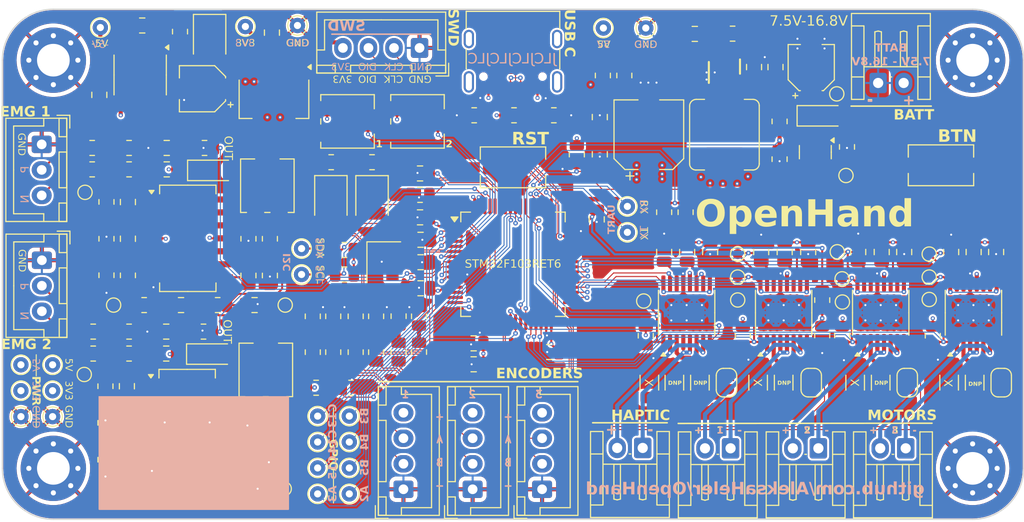
<source format=kicad_pcb>
(kicad_pcb (version 20240108) (generator "pcbnew") (generator_version "8.0")
  (layers (0 "F.Cu" signal "F.Cu - Signal") (1 "In1.Cu" signal "In1.Cu - Power") (2 "In2.Cu" signal "In2.Cu - Ground") (31 "B.Cu" signal "B.Cu - Signal") (34 "B.Paste" user) (35 "F.Paste" user) (36 "B.SilkS" user "B.Silkscreen") (37 "F.SilkS" user "F.Silkscreen") (38 "B.Mask" user) (39 "F.Mask" user) (44 "Edge.Cuts" user))
  (net 0 "")
  (net 1 "Net-(U5B-+)")
  (net 2 "Net-(U5D-+)")
  (net 3 "Net-(U5C-+)")
  (net 4 "Net-(U7-VINT)")
  (net 5 "Net-(U8-VINT)")
  (net 6 "Net-(U7-VCP)")
  (net 7 "Net-(U8-VCP)")
  (net 8 "Net-(U9-VINT)")
  (net 9 "Net-(U9-VCP)")
  (net 10 "/USB_CC2")
  (net 11 "MOTOR_01_N")
  (net 13 "/USB_CC1")
  (net 16 "UC_RST")
  (net 17 "+5V")
  (net 18 "-5V")
  (net 19 "Net-(U6B-+)")
  (net 20 "EMG_2_MIDPOINT")
  (net 21 "EMG_1_MIDPOINT")
  (net 22 "Net-(U6D-+)")
  (net 23 "Net-(U6C-+)")
  (net 24 "Net-(U5A-+)")
  (net 25 "GND")
  (net 26 "Net-(U10-VINT)")
  (net 27 "Net-(U10-VCP)")
  (net 28 "Net-(U5A--)")
  (net 29 "Net-(U5B--)")
  (net 30 "Net-(U5D--)")
  (net 31 "HSE_IN")
  (net 32 "+BATT")
  (net 33 "HSE_OUT")
  (net 34 "Net-(D5-A)")
  (net 35 "Net-(U5C--)")
  (net 36 "Net-(JP1-A)")
  (net 37 "Net-(JP1-B)")
  (net 38 "Net-(JP2-B)")
  (net 39 "LED_01")
  (net 40 "/PSU/PSU_VBST")
  (net 41 "/PSU/PSU_SW")
  (net 42 "Net-(U4-CAP+)")
  (net 43 "Net-(U4-CAP-)")
  (net 44 "Net-(C23-Pad1)")
  (net 45 "Net-(C23-Pad2)")
  (net 46 "Net-(C25-Pad2)")
  (net 47 "Net-(C25-Pad1)")
  (net 48 "/LED_1_K")
  (net 49 "/LED_2_K")
  (net 50 "BAT_P")
  (net 51 "Net-(U6A-+)")
  (net 52 "Net-(U6A--)")
  (net 53 "Net-(U6B--)")
  (net 54 "Net-(U6D--)")
  (net 55 "Net-(U6C--)")
  (net 56 "UC_SCL")
  (net 57 "UC_SDA")
  (net 58 "Net-(JP2-A)")
  (net 59 "UC_RX")
  (net 60 "UC_TX")
  (net 61 "MOTOR_01_P")
  (net 62 "MOTOR_02_N")
  (net 63 "MOTOR_02_P")
  (net 64 "MOTOR_03_N")
  (net 65 "MOTOR_03_P")
  (net 66 "LED_02")
  (net 67 "EMG_01_N")
  (net 68 "EMG_01_P")
  (net 69 "Net-(D6-A)")
  (net 70 "/PSU/REVP_MOS_GATE")
  (net 71 "+3V3")
  (net 72 "/PSU/PSU_LED_K")
  (net 73 "/UC_BOOT")
  (net 74 "EMG_02_N")
  (net 75 "EMG_02_P")
  (net 76 "USB_D-")
  (net 77 "USB_D+")
  (net 78 "/PSU/PSU_EN")
  (net 79 "/PSU/PSU_VFB")
  (net 80 "Net-(R18-Pad2)")
  (net 81 "Net-(R20-Pad2)")
  (net 82 "Net-(R37-Pad2)")
  (net 83 "TRIM_POT_01")
  (net 84 "TRIM_POT_02")
  (net 85 "EMG_02_UC")
  (net 86 "EMG_01_UC")
  (net 87 "MOTOR_01_EN")
  (net 88 "MOTOR_02_EN")
  (net 89 "MOTOR_03_EN")
  (net 90 "HAPTIC_EN")
  (net 91 "MOTOR_01_FAULT")
  (net 92 "MOTOR_02_FAULT")
  (net 93 "MOTOR_01_DIR")
  (net 94 "MOTOR_02_DIR")
  (net 95 "MOTOR_01_PWM")
  (net 96 "MOTOR_02_PWM")
  (net 97 "MOTOR_03_FAULT")
  (net 98 "HAPTIC_FAULT")
  (net 99 "MOTOR_03_DIR")
  (net 101 "MOTOR_03_PWM")
  (net 102 "HAPTIC_P")
  (net 103 "HAPTIC_N")
  (net 104 "MOTOR_01_ENCODER_B")
  (net 105 "MOTOR_01_ENCODER_A")
  (net 108 "Net-(R38-Pad2)")
  (net 109 "MOTOR_02_ENCODER_A")
  (net 110 "MOTOR_02_ENCODER_B")
  (net 111 "MOTOR_03_ENCODER_A")
  (net 112 "MOTOR_03_ENCODER_B")
  (net 113 "BTN")
  (net 117 "SWCLK")
  (net 118 "SWDIO")
  (net 119 "BATT_SENSE")
  (net 120 "MOTOR_01_ENCODER_B_UC")
  (net 121 "VIN_5V_SENSE")
  (net 122 "MOTOR_01_ENCODER_A_UC")
  (net 123 "MOTOR_02_ENCODER_B_UC")
  (net 124 "MOTOR_02_ENCODER_A_UC")
  (net 125 "MOTOR_03_ENCODER_B_UC")
  (net 126 "MOTOR_03_ENCODER_A_UC")
  (net 127 "HAPTIC_DIR")
  (net 128 "HAPTIC_PWM")
  (net 129 "/PC13")
  (net 130 "/PC14")
  (net 131 "/PC15")
  (net 132 "/PA2")
  (net 133 "/PA3")
  (net 134 "/PB3")
  (net 135 "/PB4")
  (net 136 "/PB5")
  (net 137 "Net-(JP3-B)")
  (net 138 "Net-(JP3-A)")
  (net 139 "Net-(JP4-A)")
  (net 140 "Net-(JP4-B)")
  (net 141 "PCB_TEMP_01")
  (net 142 "PCB_TEMP_02")
  (footprint "Resistor_SMD:R_0805_2012Metric" (layer "F.Cu") (at 140.8 133.6 -90)
    (property "Reference" "R65" (hide yes))
    (property "Value" "10k")
  )
  (footprint "TestPoint:TestPoint_THTPad_D1.5mm_Drill0.7mm" (layer "F.Cu") (at 104.925 134.85)
    (property "Reference" "TP11" (hide yes))
    (property "Value" "TP_5V_2")
  )
  (footprint "Resistor_SMD:R_0805_2012Metric" (layer "F.Cu") (at 180.275 131.975 90)
    (property "Reference" "R74" (hide yes))
    (property "Value" "10k")
  )
  (footprint "Resistor_SMD:R_0805_2012Metric" (layer "F.Cu") (at 182.225 131.975 90)
    (property "Reference" "R46" (hide yes))
    (property "Value" "10k")
  )
  (footprint "Capacitor_SMD:C_0805_2012Metric" (layer "F.Cu") (at 124.7 129 180)
    (property "Reference" "C29" (hide yes))
    (property "Value" "330n")
  )
  (footprint "Resistor_SMD:R_1206_3216Metric" (layer "F.Cu") (at 186 136.6 90)
    (property "Reference" "R69" (hide yes))
    (property "Value" "0R2")
  )
  (footprint "Capacitor_SMD:C_0805_2012Metric" (layer "F.Cu") (at 140.95 124.8)
    (property "Reference" "C9" (hide yes))
    (property "Value" "10p")
  )
  (footprint "MountingHole:MountingHole_3.2mm_M3_Pad_Via" (layer "F.Cu") (at 195 145)
    (property "Reference" "H4" (hide yes))
    (property "Value" "M3_Hole" (hide yes))
  )
  (footprint "Capacitor_SMD:C_0805_2012Metric" (layer "F.Cu") (at 183.8 123.8 -90)
    (property "Reference" "C32" (hide yes))
    (property "Value" "2u2")
  )
  (footprint "TestPoint:TestPoint_Pad_D1.0mm" (layer "F.Cu") (at 108.1 117.95)
    (property "Reference" "TP20" (hide yes))
    (property "Value" "TP_EMG_1_AMP")
  )
  (footprint "Resistor_SMD:R_0805_2012Metric" (layer "F.Cu") (at 110.1 136.95 -90)
    (property "Reference" "R20" (hide yes))
    (property "Value" "15k")
  )
  (footprint "TestPoint:TestPoint_Pad_D1.0mm" (layer "F.Cu") (at 110.8 147)
    (property "Reference" "TP25" (hide yes))
    (property "Value" "TP_EMG_2_LP")
  )
  (footprint "Connector_JST:JST_EH_S2B-EH_1x02_P2.50mm_Horizontal" (layer "F.Cu") (at 171.3 143.035 180)
    (property "Reference" "J1" (hide yes))
    (property "Value" "CONN_MOTOR_1")
  )
  (footprint "Capacitor_SMD:C_0805_2012Metric" (layer "F.Cu") (at 117.5 129 180)
    (property "Reference" "C27" (hide yes))
    (property "Value" "330n")
  )
  (footprint "Capacitor_SMD:C_0805_2012Metric" (layer "F.Cu") (at 158.2 120.6 -90)
    (property "Reference" "C5" (hide yes))
    (property "Value" "100n")
  )
  (footprint "TestPoint:TestPoint_Pad_D1.0mm" (layer "F.Cu") (at 190.75 126.25)
    (property "Reference" "TP34" (hide yes))
    (property "Value" "TP_MOT_3_UC1")
  )
  (footprint "Capacitor_SMD:C_0805_2012Metric" (layer "F.Cu") (at 113.7 101.6 180)
    (property "Reference" "C20" (hide yes))
    (property "Value" "10u")
  )
  (footprint "Resistor_SMD:R_0805_2012Metric" (layer "F.Cu") (at 130.725 137.1)
    (property "Reference" "TH2" (hide yes))
    (property "Value" "10k")
  )
  (footprint "Resistor_SMD:R_1206_3216Metric" (layer "F.Cu") (at 183.5 136.6 -90)
    (property "Reference" "R48" (hide yes))
    (property "Value" "0R2")
  )
  (footprint "TestPoint:TestPoint_THTPad_D1.5mm_Drill0.7mm" (layer "F.Cu") (at 109.6 101.8)
    (property "Reference" "TP18" (hide yes))
    (property "Value" "TP_V_N5V")
  )
  (footprint "Resistor_SMD:R_0805_2012Metric" (layer "F.Cu") (at 138.8 133.6 -90)
    (property "Reference" "R63" (hide yes))
    (property "Value" "10k")
  )
  (footprint "Capacitor_SMD:C_0805_2012Metric" (layer "F.Cu") (at 178.9 123.8 -90)
    (property "Reference" "C35" (hide yes))
    (property "Value" "10u")
  )
  (footprint "TestPoint:TestPoint_THTPad_D1.5mm_Drill0.7mm" (layer "F.Cu") (at 158.85 101.85)
    (property "Reference" "TP17" (hide yes))
    (property "Value" "TP_V_5V")
  )
  (footprint "Connector_JST:JST_XH_B4B-XH-A_1x04_P2.50mm_Vertical" (layer "F.Cu") (at 146.05 147.05 90)
    (property "Reference" "J15" (hide yes))
    (property "Value" "CONN_MOTOR_2_ENCODER")
  )
  (footprint "Resistor_SMD:R_0805_2012Metric" (layer "F.Cu") (at 110.1 140.5375 90)
    (property "Reference" "R31" (hide yes))
    (property "Value" "15k")
  )
  (footprint "TestPoint:TestPoint_THTPad_D1.5mm_Drill0.7mm" (layer "F.Cu") (at 133.975 147.5 -90)
    (property "Reference" "TP37" (hide yes))
    (property "Value" "TP_UC_PA2")
  )
  (footprint "Resistor_SMD:R_0805_2012Metric" (layer "F.Cu") (at 136.6 133.6125 -90)
    (property "Reference" "R61" (hide yes))
    (property "Value" "10k")
  )
  (footprint "Package_SO:HTSSOP-16-1EP_4.4x5mm_P0.65mm_EP3.4x5mm_Mask2.46x2.31mm_ThermalVias" (layer "F.Cu") (at 167 129.75 90)
    (property "Reference" "U10" (hide yes))
    (property "Value" "DRV8833PWP")
  )
  (footprint "Resistor_SMD:R_0805_2012Metric" (layer "F.Cu") (at 172.5 132 90)
    (property "Reference" "R45" (hide yes))
    (property "Value" "10k")
  )
  (footprint "Resistor_SMD:R_0805_2012Metric" (layer "F.Cu") (at 121.0875 129)
    (property "Reference" "R35" (hide yes))
    (property "Value" "1k")
  )
  (footprint "Resistor_SMD:R_0805_2012Metric" (layer "F.Cu") (at 158.8 106.499999 90)
    (property "Reference" "R13" (hide yes))
    (property "Value" "54.9k")
  )
  (footprint "LED_SMD:LED_1210_3225Metric" (layer "F.Cu") (at 120.3 102.8 -90)
    (property "Reference" "D4" (hide yes))
    (property "Value" "RED")
  )
  (footprint "Capacitor_SMD:CP_Elec_4x5.4" (layer "F.Cu") (at 179.2 105.724999 90)
    (property "Reference" "C10" (hide yes))
    (property "Value" "10u")
  )
  (footprint "Potentiometer_SMD:Potentiometer_Vishay_TS53YJ_Vertical" (layer "F.Cu") (at 133.8 111 180)
    (property "Reference" "RV1" (hide yes))
    (property "Value" "TRIM_POT_1")
  )
  (footprint "TestPoint:TestPoint_THTPad_D1.5mm_Drill0.7mm" (layer "F.Cu") (at 130.875 142.42 -90)
    (property "Reference" "TP14" (hide yes))
    (property "Value" "TP_UC_PC14")
  )
  (footprint "Jumper:SolderJumper-2_P1.3mm_Bridged_RoundedPad1.0x1.5mm" (layer "F.Cu") (at 188.6 136.6 90)
    (property "Reference" "JP2" (hide yes))
    (property "Value" "JUMPER")
  )
  (footprint "TestPoint:TestPoint_THTPad_D1.5mm_Drill0.7mm" (layer "F.Cu") (at 104.925 137.39)
    (property "Reference" "TP9" (hide yes))
    (property "Value" "TP_3V3_2")
  )
  (footprint "Resistor_SMD:R_0805_2012Metric" (layer "F.Cu") (at 124 140.55 -90)
    (property "Reference" "R40" (hide yes))
    (property "Value" "1k")
  )
  (footprint "Resistor_SMD:R_0805_2012Metric" (layer "F.Cu") (at 124.1 126.1 -90)
    (property "Reference" "R41" (hide yes))
    (property "Value" "10k")
  )
  (footprint "MountingHole:MountingHole_3.2mm_M3_Pad_Via" (layer "F.Cu") (at 105 105)
    (property "Reference" "H1" (hide yes))
    (property "Value" "M3_Hole" (hide yes))
  )
  (footprint "TestPoint:TestPoint_Pad_D1.0mm" (layer "F.Cu") (at 127.6 147)
    (property "Reference" "TP23" (hide yes))
    (property "Value" "TP_EMG_2_HP")
  )
  (footprint "Resistor_SMD:R_0805_2012Metric" (layer "F.Cu") (at 130.4 133.6125 -90)
    (property "Reference" "R51" (hide yes))
    (property "Value" "10k")
  )
  (footprint "TestPoint:TestPoint_THTPad_D1.5mm_Drill0.7mm" (layer "F.Cu") (at 133.975 144.96 -90)
    (property "Reference" "TP41" (hide yes))
    (property "Value" "TP_UC_PB5")
  )
  (footprint "TestPoint:TestPoint_THTPad_D1.5mm_Drill0.7mm" (layer "F.Cu") (at 104.925 139.93)
    (property "Reference" "TP1" (hide yes))
    (property "Value" "TP_GND_3")
  )
  (footprint "Resistor_SMD:R_0805_2012Metric" (layer "F.Cu") (at 119.7 131.6 180)
    (property "Reference" "R67" (hide yes))
    (property "Value" "18k")
  )
  (footprint "Resistor_SMD:R_0805_2012Metric" (layer "F.Cu") (at 154 110.4)
    (property "Reference" "R1" (hide yes))
    (property "Value" "5k1")
  )
  (footprint "Resistor_SMD:R_0805_2012Metric" (layer "F.Cu") (at 160.9 106.499999 -90)
    (property "Reference" "R16" (hide yes))
    (property "Value" "10k")
  )
  (footprint "Resistor_SMD:R_0805_2012Metric" (layer "F.Cu") (at 191.1 132 90)
    (property "Reference" "R49" (hide yes))
    (property "Value" "10k")
  )
  (footprint "Capacitor_SMD:C_0805_2012Metric" (layer "F.Cu") (at 192.9 123.8 -90)
    (property "Reference" "C37" (hide yes))
    (property "Value" "2u2")
  )
  (footprint "Resistor_SMD:R_0805_2012Metric" (layer "F.Cu") (at 126.1 140.55 90)
    (property "Reference" "R37" (hide yes))
    (property "Value" "47k")
  )
  (footprint "Capacitor_SMD:C_0805_2012Metric" (layer "F.Cu") (at 124.7 147.05 180)
    (property "Reference" "C30" (hide yes))
    (property "Value" "330n")
  )
  (footprint "TestPoint:TestPoint_THTPad_D1.5mm_Drill0.7mm" (layer "F.Cu") (at 129.3 123.46 90)
    (property "Reference" "TP13" (hide yes))
    (property "Value" "TP_UC_SDA")
  )
  (footprint "Connector_JST:JST_EH_S2B-EH_1x02_P2.50mm_Horizontal" (layer "F.Cu") (at 185.75 107.232499)
    (property "Reference" "J3" (hide yes))
    (property "Value" "CONN_BATT")
  )
  (footprint "Capacitor_SMD:C_0805_2012Metric" (layer "F.Cu") (at 153.55 133.600001 180)
    (property "Reference" "C4" (hide yes))
    (property "Value" "100n")
  )
  (footprint "Resistor_SMD:R_0805_2012Metric" (layer "F.Cu") (at 180.275 128.5125 -90)
    (property "Reference" "TH1" (hide yes))
    (property "Value" "10k")
  )
  (footprint "TestPoint:TestPoint_THTPad_D1.5mm_Drill0.7mm" (layer "F.Cu") (at 133.975 139.88 -90)
    (property "Reference" "TP39" (hide yes))
    (property "Value" "TP_UC_PB3")
  )
  (footprint "Capacitor_SMD:C_0805_2012Metric" (layer "F.Cu") (at 146.15 132.75 180)
    (property "Reference" "C3" (hide yes))
    (property "Value" "100n")
  )
  (footprint "Capacitor_SMD:C_0805_2012Metric" (layer "F.Cu") (at 109.5 108.4 90)
    (property "Reference" "C17" (hide yes))
    (property "Value" "10u")
  )
  (footprint "TestPoint:TestPoint_THTPad_D1.5mm_Drill0.7mm" (layer "F.Cu") (at 133.975 142.42 -90)
    (property "Reference" "TP40" (hide yes))
    (property "Value" "TP_UC_PB4")
  )
  (footprint "Button_Switch_SMD:SW_Tactile_SPST_NO_Straight_CK_PTS636Sx25SMTRLFS" (layer "F.Cu") (at 150 115.5)
    (property "Reference" "SW1" (hide yes))
    (property "Value" "BTN_RST")
  )
  (footprint "Resistor_SMD:R_0805_2012Metric" (layer "F.Cu") (at 121 147.05)
    (property "Reference" "R36" (hide yes))
    (property "Value" "1k")
  )
  (footprint "Resistor_SMD:R_1206_3216Metric" (layer "F.Cu") (at 176.5 136.6 90)
    (property "Reference" "R70" (hide yes))
    (property "Value" "0R2")
  )
  (footprint "Capacitor_SMD:C_0805_2012Metric" (layer "F.Cu") (at 167.8 102.424999)
    (property "Reference" "C13" (hide yes))
    (property "Value" "100n")
  )
  (footprint "Capacitor_SMD:C_0805_2012Metric" (layer "F.Cu") (at 140.9 120.4 180)
    (property "Reference" "C2" (hide yes))
    (property "Value" "100n")
  )
  (footprint "Capacitor_SMD:C_0805_2012Metric" (layer "F.Cu") (at 126.4 102.3 90)
    (property "Reference" "C18" (hide yes))
    (property "Value" "10u")
  )
  (footprint "TestPoint:TestPoint_THTPad_D1.5mm_Drill0.7mm" (layer "F.Cu") (at 161.2 121.87 90)
    (property "Reference" "TP2" (hide yes))
    (property "Value" "TP_UC_TX")
  )
  (footprint "Jumper:SolderJumper-2_P1.3mm_Bridged_RoundedPad1.0x1.5mm" (layer "F.Cu") (at 170.9 136.6 90)
    (property "Reference" "JP4" (hide yes))
    (property "Value" "JUMPER")
  )
  (footprint "Capacitor_SMD:C_0805_2012Metric" (layer "F.Cu") (at 140.95 127.35 180)
    (property "Reference" "C6" (hide yes))
    (property "Value" "100n")
  )
  (footprint "TestPoint:TestPoint_THTPad_D1.5mm_Drill0.7mm" (layer "F.Cu") (at 130.875 139.88 -90)
    (property "Reference" "TP4" (hide yes))
    (property "Value" "TP_UC_PC13")
  )
  (footprint "Resistor_SMD:R_0805_2012Metric" (layer "F.Cu") (at 164.8 119.9 90)
    (property "Reference" "R55" (hide yes))
    (property "Value" "10k")
  )
  (footprint "Capacitor_SMD:C_0805_2012Metric" (layer "F.Cu") (at 169.3 123.8 -90)
    (property "Reference" "C42" (hide yes))
    (property "Value" "10u")
  )
  (footprint "TestPoint:TestPoint_THTPad_D1.5mm_Drill0.7mm" (layer "F.Cu") (at 130.875 147.5 -90)
    (property "Reference" "TP38" (hide yes))
    (property "Value" "TP_UC_PA3")
  )
  (footprint "Connector_JST:JST_EH_S2B-EH_1x02_P2.50mm_Horizontal" (layer "F.Cu") (at 162.7 143 180)
    (property "Reference" "J7" (hide yes))
    (property "Value" "CONN_FDBK")
  )
  (footprint "Resistor_SMD:R_0805_2012Metric" (layer "F.Cu") (at 134.6 130.1 -90)
    (property "Reference" "R60" (hide yes))
    (property "Value" "10k")
  )
  (footprint "Connector_JST:JST_XH_B4B-XH-A_1x04_P2.50mm_Vertical" (layer "F.Cu") (at 152.85 147.05 90)
    (property "Reference" "J16" (hide yes))
    (property "Value" "CONN_MOTOR_3_ENCODER")
  )
  (footprint "Resistor_SMD:R_0805_2012Metric" (layer "F.Cu") (at 126.2 122.5 90)
    (property "Reference" "R38" (hide yes))
    (property "Value" "47k")
  )
  (footprint "Connector_JST:JST_XH_B4B-XH-A_1x04_P2.50mm_Vertical" (layer "F.Cu") (at 140.85 103.8 180)
    (property "Reference" "J12" (hide yes))
    (property "Value" "CONN_SWD")
  )
  (footprint "Resistor_SMD:R_0805_2012Metric" (layer "F.Cu") (at 130.4 130.1 -90)
    (property "Reference" "R57" (hide yes))
    (property "Value" "10k")
  )
  (footprint "Diode_SMD:D_SOD-123" (layer "F.Cu") (at 120.4 133.8)
    (property "Reference" "D6" (hide yes))
    (property "Value" "SS14")
  )
  (footprint "Resistor_SMD:R_0805_2012Metric" (layer "F.Cu") (at 117.4 102.2 -90)
    (property "Reference" "R15" (hide yes))
    (property "Value" "4k7")
  )
  (footprint "Package_SO:SOP-8_3.9x4.9mm_P1.27mm" (layer "F.Cu") (at 113.5 106.45 -90)
    (property "Reference" "U4" (hide yes))
    (property "Value" "ICL7660")
  )
  (footprint "Package_SO:SO-14_5.3x10.2mm_P1.27mm" (layer "F.Cu") (at 118.1625 122.46)
    (property "Reference" "U5" (hide yes))
    (property "Value" "TL084")
  )
  (footprint "TestPoint:TestPoint_THTPad_D1.5mm_Drill0.7mm" (layer "F.Cu") (at 161.2 119.33 90)
    (property "Reference" "TP3" (hide yes))
    (property "Value" "TP_UC_RX")
  )
  (footprint "Connector_JST:JST_XH_B3B-XH-A_1x03_P2.50mm_Vertical" (layer "F.Cu") (at 103.875 124.605 -90)
    (property "Reference" "J11" (hide yes))
    (property "Value" "CONN_EMG_2")
  )
  (footprint "Capacitor_SMD:C_0805_2012Metric" (layer "F.Cu") (at 140.9 116.1 180)
    (property "Reference" "C1" (hide yes))
    (property "Value" "100n")
  )
  (footprint "Resistor_SMD:R_0805_2012Metric" (layer "F.Cu") (at 140.9 118.2)
    (property "Reference" "R9" (hide yes))
    (property "Value" "10k")
  )
  (footprint "Resistor_SMD:R_0805_2012Metric" (layer "F.Cu") (at 156.25 114.25 -90)
    (property "Reference" "R6" (hide yes))
    (property "Value" "10k")
  )
  (footprint "Resistor_SMD:R_0805_2012Metric" (layer "F.Cu") (at 108.9 131.6 180)
    (property "Reference" "R22" (hide yes))
    (property "Value" "1k")
  )
  (footprint "Capacitor_SMD:C_0805_2012Metric" (layer "F.Cu") (at 174.3 123.8 -90)
    (property "Reference" "C31" (hide yes))
    (property "Value" "2u2")
  )
  (footprint "Capacitor_SMD:C_0805_2012Metric" (layer "F.Cu") (at 158.5 110.574999 90)
    (property "Reference" "C16" (hide yes))
    (property "Value" "1u")
  )
  (footprint "Capacitor_SMD:C_0805_2012Metric" (layer "F.Cu") (at 116.1 113.6 180)
    (property "Reference" "C44" (hide yes))
    (property "Value" "10u")
  )
  (footprint "Capacitor_SMD:C_0805_2012Metric" (layer "F.Cu") (at 158.5 114.224999 -90)
    (property "Reference" "C15" (hide yes))
    (property "Value" "22u")
  )
  (footprint "Package_SO:HTSSOP-16-1EP_4.4x5mm_P0.65mm_EP3.4x5mm_Mask2.46x2.31mm_ThermalVias" (layer "F.Cu") (at 186 129.75 90)
    (property "Reference" "U8" (hide yes))
    (property "Value" "DRV8833PWP")
  )
  (footprint "Capacitor_SMD:C_0805_2012Metric" (layer "F.Cu") (at 112.2 136.95 -90)
    (property "Reference" "C25" (hide yes))
    (property "Value" "470n")
  )
  (footprint "Capacitor_SMD:C_0805_2012Metric" (layer "F.Cu") (at 117.35 147.05 180)
    (property "Reference" "C28" (hide yes))
    (property "Value" "330n")
  )
  (footprint "Capacitor_SMD:C_0805_2012Metric" (layer "F.Cu") (at 173.6 105.674999 90)
    (property "Reference" "C12" (hide yes))
    (property "Value" "1u")
  )
  (footprint "Potentiometer_SMD:Potentiometer_Vishay_TS53YJ_Vertical" (layer "F.Cu") (at 125.95 117.3 -90)
    (property "Reference" "RV3" (hide yes))
    (property "Value" "100k")
  )
  (footprint "Capacitor_SMD:C_0805_2012Metric" (layer "F.Cu") (at 116.05 133.75 180)
    (property "Reference" "C22" (hide yes))
    (property "Value" "100n")
  )
  (footprint "Package_SO:HTSSOP-16-1EP_4.4x5mm_P0.65mm_EP3.4x5mm_Mask2.46x2.31mm_ThermalVias" (layer "F.Cu") (at 195.08 129.75 90)
    (property "Reference" "U9" (hide yes))
    (property "Value" "DRV8833PWP")
  )
  (footprint "Resistor_SMD:R_1206_3216Metric" (layer "F.Cu") (at 195.2 136.6 90)
    (property "Reference" "R71" (hide yes))
    (property "Value" "0R2")
  )
  (footprint "Capacitor_SMD:C_0805_2012Metric" (layer "F.Cu") (at 186.1 123.8 -90)
    (property "Reference" "C34" (hide yes))
    (property "Value" "10n")
  )
  (footprint "Resistor_SMD:R_0805_2012Metric" (layer "F.Cu") (at 146.2 110.4 180)
    (property "Reference" "R2" (hide yes))
    (property "Value" "5k1")
  )
  (footprint "Capacitor_SMD:C_0805_2012Metric" (layer "F.Cu") (at 175.7 105.674999 90)
    (property "Reference" "C11" (hide yes))
    (property "Value" "10u")
  )
  (footprint "Resistor_SMD:R_0805_2012Metric" (layer "F.Cu") (at 110.2 122.5 90)
    (property "Reference" "R28" (hide yes))
    (property "Value" "15k")
  )
  (footprint "Resistor_SMD:R_0805_2012Metric" (layer "F.Cu") (at 110.1 144.15 -90)
    (property "Reference" "R34" (hide yes))
    (property "Value" "18k")
  )
  (footprint "Potentiometer_SMD:Potentiometer_Vishay_TS53YJ_Vertical" (layer "F.Cu") (at 140.65 111 180)
    (property "Reference" "RV2" (hide yes))
    (property "Value" "TRIM_POT_2")
  )
  (footprint "Capacitor_SMD:C_0805_2012Metric" (layer "F.Cu") (at 112.3 122.5 -90)
    (property "Reference" "C24" (hide yes))
    (property "Value" "470n")
  )
  (footprint "Potentiometer_SMD:Potentiometer_Vishay_TS53YJ_Vertical" (layer "F.Cu") (at 125.8 135.35 -90)
    (property "Reference" "RV4" (hide yes))
    (property "Value" "100k")
  )
  (footprint "Resistor_SMD:R_1206_3216Metric" (layer "F.Cu") (at 168.3 136.6 90)
    (property "Reference" "R73" (hide yes))
    (property "Value" "4R7")
  )
  (footprint "Resistor_SMD:R_1206_3216Metric" (layer "F.Cu") (at 192.7 136.6 -90)
    (property "Reference" "R52" (hide yes))
    (property "Value" "0R2")
  )
  (footprint "Capacitor_SMD:C_0805_2012Metric" (layer "F.Cu") (at 112.2 140.55 -90)
    (property "Reference" "C26" (hide yes))
    (property "Value" "470n")
  )
  (footprint "Inductor_SMD:L_Bourns_SRP7028A_7.3x6.6mm" (layer "F.Cu") (at 170.7 112.299999 -90)
    (property "Reference" "L1" (hide yes))
    (property "Value" "3.3uH")
  )
  (footprint "Resistor_SMD:R_0805_2012Metric" (layer "F.Cu") (at 113.7 147.05)
    (property "Reference" "R26" (hide yes))
    (property "Value" "1k")
  )
  (footprint "Capacitor_SMD:C_0805_2012Metric" (layer "F.Cu") (at 140.95 122.6)
    (property "Reference" "C8" (hide yes))
    (property "Value" "10p")
  )
  (footprint "TestPoint:TestPoint_THTPad_D1.5mm_Drill0.7mm" (layer "F.Cu") (at 130.875 144.96 -90)
    (property "Reference" "TP36" (hide yes))
    (property "Value" "TP_UC_PC15")
  )
  (footprint "Package_SO:SO-14_5.3x10.2mm_P1.27mm" (layer "F.Cu") (at 118.1 140.51)
    (property "Reference" "U6" (hide yes))
    (property "Value" "TL084")
  )
  (footprint "TestPoint:TestPoint_Pad_D1.0mm" (layer "F.Cu") (at 181.75 123.775)
    (property "Reference" "TP31" (hide yes))
    (property "Value" "TP_MOT_2_UC2")
  )
  (footprint "TestPoint:TestPoint_Pad_D1.0mm" (layer "F.Cu") (at 110.9 129)
    (property "Reference" "TP24" (hide yes))
    (property "Value" "TP_EMG_1_LP")
  )
  (footprint "Resistor_SMD:R_0805_2012Metric" (layer "F.Cu") (at 124.1 122.5 -90)
    (property "Reference" "R39" (hide yes))
    (property "Value" "1k")
  )
  (footprint "TestPoint:TestPoint_Pad_D1.0mm" (layer "F.Cu") (at 190.75 124)
    (property "Reference" "TP35" (hide yes))
    (property "Value" "TP_MOT_3_UC2")
  )
  (footprint "Resistor_SMD:R_0805_2012Metric" (layer "F.Cu") (at 150.1 110.4 180)
    (property "Reference" "R3" (hide yes))
    (property "Value" "1.5k")
  )
  (footprint "TestPoint:TestPoint_THTPad_D1.5mm_Drill0.7mm" (layer "F.Cu") (at 101.825 139.93)
    (property "Reference" "TP5" (hide yes))
    (property "Value" "TP_GND_4")
  )
  (footprint "TPS565201DDCR:TPS565201DDCR_L" (layer "F.Cu") (at 170.7 105.624999 90)
    (property "Reference" "U2" (hide yes))
    (property "Value" "TPS565201DDCR")
  )
  (footprint "Resistor_SMD:R_0805_2012Metric" (layer "F.Cu") (at 132.4 130.1 -90)
    (property "Reference" "R58" (hide yes))
    (property "Value" "10k")
  )
  (footprint "Package_TO_SOT_SMD:SOT-23" (layer "F.Cu") (at 179.6 114.012499 -90)
    (property "Reference" "Q1" (hide yes))
    (property "Value" "AO3401A")
  )
  (footprint "TestPoint:TestPoint_Pad_D1.0mm" (layer "F.Cu") (at 162.8 128.6)
    (property "Reference" "TP33" (hide yes))
    (property "Value" "TP_FDBK_MOT_EN")
  )
  (footprint "Resistor_SMD:R_1206_3216Metric" (layer "F.Cu") (at 165.8 136.6 90)
    (property "Reference" "R72" (hide yes))
    (property "Value" "4R7")
  )
  (footprint "Capacitor_SMD:CP_Elec_6.3x5.4" (layer "F.Cu") (at 163.3 112.299999 90)
    (property "Reference" "C14" (hide yes))
    (property "Value" "47u")
  )
  (footprint "TestPoint:TestPoint_Pad_D1.0mm" (layer "F.Cu") (at 172 124)
    (property "Reference" "TP30" (hide yes))
    (property "Value" "TP_MOT_1_UC2")
  )
  (footprint "Package_TO_SOT_SMD:SOT-223-3_TabPin2" (layer "F.Cu") (at 126.6 108.8 -90)
    (property "Reference" "U3" (hide yes))
    (property "Value" "AMS1117-3.3")
  )
  (footprint "Resistor_SMD:R_0805_2012Metric" (layer "F.Cu") (at 112.4125 133.75 180)
    (property "Reference" "R30" (hide yes))
    (property "Value" "47k")
  )
  (footprint "TestPoint:TestPoint_THTPad_D1.5mm_Drill0.7mm" (layer "F.Cu") (at 101.825 134.85)
    (property "Reference" "TP10" (hide yes))
    (property "Value" "TP_5V_1")
  )
  (footprint "TestPoint:TestPoint_THTPad_D1.5mm_Drill0.7mm" (layer "F.Cu") (at 101.825 137.39)
    (property "Reference" "TP6" (hide yes))
    (property "Value" "TP_3V3_1")
  )
  (footprint "Resistor_SMD:R_0805_2012Metric" (layer "F.Cu") (at 133.5 126)
    (property "Reference" "R5" (hide yes))
    (property "Value" "4k7")
  )
  (footprint "Resistor_SMD:R_0805_2012Metric" (layer "F.Cu") (at 119.8 113.6 180)
    (property "Reference" "R68" (hide yes))
    (property "Value" "18k")
  )
  (footprint "TestPoint:TestPoint_Pad_D1.0mm" (layer "F.Cu") (at 182.6 116.299999)
    (property "Reference" "TP15" (hide yes))
    (property "Value" "TP_BATT_P")
  )
  (footprint "Jumper:SolderJumper-2_P1.3mm_Bridged_RoundedPad1.0x1.5mm" (layer "F.Cu") (at 179.2 136.6 90)
    (property "Reference" "JP1" (hide yes))
    (property "Value" "JUMPER")
  )
  (footprint "TestPoint:TestPoint_Pad_D1.0mm" (layer "F.Cu") (at 190.75 128.45)
    (property "Reference" "TP32" (hide yes))
    (property "Value" "TP_MOT_3_EN")
  )
  (footprint "Resistor_SMD:R_0805_2012Metric" (layer "F.Cu") (at 112.3 126.0875 -90)
    (property "Reference" "R29" (hide yes))
    (property "Value" "10k")
  )
  (footprint "Resistor_SMD:R_0805_2012Metric" (layer "F.Cu") (at 112.4125 115.7 180)
    (property "Reference" "R27" (hide yes))
    (property "Value" "47k")
  )
  (footprint "Resistor_SMD:R_0805_2012Metric" (layer "F.Cu") (at 176.1 110.999999 90)
    (property "Reference" "R10" (hide yes))
    (property "Value" "47k")
  )
  (footprint "Resistor_SMD:R_0805_2012Metric" (layer "F.Cu") (at 110.2 126.075 -90)
    (property "Reference" "R33" (hide yes))
    (property "Value" "18k")
  )
  (footprint "Resistor_SMD:R_0805_2012Metric" (layer "F.Cu") (at 176.1 114.699999 90)
    (property "Reference" "R11" (hide yes))
    (property "Value" "10k")
  )
  (footprint "Resistor_SMD:R_1206_3216Metric" (layer "F.Cu") (at 163.35 136.6 -90)
    (property "Reference" "R53" (hide yes))
    (property "Value" "4R7")
  )
  (footprint "Resistor_SMD:R_1206_3216Metric" (layer "F.Cu") (at 174 136.6 -90)
    (property "Reference" "R47" (hide yes))
    (property "Value" "0R2")
  )
  (footprint "MountingHole:MountingHole_3.2mm_M3_Pad_Via" (layer "F.Cu") (at 105 145)
    (property "Reference" "H3" (hide yes))
    (property "Value" "M3_Hole" (hide yes))
  )
  (footprint "TestPoint:TestPoint_THTPad_D1.5mm_Drill0.7mm" (layer "F.Cu") (at 129.3 126 90)
    (property "Reference" "TP12" (hide yes))
    (property "Value" "TP_UC_SCL")
  )
  (footprint "Jumper:SolderJumper-2_P1.3mm_Bridged_RoundedPad1.0x1.5mm" (layer "F.Cu") (at 197.8 136.6 90)
    (property "Reference" "JP3" (hide yes))
    (property "Value" "JUMPER")
  )
  (footprint "Resistor_SMD:R_0805_2012Metric" (layer "F.Cu") (at 108.8 115.7 180)
    (property "Reference" "R23" (hide yes))
    (property "Value" "1k")
  )
  (footprint "Resistor_SMD:R_0805_2012Metric" (layer "F.Cu") (at 132.4 133.6125 -90)
    (property "Reference" "R56" (hide yes))
    (property "Value" "10k")
  )
  (footprint "TestPoint:TestPoint_Pad_D1.0mm" (layer "F.Cu") (at 181.7 108.299999)
    (property "Reference" "TP16" (hide yes))
    (property "Value" "TP_V_BATT")
  )
  (footprint "Resistor_SMD:R_0805_2012Metric" (layer "F.Cu") (at 134.15 137.1 180)
    (property "Reference" "R75" (hide yes))
    (property "Value" "10k")
  )
  (footprint "Diode_SMD:D_SOD-123" (layer "F.Cu") (at 180.175 110.452499)
    (property "Reference" "D3" (hide yes))
    (property "Value" "5V Zener")
  )
  (footprint "Connector_USB:USB_C_Receptacle_G-Switch_GT-USB-7010ASV" (layer "F.Cu") (at 150 104 180)
    (property "Reference" "J5" (hide yes))
    (property "Value" "CONN_USB_C")
  )
  (footprint "TestPoint:TestPoint_Pad_D1.0mm" (layer "F.Cu") (at 182.25 128.7)
    (property "Reference" "TP27" (hide yes))
    (property "Value" "TP_MOT_2_EN")
  )
  (footprint "LED_SMD:LED_1210_3225Metric" (layer "F.Cu") (at 132.17 118.595 -90)
    (property "Reference" "D1" (hide yes))
    (property "Value" "RED")
  )
  (footprint "Capacitor_SMD:C_0805_2012Metric" (layer "F.Cu") (at 116.05 131.6 180)
    (property "Reference" "C43" (hide yes))
    (property "Value" "10u")
  )
  (footprint "Capacitor_SMD:C_0805_2012Metric" (layer "F.Cu") (at 112.3 118.9 -90)
    (property "Reference" "C23" (hide yes))
    (property "Value" "470n")
  )
  (footprint "Resistor_SMD:R_0805_2012Metric" (layer "F.Cu") (at 133.5 123.6)
    (property "Reference" "R4" (hide yes))
    (property "Value" "4k7")
  )
  (footprint "Capacitor_SMD:C_0805_2012Metric" (layer "F.Cu") (at 116.1 115.7 180)
    (property "Reference" "C21" (hide yes))
    (property "Value" "100n")
  )
  (footprint "Resistor_SMD:R_0805_2012Metric" (layer "F.Cu") (at 112.4125 131.6 180)
    (property "Reference" "R19" (hide yes))
    (property "Value" "47k")
  )
  (footprint "Button_Switch_SMD:SW_Tactile_SPST_NO_Straight_CK_PTS636Sx25SMTRLFS" (layer "F.Cu") (at 191.9 115.3)
    (property "Reference" "SW2" (hide yes))
    (property "Value" "SW_Push")
  )
  (footprint "Resistor_SMD:R_0805_2012Metric" (layer "F.Cu") (at 171.5 102.399999)
    (property "Reference" "R12" (hide yes))
    (property "Value" "10k")
  )
  (footprint "Package_SO:HTSSOP-16-1EP_4.4x5mm_P0.65mm_EP3.4x5mm_Mask2.46x2.31mm_ThermalVias" (layer "F.Cu") (at 176.5 129.75 90)
    (property "Reference" "U7" (hide yes))
    (property "Value" "DRV8833PWP")
  )
  (footprint "Resistor_SMD:R_0805_2012Metric" (layer "F.Cu") (at 124 144.15 -90)
    (property "Reference" "R42" (hide yes))
    (property "Value" "10k")
  )
  (footprint "Crystal:Crystal_SMD_3225-4Pin_3.2x2.5mm" (layer "F.Cu") (at 137.35 124.8 -90)
    (property "Reference" "Y1" (hide yes))
    (property "Value" "16MHz")
  )
  (footprint "Resistor_SMD:R_0805_2012Metric" (layer "F.Cu") (at 112.2 144.15 -90)
    (property "Reference" "R32" (hide yes))
    (property "Value" "10k")
  )
  (footprint "Resistor_SMD:R_0805_2012Metric" (layer "F.Cu") (at 112.4125 113.6 180)
    (property "Reference" "R17" (hide yes))
    (property "Value" "47k")
  )
  (footprint "Connector_JST:JST_EH_S2B-EH_1x02_P2.50mm_Horizontal" (layer "F.Cu") (at 179.9 143.035 180)
    (property "Reference" "J2" (hide yes))
    (property "Value" "CONN_MOTOR_2")
  )
  (footprint "TestPoint:TestPoint_Pad_D1.0mm" (layer "F.Cu") (at 127.7 129)
    (property "Reference" "TP22" (hide yes))
    (property "Value" "TP_EMG_1_HP")
  )
  (footprint "Connector_JST:JST_XH_B4B-XH-A_1x04_P2.50mm_Vertical" (layer "F.Cu") (at 139.275 147.05 90)
    (property "Reference" "J14" (hide yes))
    (property "Value" "CONN_MOTOR_1_ENCODER")
  )
  (footprint "Connector_JST:JST_XH_B3B-XH-A_1x03_P2.50mm_Vertical" (layer "F.Cu") (at 103.858 113.25 -90)
    (property "Reference" "J8" (hide yes))
    (property "Value" "CONN_EMG_1")
  )
  (footprint "Resistor_SMD:R_0805_2012Metric" (layer "F.Cu") (at 136.6 130.1 -90)
    (property "Reference" "R62" (hide yes))
    (property "Value" "10k")
  )
  (footprint "Connector_JST:JST_EH_S2B-EH_1x02_P2.50mm_Horizontal" (layer "F.Cu") (at 188.45 143.035 180)
    (property "Reference" "J6" (hide yes))
    (property "Value" "CONN_MOTOR_3")
  )
  (footprint "TestPoint:TestPoint_THTPad_D1.5mm_Drill0.7mm" (layer "F.Cu") (at 163 101.85)
    (property "Reference" "TP8" (hide yes))
    (property "Value" "TP_GND_2")
  )
  (footprint "Resistor_SMD:R_0805_2012Metric" (layer "F.Cu") (at 132.2 115 180)
    (property "Reference" "R7" (hide yes))
    (property "Value" "4k7")
  )
  (footprint "MountingHole:MountingHole_3.2mm_M3_Pad_Via" (layer "F.Cu") (at 195 105)
    (property "Reference" "H2" (hide yes))
    (property "Value" "M3_Hole" (hide yes))
  )
  (footprint "Resistor_SMD:R_0805_2012Metric" (layer "F.Cu") (at 126.1 144.1625 -90)
    (property "Reference" "R44" (hide yes))
    (property "Value" "18k")
  )
  (footprint "TestPoint:TestPoint_Pad_D1.0mm" (layer "F.Cu") (at 172 128.5)
    (property "Reference" "TP26" (hide yes))
    (property "Value" "TP_MOT_1_EN")
  )
  (footprint "Capacitor_SMD:C_0805_2012Metric" (layer "F.Cu") (at 176.6 123.8 -90)
    (property "Reference" "C33" (hide yes))
    (property "Value" "10n")
  )
  (footprint "Resistor_SMD:R_0805_2012Metric" (layer "F.Cu") (at 108.8 113.6 180)
    (property "Reference" "R21" (hide yes))
    (property "Value" "1k")
  )
  (footprint "Resistor_SMD:R_0805_2012Metric" (layer "F.Cu") (at 113.8875 129)
    (property "Reference" "R24" (hide yes))
    (property "Value" "1k")
  )
  (footprint "Resistor_SMD:R_0805_2012Metric" (layer "F.Cu") (at 126.2 126.1 -90)
    (property "Reference" "R43" (hide yes))
    (property "Value" "18k")
  )
  (footprint "Capacitor_SMD:C_0805_2012Metric" (layer "F.Cu") (at 188.3 123.8 -90)
    (property "Reference" "C36" (hide yes))
    (property "Value" "10u")
  )
  (footprint "TestPoint:TestPoint_Pad_D1.0mm" (layer "F.Cu") (at 182.225 126.425)
    (property "Reference" "TP29" (hide yes))
    (property "Value" "TP_MOT_2_UC1")
  )
  (footprint "TestPoint:TestPoint_THTPad_D1.5mm_Drill0.7mm" (layer "F.Cu") (at 123.8 101.7)
    (property "Reference" "TP19" (hide yes))
    (property "Value" "TP_V_3V3")
  )
  (footprint "LED_SMD:LED_1210_3225Metric" (layer "F.Cu") (at 136.2 118.6 -90)
    (property "Reference" "D2" (hide yes))
    (property "Value" "GREEN")
  )
  (footprint "Capacitor_SMD:C_0805_2012Metric" (layer "F.Cu") (at 167.05 123.8 -90)
    (property "Reference" "C40" (hide yes))
    (property "Value" "10n")
  )
  (footprint "Resistor_SMD:R_0805_2012Metric" (layer "F.Cu") (at 166.9 119.9 -90)
    (property "Reference" "R54" (hide yes))
    (property "Value" "10k")
  )
  (footprint "TestPoint:TestPoint_Pad_D1.0mm" (layer "F.Cu") (at 172 126.25)
    (property "Reference" "TP28" (hide yes))
    (property "Value" "TP_MOT_1_UC1")
  )
  (footprint "Resistor_SMD:R_0805_2012Metric" (layer "F.Cu") (at 138.8 130.0875 -90)
    (property "Reference" "R64" (hide yes))
    (property "Value" "10k")
  )
  (footprint "Diode_SMD:D_SOD-123" (layer "F.Cu") (at 120.5 115.8)
    (property "Reference" "D5" (hide yes))
    (property "Value" "SS14")
  )
  (footprint "Resistor_SMD:R_0805_2012Metric" (layer "F.Cu") (at 182.7 113.499999 90)
    (property "Reference" "R14" (hide yes))
    (property "Value" "47k")
  )
  (footprint "Resistor_SMD:R_0805_2012Metric" (layer "F.Cu") (at 134.6 133.6125 -90)
    (property "Reference" "R59" (hide yes))
    (property "Value" "10k")
  )
  (footprint "Capacitor_SMD:C_0805_2012Metric" (layer "F.Cu") (at 197.3 123.8 -90)
    (property "Reference" "C41" (hide yes))
    (property "Value" "10u")
  )
  (footprint "Resistor_SMD:R_0805_2012Metric" (layer "F.Cu") (at 110.2 118.8875 -90)
    (property "Reference" "R18" (hide yes))
    (property "Value" "15k")
  )
  (footprint "Capacitor_SMD:C_0805_2012Metric" (layer "F.Cu") (at 195.1 123.8 -90)
    (property "Reference" "C39" (hide yes))
    (property "Value" "10n")
  )
  (footprint "Resistor_SMD:R_0805_2012Metric" (layer "F.Cu") (at 108.9 133.75 180)
    (property "Reference" "R25" (hide yes))
    (property "Value" "1k")
  )
  (footprint "Resistor_SMD:R_0805_2012Metric" (layer "F.Cu") (at 136.2 115)
    (property "Reference" "R8" (hide yes))
    (property "Value" "10k")
  )
  (footprint "Resistor_SMD:R_0805_2012Metric" (layer "F.Cu") (at 140.8 130.1 -90)
    (property "Reference" "R66" (hide yes))
    (property "Value" "10k")
  )
  (footprint "Capacitor_SMD:C_0805_2012Metric" (layer "F.Cu") (at 164.8 123.8 -90)
    (property "Reference" "C38" (hide yes))
    (property "Value" "2u2")
  )
  (footprint "Capacitor_SMD:CP_Elec_4x5.4" (layer "F.Cu") (at 119.6 107.8 180)
    (property "Reference" "C19" (hide yes))
    (property "Value" "10u")
  )
  (footprint "Capacitor_SMD:C_0805_2012Metric" (layer "F.Cu") (at 146.15 134.8 180)
    (property "Reference" "C7" (hide yes))
    (property "Value" "1u")
  )
  (footprint "Package_QFP:LQFP-64_10x10mm_P0.5mm" (layer "F.Cu") (at 150 125)
    (property "Reference" "U1" (hide yes))
    (property "Value" "STM32F103RETx")
  )
  (footprint "TestPoint:TestPoint_Pad_D1.0mm" (layer "F.Cu") (at 108.025 135.8)
    (property "Reference" "TP21" (hide yes))
    (property "Value" "TP_EMG_2_AMP")
  )
  (footprint "TestPoint:TestPoint_THTPad_D1.5mm_Drill0.7mm" (layer "F.Cu") (at 128.9 101.6)
    (property "Reference" "TP7" (hide yes))
    (property "Value" "TP_GND_1")
  )
  (footprint "Resistor_SMD:R_0805_2012Metric" (layer "F.Cu") (at 163 132 90)
    (property "Reference" "R50" (hide yes))
    (property "Value" "10k")
  )
  (gr_rect (start 109.5 138) (end 128 149) (stroke (width 0.15)) (fill solid) (layer "B.SilkS"))
  (gr_line (start 132.266099 102.45) (end 141.933901 102.45) (stroke (width 0.15)) (layer "B.SilkS"))
  (gr_line (start 103.325 133.8625) (end 103.325 135.9375) (stroke (width 0.1)) (layer "F.SilkS"))
  (gr_line (start 132.425 145.225) (end 132.425 148.4) (stroke (width 0.1)) (layer "F.SilkS"))
  (gr_line (start 183.1 109.499999) (end 190.95 109.499999) (stroke (width 0.15)) (layer "F.SilkS"))
  (gr_line (start 132.425 139.075) (end 132.425 142.25) (stroke (width 0.1)) (layer "F.SilkS"))
  (gr_line (start 165.1 140.5325) (end 157.8 140.5325) (stroke (width 0.15)) (layer "F.SilkS"))
  (gr_line (start 191.025 140.575932) (end 166.175 140.59907) (stroke (width 0.15)) (layer "F.SilkS"))
  (gr_line (start 156.35 136.5) (end 136.8 136.5) (stroke (width 0.15)) (layer "F.SilkS"))
  (gr_line (start 103.325 138.925) (end 103.325 141) (stroke (width 0.1)) (layer "F.SilkS"))
  (gr_arc (start 100 105) (mid 101.464466 101.464466) (end 105 100) (stroke (width 0.1)) (layer "Edge.Cuts"))
  (gr_arc (start 195 100) (mid 198.535534 101.464466) (end 200 105) (stroke (width 0.1)) (layer "Edge.Cuts"))
  (gr_line (start 195 150) (end 105 150) (stroke (width 0.1)) (layer "Edge.Cuts"))
  (gr_line (start 200 105) (end 200 145) (stroke (width 0.1)) (layer "Edge.Cuts"))
  (gr_line (start 105 100) (end 195 100) (stroke (width 0.1)) (layer "Edge.Cuts"))
  (gr_arc (start 105 150) (mid 101.464466 148.535534) (end 100 145) (stroke (width 0.1)) (layer "Edge.Cuts"))
  (gr_arc (start 200 145) (mid 198.535534 148.535534) (end 195 150) (stroke (width 0.1)) (layer "Edge.Cuts"))
  (gr_line (start 100 145) (end 100 105) (stroke (width 0.1)) (layer "Edge.Cuts"))
  (gr_text "v3.0" (at 192.05 120.3 0) (layer "F.Cu") (effects (font (size 2 2) (thickness 0.4) (bold yes))))
  (gr_text "A2" (at 135.5 147.5 90) (layer "B.SilkS") (effects (font (size 0.8 0.8) (thickness 0.0875) (bold yes)) (justify mirror)))
  (gr_text "-       P      N" (at 102.255 115.745 90) (layer "B.SilkS") (effects (font (size 0.8 0.8) (thickness 0.1)) (justify mirror)))
  (gr_text "SCL" (at 131.1 126 90) (layer "B.SilkS") (effects (font (size 0.7 0.7) (thickness 0.0875)) (justify mirror)))
  (gr_text "JLCJLCJLCJLC" (at 149.9 104.9 0) (layer "B.SilkS") (effects (font (size 1 1)) (justify mirror)))
  (gr_text "-    2    +" (at 178.6 141.3 0) (layer "B.SilkS") (effects (font (size 0.7 0.7) (thickness 0.15) (bold yes)) (justify mirror)))
  (gr_text "-    1    +" (at 170.1 141.3 0) (layer "B.SilkS") (effects (font (size 0.7 0.7) (thickness 0.15) (bold yes)) (justify mirror)))
  (gr_text "5V" (at 158.85 103.5 0) (layer "B.SilkS") (effects (font (size 0.7 0.7) (thickness 0.0875)) (justify mirror)))
  (gr_text "UART" (at 159.676 120.6 90) (layer "B.SilkS") (effects (font (size 0.7 0.7) (thickness 0.15) (bold yes)) (justify mirror)))
  (gr_text "-       P      N" (at 102.255 127.195 90) (layer "B.SilkS") (effects (font (size 0.8 0.8) (thickness 0.1)) (justify mirror)))
  (gr_text "3V3" (at 133.15 105.7 0) (layer "B.SilkS") (effects (font (size 0.7 0.7) (thickness 0.1)) (justify mirror)))
  (gr_text "-    3    +" (at 187.2 141.3 0) (layer "B.SilkS") (effects (font (size 0.7 0.7) (thickness 0.15) (bold yes)) (justify mirror)))
  (gr_text "SDA" (at 131.1 123.4 90) (layer "B.SilkS") (effects (font (size 0.7 0.7) (thickness 0.0875)) (justify mirror)))
  (gr_text "TX" (at 162.851 121.87 90) (layer "B.SilkS") (effects (font (size 0.7 0.7) (thickness 0.0875)) (justify mirror)))
  (gr_text "C15" (at 132.375 144.925 90) (layer "B.SilkS") (effects (font (size 0.8 0.8) (thickness 0.15) (bold yes)) (justify mirror)))
  (gr_text "github.com/AleksaHeler/OpenHand" (at 173.7 147.05 0) (layer "B.SilkS") (effects (font (size 1.2 1.2) (thickness 0.22) (bold yes)) (justify mirror)))
  (gr_text "3           2           1" (at 146 137.75 0) (layer "B.SilkS") (effects (font (size 0.7 0.7) (thickness 0.15) (bold yes)) (justify mirror)))
  (gr_text "CLK" (at 138.35 105.7 0) (layer "B.SilkS") (effects (font (size 0.7 0.7) (thickness 0.1)) (justify mirror)))
  (gr_text "-      +" (at 161.4 141.25 0) (layer "B.SilkS") (effects (font (size 1 1) (thickness 0.14) (bold yes)) (justify mirror)))
  (gr_text "BATT\n7.5V - 16.8V" (at 187 104.5 0) (layer "B.SilkS") (effects (font (size 0.8 0.8) (thickness 0.16) (bold yes)) (justify mirror)))
  (gr_text "GND" (at 128.95 103.35 0) (layer "B.SilkS") (effects (font (size 0.7 0.7) (thickness 0.0875)) (justify mirror)))
  (gr_text "GND" (at 103.4 139.95 90) (layer "B.SilkS") (effects (font (size 0.7 0.7) (thickness 0.0875)) (justify mirror)))
  (gr_text "5V" (at 103.4 134.875 90) (layer "B.SilkS") (effects (font (size 0.7 0.7) (thickness 0.0875)) (justify mirror)))
  (gr_text "GND" (at 163 103.5 0) (layer "B.SilkS") (effects (font (size 0.7 0.7) (thickness 0.0875)) (justify mirror)))
  (gr_text "3V3" (at 123.75 103.35 0) (layer "B.SilkS") (effects (font (size 0.7 0.7) (thickness 0.0875)) (justify mirror)))
  (gr_text "B4" (at 135.5 142.425 90) (layer "B.SilkS") (effects (font (size 0.8 0.8) (thickness 0.0875) (bold yes)) (justify mirror)))
  (gr_text "+\n\nA\n\nB\n\n-" (at 149.525 143.3 -0) (layer "B.SilkS") (effects (font (size 0.7 0.7) (thickness 0.15) (bold yes)) (justify mirror)))
  (gr_text "RX" (at 162.851 119.33 90) (layer "B.SilkS") (effects (font (size 0.7 0.7) (thickness 0.0875)) (justify mirror)))
  (gr_text "B5" (at 135.5 144.925 90) (layer "B.SilkS") (effects (font (size 0.8 0.8) (thickness 0.0875) (bold yes)) (justify mirror)))
  (gr_text "C13" (at 132.375 139.85 90) (layer "B.SilkS") (effects (font (size 0.8 0.8) (thickness 0.0875) (bold yes)) (justify mirror)))
  (gr_text "B3" (at 135.5 139.875 90) (layer "B.SilkS") (effects (font (size 0.8 0.8) (thickness 0.16) (bold yes)) (justify mirror)))
  (gr_text "3V3" (at 103.4 137.4 90) (layer "B.SilkS") (effects (font (size 0.7 0.7) (thickness 0.0875)) (justify mirror)))
  (gr_text "+\n\nA\n\nB\n\n-" (at 142.825 143.3 -0) (layer "B.SilkS") (effects (font (size 0.7 0.7) (thickness 0.15) (bold yes)) (justify mirror)))
  (gr_text "-5V" (at 109.6 103.5 0) (layer "B.SilkS") (effects (font (size 0.7 0.7) (thickness 0.0875)) (justify mirror)))
  (gr_text "+      -" (at 187 108.974999 0) (layer "B.SilkS") (effects (font (size 1 1) (thickness 0.14) (bold yes)) (justify mirror)))
  (gr_text "SWD" (at 133.7 101.7 0) (layer "B.SilkS") (effects (font (size 1 1) (thickness 0.2) (bold yes)) (justify mirror)))
  (gr_text "I2C" (at 127.9 124.8 90) (layer "B.SilkS") (effects (font (size 0.7 0.7) (thickness 0.15) (bold yes)) (justify mirror)))
  (gr_text "C14" (at 132.375 142.4 90) (layer "B.SilkS") (effects (font (size 0.8 0.8) (thickness 0.0875) (bold yes)) (justify mirror)))
  (gr_text "GND" (at 140.95 105.7 0) (layer "B.SilkS") (effects (font (size 0.7 0.7) (thickness 0.1)) (justify mirror)))
  (gr_text "DIO" (at 135.75 105.7 0) (layer "B.SilkS") (effects (font (size 0.7 0.7)) (justify mirror)))
  (gr_text "A3" (at 132.375 147.5 90) (layer "B.SilkS") (effects (font (size 0.8 0.8) (thickness 0.0875) (bold yes)) (justify mirror)))
  (gr_text "HAPTIC" (at 162.5 139.85 0) (layer "F.SilkS") (effects (font (size 1 1) (thickness 0.2) (bold yes))))
  (gr_text "3V3" (at 106.475 137.375 270) (layer "F.SilkS") (effects (font (size 0.7 0.7) (thickness 0.0875))))
  (gr_text "+    1    -" (at 170.05 141.3 0) (layer "F.SilkS") (effects (font (size 0.7 0.7) (thickness 0.15) (bold yes))))
  (gr_text "DNP" (at 168.35 136.65 0) (layer "F.SilkS") (effects (font (size 0.4 0.4) (thickness 0.1) (bold yes))))
  (gr_text "MOTORS" (at 188.1 139.85 0) (layer "F.SilkS") (effects (font (size 1 1) (thickness 0.2) (bold yes))))
  (gr_text "DIO" (at 135.75 106.8 180) (layer "F.SilkS") (effects (font (size 0.7 0.7))))
  (gr_text "OUT" (at 122 131.6 -90) (layer "F.SilkS") (effects (font (size 0.8 0.8))))
  (gr_text "X" (at 163.4 136.6 90) (layer "F.SilkS") (effects (font (size 0.8 0.8) (thickness 0.0875))))
  (gr_text "DNP" (at 165.85 136.65 0) (layer "F.SilkS") (effects (font (size 0.4 0.4) (thickness 0.1) (bold yes))))
  (gr_text "-5V" (at 109.55 103.4 0) (layer "F.SilkS") (effects (font (size 0.7 0.7) (thickness 0.0875))))
  (gr_text "CLK" (at 138.3 106.8 180) (layer "F.SilkS") (effects (font (size 0.7 0.7) (thickness 0.1))))
  (gr_text "GPIO" (at 132.375 143.7 -90) (layer "F.SilkS") (effects (font (size 0.8 0.8) (thickness 0.16) (bold yes))))
  (gr_text "SDA" (at 131.1 123.4 270) (layer "F.SilkS") (effects (font (size 0.7 0.7) (thickness 0.0875))))
  (gr_text "+      -" (at 161.4 141.25 0) (layer "F.SilkS") (effects (font (size 1 1) (thickness 0.15) (bold yes))))
  (gr_text "USB C" (at 155.5 102.35 270) (layer "F.SilkS") (effects (font (size 1 1) (thickness 0.2) (bold yes))))
  (gr_text "OUT" (at 122.1 113.6 -90) (layer "F.SilkS") (effects (font (size 0.8 0.8) (thickness 0.0875))))
  (gr_text "2" (at 143.75 113.25 0) (layer "F.SilkS") (effects (font (size 0.7 0.7) (thickness 0.15) (bold yes))))
  (gr_text "DNP" (at 195.25 136.75 0) (layer "F.SilkS") (effects (font (size 0.4 0.4) (thickness 0.1) (bold yes))))
  (gr_text "1" (at 136.9 113.25 0) (layer "F.SilkS") (effects (font (size 0.7 0.7) (thickness 0.15) (bold yes))))
  (gr_text "ENCODERS" (at 152.6 135.75 0) (layer "F.SilkS") (effects (font (size 1 1) (thickness 0.2) (bold yes))))
  (gr_text "GND" (at 101.905 124.645 270) (layer "F.SilkS") (effects (font (size 0.7 0.7) (thickness 0.0875))))
  (gr_text "+    2    -" (at 178.6 141.3 0) (layer "F.SilkS") (effects (font (size 0.7 0.7) (thickness 0.15) (bold yes))))
  (gr_text "+    3    -" (at 187.2 141.3 0) (layer "F.SilkS") (effects (font (size 0.7 0.7) (thickness 0.15) (bold yes))))
  (gr_text "+      -" (at 187 108.924999 180) (layer "F.SilkS") (effects (font (size 1 1) (thickness 0.15) (bold yes))))
  (gr_text "RST" (at 151.7 112.75 0) (layer "F.SilkS") (effects (font (size 1.2 1.2) (thickness 0.2) (bold yes))))
  (gr_text "SWD" (at 144.1 101.8 270) (layer "F.SilkS") (effects (font (size 1 1) (thickness 0.2) (bold yes))))
  (gr_text "EMG 1" (at 102.255 110.095 0) (layer "F.SilkS") (effects (font (size 1 1) (thickness 0.2) (bold yes))))
  (gr_text "GND" (at 140.9 106.8 180) (layer "F.SilkS") (effects (font (size 0.7 0.7) (thickness 0.1))))
  (gr_text "STM32F103RET6" (at 150 125 0) (layer "F.SilkS") (effects (font (size 0.8 0.8) (thickness 0.1))))
  (gr_text "X" (at 192.7 136.65 90) (layer "F.SilkS") (effects (font (size 0.8 0.8) (thickness 0.0875))))
  (gr_text "7.5V-16.8V" (at 178.95 101.199999 0) (layer "F.SilkS") (effects (font (size 1 1) (thickness 0.125))))
  (gr_text "GND" (at 101.855 113.245 270) (layer "F.SilkS") (effects (font (size 0.7 0.7) (thickness 0.0875))))
  (gr_text "OpenHand" (at 178.55 120.2 0) (layer "F.SilkS") (effects (font (size 2.6 2.6) (thickness 0.4) (bold yes) (italic yes))))
  (gr_text "GND" (at 106.475 139.925 270) (layer "F.SilkS") (effects (font (size 0.7 0.7) (thickness 0.0875))))
  (gr_text "EMG 2" (at 102.355 132.895 0) (layer "F.SilkS") (effects (font (size 1 1) (thickness 0.2) (bold yes))))
  (gr_text "3V3" (at 123.8 103.35 0) (layer "F.SilkS") (effects (font (size 0.7 0.7) (thickness 0.0875))))
  (gr_text "X" (at 174.05 136.6 90) (layer "F.SilkS") (effects (font (size 0.8 0.8) (thickness 0.0875))))
  (gr_text "RX" (at 162.8 119.4 270) (layer "F.SilkS") (effects (font (size 0.7 0.7) (thickness 0.0875))))
  (gr_text "5V" (at 106.475 134.85 270) (layer "F.SilkS") (effects (font (size 0.7 0.7) (thickness 0.0875))))
  (gr_text "PWR" (at 103.275 137.4 270) (layer "F.SilkS") (effects (font (size 0.8 0.8) (thickness 0.16) (bold yes))))
  (gr_text "BATT" (at 189.25 110.399999 0) (layer "F.SilkS") (effects (font (size 1 1) (thickness 0.2) (bold yes))))
  (gr_text "GND" (at 163 103.5 0) (layer "F.SilkS") (effects (font (size 0.7 0.7) (thickness 0.0875))))
  (gr_text "5V" (at 158.9 103.5 0) (layer "F.SilkS") (effects (font (size 0.7 0.7) (thickness 0.0875))))
  (gr_text "X" (at 183.55 136.6 90) (layer "F.SilkS") (effects (font (size 0.8 0.8) (thickness 0.0875))))
  (gr_text "SCL" (at 131.1 126 270) (layer "F.SilkS") (effects (font (size 0.7 0.7) (thickness 0.0875))))
  (gr_text "DNP" (at 186.05 136.65 0) (layer "F.SilkS") (effects (font (size 0.4 0.4) (thickness 0.1) (bold yes))))
  (gr_text "BTN" (at 193.5 112.5 0) (layer "F.SilkS") (effects (font (size 1.2 1.2) (thickness 0.2) (bold yes))))
  (gr_text "3V3" (at 133.3 106.8 180) (layer "F.SilkS") (effects (font (size 0.7 0.7) (thickness 0.1))))
  (gr_text "TX" (at 162.8 122 270) (layer "F.SilkS") (effects (font (size 0.7 0.7) (thickness 0.0875))))
  (gr_text "GND" (at 128.9 103.35 0) (layer "F.SilkS") (effects (font (size 0.7 0.7) (thickness 0.0875))))
  (gr_text "DNP" (at 176.55 136.65 0) (layer "F.SilkS") (effects (font (size 0.4 0.4) (thickness 0.1) (bold yes))))
  (segment (start 114.7 123.73) (end 112.58 123.73) (width 0.2) (layer "F.Cu") (net 1))
  (segment (start 112.3 123.45) (end 110.2375 123.45) (width 0.2) (layer "F.Cu") (net 1))
  (segment (start 110.2375 123.45) (end 110.2 123.4125) (width 0.2) (layer "F.Cu") (net 1))
  (segment (start 112.58 123.73) (end 112.3 123.45) (width 0.2) (layer "F.Cu") (net 1))
  (segment (start 115.55 128) (end 116.55 129) (width 0.2) (layer "F.Cu") (net 2))
  (segment (start 123.3575 126.27) (end 124.1 127.0125) (width 0.2) (layer "F.Cu") (net 2))
  (segment (start 113.9 128.4) (end 114.3 128) (width 0.2) (layer "F.Cu") (net 2))
  (segment (start 121.625 126.27) (end 123.3575 126.27) (width 0.2) (layer "F.Cu") (net 2))
  (segment (start 119.6 125.9) (end 119.6 122) (width 0.2) (layer "F.Cu") (net 2))
  (segment (start 110.9 129) (end 112 130.1) (width 0.2) (layer "F.Cu") (net 2))
  (segment (start 119.6 122) (end 120.41 121.19) (width 0.2) (layer "F.Cu") (net 2))
  (segment (start 114.3 128) (end 115.55 128) (width 0.2) (layer "F.Cu") (net 2))
  (segment (start 121.625 126.27) (end 119.97 126.27) (width 0.2) (layer "F.Cu") (net 2))
  (segment (start 112 130.1) (end 113.4 130.1) (width 0.2) (layer "F.Cu") (net 2))
  (segment (start 116.55 128.95) (end 119.6 125.9) (width 0.2) (layer "F.Cu") (net 2))
  (segment (start 116.55 129) (end 116.55 128.95) (width 0.2) (layer "F.Cu") (net 2))
  (segment (start 113.4 130.1) (end 113.9 129.6) (width 0.2) (layer "F.Cu") (net 2))
  (segment (start 119.97 126.27) (end 119.6 125.9) (width 0.2) (layer "F.Cu") (net 2))
  (segment (start 120.41 121.19) (end 121.625 121.19) (width 0.2) (layer "F.Cu") (net 2))
  (segment (start 113.9 129.6) (end 113.9 128.4) (width 0.2) (layer "F.Cu") (net 2))
  (segment (start 123.75 129) (end 122 129) (width 0.2) (layer "F.Cu") (net 3))
  (segment (start 122.195 124.3) (end 121.625 123.73) (width 0.2) (layer "F.Cu") (net 3))
  (segment (start 122 129) (end 123.1 127.9) (width 0.2) (layer "F.Cu") (net 3))
  (segment (start 123.1 127.9) (end 126.9 127.9) (width 0.2) (layer "F.Cu") (net 3))
  (segment (start 127.4 127.4) (end 127.4 124.8) (width 0.2) (layer "F.Cu") (net 3))
  (segment (start 126.9 127.9) (end 127.4 127.4) (width 0.2) (layer "F.Cu") (net 3))
  (segment (start 126.9 124.3) (end 122.195 124.3) (width 0.2) (layer "F.Cu") (net 3))
  (segment (start 127.4 124.8) (end 126.9 124.3) (width 0.2) (layer "F.Cu") (net 3))
  (segment (start 175.525 126.8875) (end 175.525 125.975) (width 0.2) (layer "F.Cu") (net 4))
  (segment (start 175.525 125.975) (end 174.3 124.75) (width 0.2) (layer "F.Cu") (net 4))
  (segment (start 185.025 125.975) (end 185.025 126.8875) (width 0.2) (layer "F.Cu") (net 5))
  (segment (start 183.8 124.75) (end 185.025 125.975) (width 0.2) (layer "F.Cu") (net 5))
  (segment (start 177.475 125.625) (end 176.6 124.75) (width 0.2) (layer "F.Cu") (net 6))
  (segment (start 177.475 126.8875) (end 177.475 125.625) (width 0.2) (layer "F.Cu") (net 6))
  (segment (start 186.1 124.75) (end 186.975 125.625) (width 0.2) (layer "F.Cu") (net 7))
  (segment (start 186.975 125.625) (end 186.975 126.8875) (width 0.2) (layer "F.Cu") (net 7))
  (segment (start 194.105 125.955) (end 194.105 126.8875) (width 0.2) (layer "F.Cu") (net 8))
  (segment (start 192.9 124.75) (end 194.105 125.955) (width 0.2) (layer "F.Cu") (net 8))
  (segment (start 195.1 124.75) (end 196.055 125.705) (width 0.2) (layer "F.Cu") (net 9))
  (segment (start 196.055 125.705) (end 196.055 126.8875) (width 0.2) (layer "F.Cu") (net 9))
  (segment (start 148.25 109.2625) (end 148.25 107.725) (width 0.2) (layer "F.Cu") (net 10))
  (segment (start 147.1125 110.4) (end 148.25 109.2625) (width 0.2) (layer "F.Cu") (net 10))
  (segment (start 176.825 132.6125) (end 176.825 133.625) (width 0.4) (layer "F.Cu") (net 11))
  (segment (start 176.175 133.625) (end 176.15 133.65) (width 0.4) (layer "F.Cu") (net 11))
  (segment (start 176.825 133.625) (end 176.85 133.65) (width 0.4) (layer "F.Cu") (net 11))
  (segment (start 176.175 132.6125) (end 176.175 133.625) (width 0.4) (layer "F.Cu") (net 11))
  (via (at 176.15 133.65) (size 0.4) (drill 0.2) (layers "F.Cu" "B.Cu") (net 11))
  (via (at 176.85 133.65) (size 0.4) (drill 0.2) (layers "F.Cu" "B.Cu") (net 11))
  (segment (start 171.3 143.035) (end 171.3 138.5) (width 0.4) (layer "B.Cu") (net 11))
  (segment (start 171.3 138.5) (end 176.15 133.65) (width 0.4) (layer "B.Cu") (net 11))
  (segment (start 176.15 133.65) (end 176.85 133.65) (width 0.4) (layer "B.Cu") (net 11))
  (segment (start 151.25 107.725) (end 151.25 108.5625) (width 0.2) (layer "F.Cu") (net 13))
  (segment (start 151.25 108.5625) (end 153.0875 110.4) (width 0.2) (layer "F.Cu") (net 13))
  (segment (start 142.45 115.5) (end 141.85 116.1) (width 0.1) (layer "F.Cu") (net 16))
  (segment (start 146.125 115.5) (end 142.45 115.5) (width 0.1) (layer "F.Cu") (net 16))
  (segment (start 141.85 116.1) (end 142.6 116.1) (width 0.1) (layer "F.Cu") (net 16))
  (segment (start 144.325 124.25) (end 142.975 124.25) (width 0.1) (layer "F.Cu") (net 16))
  (via (at 142.6 116.1) (size 0.45) (drill 0.2) (layers "F.Cu" "B.Cu") (net 16))
  (via (at 142.975 124.25) (size 0.45) (drill 0.2) (layers "F.Cu" "B.Cu") (net 16))
  (segment (start 147.75 119.7) (end 143.2 124.25) (width 0.1) (layer "B.Cu") (net 16))
  (segment (start 142.6 116.1) (end 143.7 117.2) (width 0.1) (layer "B.Cu") (net 16))
  (segment (start 143.7 117.2) (end 147.25 117.2) (width 0.1) (layer "B.Cu") (net 16))
  (segment (start 143.2 124.25) (end 142.9 124.25) (width 0.1) (layer "B.Cu") (net 16))
  (segment (start 147.25 117.2) (end 147.75 117.7) (width 0.1) (layer "B.Cu") (net 16))
  (segment (start 147.75 117.7) (end 147.75 119.7) (width 0.1) (layer "B.Cu") (net 16))
  (segment (start 186.1 122.85) (end 187.2 122.85) (width 0.2) (layer "F.Cu") (net 17))
  (segment (start 115.89 140.51) (end 115.9 140.5) (width 0.2) (layer "F.Cu") (net 17))
  (segment (start 195.1 122.85) (end 196.2 122.85) (width 0.2) (layer "F.Cu") (net 17))
  (segment (start 195.405 125.955) (end 195.4 125.95) (width 0.2) (layer "F.Cu") (net 17))
  (segment (start 167.05 120.9625) (end 166.9 120.8125) (width 0.2) (layer "F.Cu") (net 17))
  (segment (start 178.9 122.85) (end 177.8 122.85) (width 0.2) (layer "F.Cu") (net 17))
  (segment (start 117.05 115.7) (end 116.3 115.7) (width 0.2) (layer "F.Cu") (net 17))
  (segment (start 182.275 130.3) (end 182.275 131.0375) (width 0.2) (layer "F.Cu") (net 17))
  (segment (start 176.825 126.8875) (end 176.825 125.925) (width 0.4) (layer "F.Cu") (net 17))
  (segment (start 195.405 126.8875) (end 195.405 125.955) (width 0.4) (layer "F.Cu") (net 17))
  (segment (start 186.325 125.975) (end 186.35 125.95) (width 0.2) (layer "F.Cu") (net 17))
  (segment (start 117 133.75) (end 116.45 133.75) (width 0.2) (layer "F.Cu") (net 17))
  (segment (start 172.5 131.0875) (end 172.5 130.35) (width 0.2) (layer "F.Cu") (net 17))
  (segment (start 152.4 107.725) (end 152.4 108.7) (width 0.2) (layer "F.Cu") (net 17))
  (segment (start 115.96 122.46) (end 116 122.5) (width 0.2) (layer "F.Cu") (net 17))
  (segment (start 116.45 133.75) (end 116.4 133.8) (width 0.2) (layer "F.Cu") (net 17))
  (segment (start 167.325 125.875) (end 167.3 125.85) (width 0.2) (layer "F.Cu") (net 17))
  (segment (start 196.2 122.85) (end 197.3 122.85) (width 0.2) (layer "F.Cu") (net 17))
  (segment (start 182.275 131.0375) (end 182.25 131.0625) (width 0.2) (layer "F.Cu") (net 17))
  (segment (start 168.2 122.85) (end 167.05 122.85) (width 0.2) (layer "F.Cu") (net 17))
  (segment (start 114.7 122.46) (end 115.96 122.46) (width 0.2) (layer "F.Cu") (net 17))
  (segment (start 169.3 122.85) (end 168.2 122.85) (width 0.2) (layer "F.Cu") (net 17))
  (segment (start 114.6375 140.51) (end 115.89 140.51) (width 0.2) (layer "F.Cu") (net 17))
  (segment (start 167.325 126.8875) (end 167.325 125.875) (width 0.4) (layer "F.Cu") (net 17))
  (segment (start 147.6 107.725) (end 147.6 108.7) (width 0.2) (layer "F.Cu") (net 17))
  (segment (start 191.1 131.0875) (end 191.1 130.3) (width 0.2) (layer "F.Cu") (net 17))
  (segment (start 167.05 122.85) (end 167.05 120.9625) (width 0.2) (layer "F.Cu") (net 17))
  (segment (start 186.325 126.8875) (end 186.325 125.975) (width 0.4) (layer "F.Cu") (net 17))
  (segment (start 176.825 125.925) (end 176.85 125.9) (width 0.2) (layer "F.Cu") (net 17))
  (segment (start 177.8 122.85) (end 176.6 122.85) (width 0.2) (layer "F.Cu") (net 17))
  (segment (start 163 131.0875) (end 163 131.95) (width 0.2) (layer "F.Cu") (net 17))
  (segment (start 187.2 122.85) (end 188.3 122.85) (width 0.2) (layer "F.Cu") (net 17))
  (via (at 173 116.4) (size 0.4) (drill 0.2) (layers "F.Cu" "B.Cu") (net 17))
  (via (at 124.65 107.1) (size 0.4) (drill 0.2) (layers "F.Cu" "B.Cu") (net 17))
  (via (at 162.1 115.3) (size 0.4) (drill 0.2) (layers "F.Cu" "B.Cu") (net 17))
  (via (at 164.6 116.15) (size 0.4) (drill 0.2) (layers "F.Cu" "B.Cu") (net 17))
  (via (at 172.5 130.35) (size 0.4) (drill 0.2) (layers "F.Cu" "B.Cu") (net 17))
  (via (at 116.4 133.8) (size 0.4) (drill 0.2) (layers "F.Cu" "B.Cu") (net 17))
  (via (at 169.3 117.05) (size 0.4) (drill 0.2) (layers "F.Cu" "B.Cu") (net 17))
  (via (at 167.3 125.85) (size 0.4) (drill 0.2) (layers "F.Cu" "B.Cu") (net 17))
  (via (at 162.1 116.15) (size 0.4) (drill 0.2) (layers "F.Cu" "B.Cu") (net 17))
  (via (at 168.2 122.85) (size 0.4) (drill 0.2) (layers "F.Cu" "B.Cu") (net 17))
  (via (at 171.95 117.1) (size 0.4) (drill 0.2) (layers "F.Cu" "B.Cu") (net 17))
  (via (at 191.1 130.3) (size 0.4) (drill 0.2) (layers "F.Cu" "B.Cu") (net 17))
  (via (at 116 122.5) (size 0.4) (drill 0.2) (layers "F.Cu" "B.Cu") (net 17))
  (via (at 186.35 125.95) (size 0.4) (drill 0.2) (layers "F.Cu" "B.Cu") (net 17))
  (via (at 187.2 122.85) (size 0.4) (drill 0.2) (layers "F.Cu" "B.Cu") (net 17))
  (via (at 196.2 122.85) (size 0.4) (drill 0.2) (layers "F.Cu" "B.Cu") (net 17))
  (via (at 164.6 115.3) (size 0.4) (drill 0.2) (layers "F.Cu" "B.Cu") (net 17))
  (via (at 182.275 130.3) (size 0.4) (drill 0.2) (layers "F.Cu" "B.Cu") (net 17))
  (via (at 195.4 125.95) (size 0.4) (drill 0.2) (layers "F.Cu" "B.Cu") (net 17))
  (via (at 157.6 107.4) (size 0.4) (drill 0.2) (layers "F.Cu" "B.Cu") (net 17))
  (via (at 116.3 115.7) (size 0.4) (drill 0.2) (layers "F.Cu" "B.Cu") (net 17))
  (via (at 177.8 122.85) (size 0.4) (drill 0.2) (layers "F.Cu" "B.Cu") (net 17))
  (via (at 123.8 107.1) (size 0.4) (drill 0.2) (layers "F.Cu" "B.Cu") (net 17))
  (via (at 170.55 117.1) (size 0.4) (drill 0.2) (layers "F.Cu" "B.Cu") (net 17))
  (via (at 164.6 116.65) (size 0.4) (drill 0.2) (layers "F.Cu" "B.Cu") (net 17))
  (via (at 168.4 116.45) (size 0.4) (drill 0.2) (layers "F.Cu" "B.Cu") (net 17))
  (via (at 162.1 116.7) (size 0.4) (drill 0.2) (layers "F.Cu" "B.Cu") (net 17))
  (via (at 152.4 108.7) (size 0.4) (drill 0.2) (layers "F.Cu" "B.Cu") (net 17))
  (via (at 147.6 108.7) (size 0.4) (drill 0.2) (layers "F.Cu" "B.Cu") (net 17))
  (via (at 163 131.95) (size 0.4) (drill 0.2) (layers "F.Cu" "B.Cu") (net 17))
  (via (at 176.85 125.9) (size 0.4) (drill 0.2) (layers "F.Cu" "B.Cu") (net 17))
  (via (at 115.9 140.5) (size 0.4) (drill 0.2) (layers "F.Cu" "B.Cu") (net 17))
  (segment (start 111.32 109.35) (end 111.595 109.075) (width 0.4) (layer "F.Cu") (net 18))
  (segment (start 111.595 106.895) (end 111.595 109.075) (width 0.4) (layer "F.Cu") (net 18))
  (segment (start 120.31 140.51) (end 120.3 140.5) (width 0.2) (layer "F.Cu") (net 18))
  (segment (start 120.36 122.46) (end 120.3 122.4) (width 0.2) (layer "F.Cu") (net 18))
  (segment (start 109.6 104.9) (end 111.595 106.895) (width 0.4) (layer "F.Cu") (net 18))
  (segment (start 121.5625 140.51) (end 120.31 140.51) (width 0.2) (layer "F.Cu") (net 18))
  (segment (start 109.5 109.35) (end 111.32 109.35) (width 0.4) (layer "F.Cu") (net 18))
  (segment (start 109.6 101.8) (end 109.6 104.9) (width 0.4) (layer "F.Cu") (net 18))
  (segment (start 111.595 110.395) (end 111.6 110.4) (width 0.4) (layer "F.Cu") (net 18))
  (segment (start 111.595 109.075) (end 111.595 110.395) (width 0.4) (layer "F.Cu") (net 18))
  (segment (start 121.625 122.46) (end 120.36 122.46) (width 0.2) (layer "F.Cu") (net 18))
  (via (at 120.3 122.4) (size 0.4) (drill 0.2) (layers "F.Cu" "B.Cu") (net 18))
  (via (at 111.6 110.4) (size 0.4) (drill 0.2) (layers "F.Cu" "B.Cu") (net 18))
  (via (at 120.3 140.5) (size 0.4) (drill 0.2) (layers "F.Cu" "B.Cu") (net 18))
  (segment (start 110.15 141.5) (end 110.1 141.45) (width 0.2) (layer "F.Cu") (net 19))
  (segment (start 112.48 141.78) (end 112.2 141.5) (width 0.2) (layer "F.Cu") (net 19))
  (segment (start 114.6375 141.78) (end 112.48 141.78) (width 0.2) (layer "F.Cu") (net 19))
  (segment (start 112.2 141.5) (end 110.15 141.5) (width 0.2) (layer "F.Cu") (net 19))
  (segment (start 114.6125 147.05) (end 115.6625 148.1) (width 0.2) (layer "F.Cu") (net 20))
  (segment (start 121.1375 148.1) (end 126.5 148.1) (width 0.2) (layer "F.Cu") (net 20))
  (segment (start 120.0875 147.05) (end 121.1375 148.1) (width 0.2) (layer "F.Cu") (net 20))
  (segment (start 115.6625 148.1) (end 117.25 148.1) (width 0.2) (layer "F.Cu") (net 20))
  (segment (start 118.3 147.05) (end 120.0875 147.05) (width 0.2) (layer "F.Cu") (net 20))
  (segment (start 126.5 148.1) (end 127.6 147) (width 0.2) (layer "F.Cu") (net 20))
  (segment (start 117.25 148.1) (end 118.3 147.05) (width 0.2) (layer "F.Cu") (net 20))
  (segment (start 117.35 130.1) (end 118.45 129) (width 0.2) (layer "F.Cu") (net 21))
  (segment (start 118.45 129) (end 120.175 129) (width 0.2) (layer "F.Cu") (net 21))
  (segment (start 126.7 130) (end 127.7 129) (width 0.2) (layer "F.Cu") (net 21))
  (segment (start 115.9 130.1) (end 117.35 130.1) (width 0.2) (layer "F.Cu") (net 21))
  (segment (start 121.175 130) (end 126.7 130) (width 0.2) (layer "F.Cu") (net 21))
  (segment (start 114.8 129) (end 115.9 130.1) (width 0.2) (layer "F.Cu") (net 21))
  (segment (start 120.175 129) (end 121.175 130) (width 0.2) (layer "F.Cu") (net 21))
  (segment (start 112 148.2) (end 113.3 148.2) (width 0.2) (layer "F.Cu") (net 22))
  (segment (start 114.2 146) (end 115.35 146) (width 0.2) (layer "F.Cu") (net 22))
  (segment (start 121.5625 144.32) (end 123.2575 144.32) (width 0.2) (layer "F.Cu") (net 22))
  (segment (start 120.22 144.32) (end 119.7 143.8) (width 0.2) (layer "F.Cu") (net 22))
  (segment (start 119.7 140.1) (end 120.56 139.24) (width 0.2) (layer "F.Cu") (net 22))
  (segment (start 121.5625 144.32) (end 120.22 144.32) (width 0.2) (layer "F.Cu") (net 22))
  (segment (start 115.35 146) (end 116.4 147.05) (width 0.2) (layer "F.Cu") (net 22))
  (segment (start 119.7 143.8) (end 119.7 140.1) (width 0.2) (layer "F.Cu") (net 22))
  (segment (start 110.8 147) (end 112 148.2) (width 0.2) (layer "F.Cu") (net 22))
  (segment (start 123.2575 144.32) (end 124 145.0625) (width 0.2) (layer "F.Cu") (net 22))
  (segment (start 116.4 147.05) (end 119.65 143.8) (width 0.2) (layer "F.Cu") (net 22))
  (segment (start 113.3 148.2) (end 113.7 147.8) (width 0.2) (layer "F.Cu") (net 22))
  (segment (start 113.7 146.5) (end 114.2 146) (width 0.2) (layer "F.Cu") (net 22))
  (segment (start 119.65 143.8) (end 119.7 143.8) (width 0.2) (layer "F.Cu") (net 22))
  (segment (start 120.56 139.24) (end 121.5625 139.24) (width 0.2) (layer "F.Cu") (net 22))
  (segment (start 113.7 147.8) (end 113.7 146.5) (width 0.2) (layer "F.Cu") (net 22))
  (segment (start 126.8 146) (end 127.2 145.6) (width 0.2) (layer "F.Cu") (net 23))
  (segment (start 127.2 145.6) (end 127.2 142.8) (width 0.2) (layer "F.Cu") (net 23))
  (segment (start 122.1825 142.4) (end 121.5625 141.78) (width 0.2) (layer "F.Cu") (net 23))
  (segment (start 123.75 147.05) (end 124.8 146) (width 0.2) (layer "F.Cu") (net 23))
  (segment (start 121.9125 147.05) (end 123.75 147.05) (width 0.2) (layer "F.Cu") (net 23))
  (segment (start 126.8 142.4) (end 122.1825 142.4) (width 0.2) (layer "F.Cu") (net 23))
  (segment (start 124.8 146) (end 126.8 146) (width 0.2) (layer "F.Cu") (net 23))
  (segment (start 127.2 142.8) (end 126.8 142.4) (width 0.2) (layer "F.Cu") (net 23))
  (segment (start 114.3 116.218324) (end 116.5 118.418324) (width 0.2) (layer "F.Cu") (net 24))
  (segment (start 112.8 114.6) (end 113.9 114.6) (width 0.2) (layer "F.Cu") (net 24))
  (segment (start 113.9 114.6) (end 114.3 115) (width 0.2) (layer "F.Cu") (net 24))
  (segment (start 116.5 118.418324) (end 116.5 120.377499) (width 0.2) (layer "F.Cu") (net 24))
  (segment (start 109.7125 113.6) (end 111.5 113.6) (width 0.2) (layer "F.Cu") (net 24))
  (segment (start 116.5 120.377499) (end 115.687499 121.19) (width 0.2) (layer "F.Cu") (net 24))
  (segment (start 115.687499 121.19) (end 114.7 121.19) (width 0.2) (layer "F.Cu") (net 24))
  (segment (start 114.3 115) (end 114.3 116.218324) (width 0.2) (layer "F.Cu") (net 24))
  (segment (start 111.5 113.6) (end 111.8 113.6) (width 0.2) (layer "F.Cu") (net 24))
  (segment (start 111.8 113.6) (end 112.8 114.6) (width 0.2) (layer "F.Cu") (net 24))
  (segment (start 185.675 125.925) (end 185.65 125.9) (width 0.2) (layer "F.Cu") (net 25))
  (segment (start 166.675 126.8875) (end 166.675 125.925) (width 0.4) (layer "F.Cu") (net 25))
  (segment (start 115.15 113.6) (end 114.3 113.6) (width 0.2) (layer "F.Cu") (net 25))
  (segment (start 158.5 109.625) (end 158.5 110.4) (width 0.4) (layer "F.Cu") (net 25))
  (segment (start 131.4 129.2) (end 131.4125 129.1875) (width 0.4) (layer "F.Cu") (net 25))
  (segment (start 188.3 124.75) (end 188.3 124) (width 0.2) (layer "F.Cu") (net 25))
  (segment (start 163.35 135.1375) (end 163.35 134.6) (width 0.4) (layer "F.Cu") (net 25))
  (segment (start 153.349999 133.600001) (end 153.35 133.6) (width 0.2) (layer "F.Cu") (net 25))
  (segment (start 139.950001 120.4) (end 140.65 120.4) (width 0.2) (layer "F.Cu") (net 25))
  (segment (start 136.6125 129.2) (end 136.6 129.1875) (width 0.4) (layer "F.Cu") (net 25))
  (segment (start 118.8875 113.6) (end 119.7 113.6) (width 0.2) (layer "F.Cu") (net 25))
  (segment (start 125.65 129) (end 125.1 129) (width 0.2) (layer "F.Cu") (net 25))
  (segment (start 115.1 131.6) (end 114.2 131.6) (width 0.2) (layer "F.Cu") (net 25))
  (segment (start 183.1375 135.1375) (end 182.4 134.4) (width 0.4) (layer "F.Cu") (net 25))
  (segment (start 139.8375 129.1875) (end 139.85 129.2) (width 0.4) (layer "F.Cu") (net 25))
  (segment (start 174 135.1375) (end 173.8375 135.1375) (width 0.4) (layer "F.Cu") (net 25))
  (segment (start 146.75 131.7) (end 146.75 130.675) (width 0.2) (layer "F.Cu") (net 25))
  (segment (start 176.175 125.925) (end 176.2 125.9) (width 0.2) (layer "F.Cu") (net 25))
  (segment (start 146.8 107.725) (end 146.8 108.7) (width 0.2) (layer "F.Cu") (net 25))
  (segment (start 125.65 147.05) (end 125.05 147.05) (width 0.2) (layer "F.Cu") (net 25))
  (segment (start 154.9125 110.4) (end 155.7 110.4) (width 0.2) (layer "F.Cu") (net 25))
  (segment (start 134.2625 136.3) (end 135.0625 137.1) (width 0.2) (layer "F.Cu") (net 25))
  (segment (start 174.3 122.85) (end 174.3 122.1) (width 0.2) (layer "F.Cu") (net 25))
  (segment (start 131.3875 129.1875) (end 131.4 129.2) (width 0.4) (layer "F.Cu") (net 25))
  (segment (start 124.1 123.4125) (end 124.1 122.7) (width 0.2) (layer "F.Cu") (net 25))
  (segment (start 192.9 122.85) (end 192.9 122.1) (width 0.2) (layer "F.Cu") (net 25))
  (segment (start 137.15 124.75) (end 136.5 125.4) (width 0.1) (layer "F.Cu") (net 25))
  (segment (start 141.9 122.6) (end 141.125 122.6) (width 0.2) (layer "F.Cu") (net 25))
  (segment (start 182.7 114.4125) (end 182.7 113.6) (width 0.4) (layer "F.Cu") (net 25))
  (segment (start 126.2 127.0125) (end 126.2 126.2) (width 0.2) (layer "F.Cu") (net 25))
  (segment (start 192.3875 135.1375) (end 191.6 134.35) (width 0.4) (layer "F.Cu") (net 25))
  (segment (start 125.05 147.05) (end 125 147) (width 0.2) (layer "F.Cu") (net 25))
  (segment (start 134.5875 129.2) (end 134.6 129.1875) (width 0.4) (layer "F.Cu") (net 25))
  (segment (start 158.2 121.549999) (end 158.2 120.85) (width 0.2) (layer "F.Cu") (net 25))
  (segment (start 153.324999 131.975001) (end 153.25 131.900002) (width 0.2) (layer "F.Cu") (net 25))
  (segment (start 185.675 126.8875) (end 185.675 125.925) (width 0.4) (layer "F.Cu") (net 25))
  (segment (start 153.875 115.5) (end 154.7 115.5) (width 0.2) (layer "F.Cu") (net 25))
  (segment (start 131.4125 129.1875) (end 133.4875 129.1875) (width 0.4) (layer "F.Cu") (net 25))
  (segment (start 152.600001 133.600001) (end 153.349999 133.600001) (width 0.2) (layer "F.Cu") (net 25))
  (segment (start 183.5 135.1375) (end 183.1375 135.1375) (width 0.4) (layer "F.Cu") (net 25))
  (segment (start 145.05 126.75) (end 144.325 126.75) (width 0.2) (layer "F.Cu") (net 25))
  (segment (start 146.75 119.325) (end 146.75 118.535503) (width 0.2) (layer "F.Cu") (net 25))
  (segment (start 139.95 116.1) (end 140.6 116.1) (width 0.2) (layer "F.Cu") (net 25))
  (segment (start 137.65 129.2) (end 136.6125 129.2) (width 0.4) (layer "F.Cu") (net 25))
  (segment (start 136.5 125.4) (end 136.5 125.9) (width 0.1) (layer "F.Cu") (net 25))
  (segment (start 166.675 125.925) (end 166.65 125.9) (width 0.2) (layer "F.Cu") (net 25))
  (segment (start 137.6375 129.1875) (end 137.65 129.2) (width 0.4) (layer "F.Cu") (net 25))
  (segment (start 153.25 131.900002) (end 153.25 130.675) (width 0.2) (layer "F.Cu") (net 25))
  (segment (start 155.675 121.75) (end 156.65 121.75) (width 0.2) (layer "F.Cu") (net 25))
  (segment (start 192.7 135.1375) (end 192.3875 135.1375) (width 0.4) (layer "F.Cu") (net 25))
  (segment (start 194.755 126.8875) (end 194.755 125.905) (width 0.4) (layer "F.Cu") (net 25))
  (segment (start 133.5 129.2) (end 133.5125 129.1875) (width 0.4) (layer "F.Cu") (net 25))
  (segment (start 154.7 115.5) (end 154.85 115.65) (width 0.2) (layer "F.Cu") (net 25))
  (segment (start 117.8 107.8) (end 117.8 108.9) (width 0.4) (layer "F.Cu") (net 25))
  (segment (start 164.8 122.85) (end 164.8 122) (width 0.2) (layer "F.Cu") (net 25))
  (segment (start 110.1 139.625) (end 110.1 140.3) (width 0.2) (layer "F.Cu") (net 25))
  (segment (start 145.2 132.850002) (end 145.899998 132.850002) (width 0.2) (layer "F.Cu") (net 25))
  (segment (start 110.1 145.0625) (end 110.1 145.8) (width 0.2) (layer "F.Cu") (net 25))
  (segment (start 137.65 129.2) (end 137.6625 129.1875) (width 0.4) (layer "F.Cu") (net 25))
  (segment (start 126.1 145.075) (end 126.1 144.4) (width 0.2) (layer "F.Cu") (net 25))
  (segment (start 133.4875 129.1875) (end 133.5 129.2) (width 0.4) (layer "F.Cu") (net 25))
  (segment (start 165.8 135.1375) (end 163.35 135.1375) (width 0.4) (layer "F.Cu") (net 25))
  (segment (start 110.2 121.5875) (end 110.2 122.3) (width 0.2) (layer "F.Cu") (net 25))
  (segment (start 115.1 133.75) (end 115.1 131.6) (width 0.2) (layer "F.Cu") (net 25))
  (segment (start 183.8 122.85) (end 183.8 122) (width 0.2) (layer "F.Cu") (net 25))
  (segment (start 145.525 126.275) (end 145.05 126.75) (width 0.2) (layer "F.Cu") (net 25))
  (segment (start 125.1 129) (end 125 128.9) (width 0.2) (layer "F.Cu") (net 25))
  (segment (start 137.6625 129.1875) (end 139.8375 129.1875) (width 0.4) (layer "F.Cu") (net 25))
  (segment (start 139.9875 118.2) (end 140.55 118.2) (width 0.2) (layer "F.Cu") (net 25))
  (segment (start 180.275 132.8875) (end 180.275 133.7) (width 0.2) (layer "F.Cu") (net 25))
  (segment (start 197.3 124.75) (end 197.3 124) (width 0.2) (layer "F.Cu") (net 25))
  (segment (start 115.15 113.6) (end 115.15 115.7) (width 0.2) (layer "F.Cu") (net 25))
  (segment (start 118.7875 131.6) (end 119.5 131.6) (width 0.2) (layer "F.Cu") (net 25))
  (segment (start 176.175 126.8875) (end 176.175 125.925) (width 0.4) (layer "F.Cu") (net 25))
  (segment (start 130.4 129.1875) (end 131.3875 129.1875) (width 0.4) (layer "F.Cu") (net 25))
  (segment (start 158.5 115.175) (end 158.5 114.45) (width 0.4) (layer "F.Cu") (net 25))
  (segment (start 134.225 136.3) (end 134.2625 136.3) (width 0.2) (layer "F.Cu") (net 25))
  (segment (start 110.2 126.9875) (end 110.2 127.8) (width 0.2) (layer "F.Cu") (net 25))
  (segment (start 119.5 131.6) (end 119.6 131.5) (width 0.2) (layer "F.Cu") (net 25))
  (segment (start 163.35 134.6) (end 163.75 134.2) (width 0.4) (layer "F.Cu") (net 25))
  (segment (start 138.2 123.7) (end 137.15 124.75) (width 0.1) (layer "F.Cu") (net 25))
  (segment (start 145.2875 110.4) (end 144.5 110.4) (width 0.2) (layer "F.Cu") (net 25))
  (segment (start 178.9 124.75) (end 178.9 124) (width 0.2) (layer "F.Cu") (net 25))
  (segment (start 140.6 116.1) (end 140.65 116.05) (width 0.2) (layer "F.Cu") (net 25))
  (segment (start 194.755 125.905) (end 194.75 125.9) (width 0.2) (layer "F.Cu") (net 25))
  (segment (start 169.3 124.75) (end 169.3 124) (width 0.2) (layer "F.Cu") (net 25))
  (segment (start 139.8625 129.1875) (end 140.8 129.1875) (width 0.4) (layer "F.Cu") (net 25))
  (segment (start 133.5 129.2) (end 134.5875 129.2) (width 0.4) (layer "F.Cu") (net 25))
  (segment (start 153.2 108.725) (end 153.2 107.725) (width 0.2) (layer "F.Cu") (net 25))
  (segment (start 139.85 129.2) (end 139.8625 129.1875) (width 0.4) (layer "F.Cu") (net 25))
  (segment (start 145.2 134.8) (end 145.95 134.8) (width 0.2) (layer "F.Cu") (net 25))
  (segment (start 146.75 118.535503) (end 146.647997 118.4335) (width 0.2) (layer "F.Cu") (net 25))
  (segment (start 141.9 124.8) (end 141.1 124.8) (width 0.2) (layer "F.Cu") (net 25))
  (segment (start 140.55 118.2) (end 140.8 118.45) (width 0.2) (layer "F.Cu") (net 25))
  (segment (start 145.525 126) (end 145.525 126.275) (width 0.2) (layer "F.Cu") (net 25))
  (segment (start 176.1 115.6125) (end 176.1 114.9) (width 0.4) (layer "F.Cu") (net 25))
  (segment (start 173.8375 135.1375) (end 173.05 134.35) (width 0.4) (layer "F.Cu") (net 25))
  (segment (start 164.6875 135.1375) (end 165.8 135.1375) (width 0.4) (layer "F.Cu") (net 25))
  (segment (start 140 127.35) (end 140.75 127.35) (width 0.2) (layer "F.Cu") (net 25))
  (segment (start 124 141.4625) (end 124 140.8) (width 0.2) (layer "F.Cu") (net 25))
  (via (at 163.75 134.2) (size 0.4) (drill 0.2) (layers "F.Cu" "B.Cu") (net 25))
  (via (at 176.2 125.9) (size 0.4) (drill 0.2) (layers "F.Cu" "B.Cu") (net 25))
  (via (at 153.324999 131.975001) (size 0.4) (drill 0.2) (layers "F.Cu" "B.Cu") (net 25))
  (via (at 194.75 125.9) (size 0.4) (drill 0.2) (layers "F.Cu" "B.Cu") (net 25))
  (via (at 144.5 110.4) (size 0.4) (drill 0.2) (layers "F.Cu" "B.Cu") (net 25))
  (via (at 110.1 140.3) (size 0.4) (drill 0.2) (layers "F.Cu" "B.Cu") (net 25))
  (via (at 145.9 132.85) (size 0.4) (drill 0.2) (layers "F.Cu" "B.Cu") (net 25))
  (via (at 166.65 125.9) (size 0.4) (drill 0.2) (layers "F.Cu" "B.Cu") (net 25))
  (via (at 182.4 134.4) (size 0.4) (drill 0.2) (layers "F.Cu" "B.Cu") (net 25))
  (via (at 119.7 113.6) (size 0.4) (drill 0.2) (layers "F.Cu" "B.Cu") (net 25))
  (via (at 180.275 133.7) (size 0.45) (drill 0.2) (layers "F.Cu" "B.Cu") (net 25))
  (via (at 168.95 106.9) (size 0.4) (drill 0.2) (layers "F.Cu" "B.Cu") (net 25))
  (via (at 131.4 129.2) (size 0.4) (drill 0.2) (layers "F.Cu" "B.Cu") (net 25))
  (via (at 176.1 114.9) (size 0.4) (drill 0.2) (layers "F.Cu" "B.Cu") (net 25))
  (via (at 110.2 127.8) (size 0.4) (drill 0.2) (layers "F.Cu" "B.Cu") (net 25))
  (via (at 180.5 102.9) (size 0.4) (drill 0.2) (layers "F.Cu" "B.Cu") (net 25))
  (via (at 158.5 114.45) (size 0.4) (drill 0.2) (layers "F.Cu" "B.Cu") (net 25))
  (via (at 137.65 129.2) (size 0.4) (drill 0.2) (layers "F.Cu" "B.Cu") (net 25))
  (via (at 162.5 107.2) (size 0.4) (drill 0.2) (layers "F.Cu" "B.Cu") (net 25))
  (via (at 180.5 103.85) (size 0.4) (drill 0.2) (layers "F.Cu" "B.Cu") (net 25))
  (via (at 168.95 106.2) (size 0.4) (drill 0.2) (layers "F.Cu" "B.Cu") (net 25))
  (via (at 164.8 122) (size 0.4) (drill 0.2) (layers "F.Cu" "B.Cu") (net 25))
  (via (at 158.2 120.85) (size 0.4) (drill 0.2) (layers "F.Cu" "B.Cu") (net 25))
  (via (at 174.3 122.1) (size 0.4) (drill 0.2) (layers "F.Cu" "B.Cu") (net 25))
  (via (at 110.1 145.8) (size 0.4) (drill 0.2) (layers "F.Cu" "B.Cu") (net 25))
  (via (at 177.85 103.85) (size 0.4) (drill 0.2) (layers "F.Cu" "B.Cu") (net 25))
  (via (at 146.647997 118.4335) (size 0.4) (drill 0.2) (layers "F.Cu" "B.Cu") (net 25))
  (via (at 139.85 129.2) (size 0.4) (drill 0.2) (layers "F.Cu" "B.Cu") (net 25))
  (via (at 140.65 120.4) (size 0.4) (drill 0.2) (layers "F.Cu" "B.Cu") (net 25))
  (via (at 182.7 113.6) (size 0.4) (drill 0.2) (layers "F.Cu" "B.Cu") (net 25))
  (via (at 178.9 124) (size 0.4) (drill 0.2) (layers "F.Cu" "B.Cu") (net 25))
  (via (at 154.85 115.65) (size 0.45) (drill 0.2) (layers "F.Cu" "B.Cu") (net 25))
  (via (at 140.8 127.3) (size 0.4) (drill 0.2) (layers "F.Cu" "B.Cu") (net 25))
  (via (at 114.2 131.6) (size 0.4) (drill 0.2) (layers "F.Cu" "B.Cu") (net 25))
  (via (at 119.6 131.5) (size 0.4) (drill 0.2) (layers "F.Cu" "B.Cu") (net 25))
  (via (at 177.85 102.9) (size 0.4) (drill 0.2) (layers "F.Cu" "B.Cu") (net 25))
  (via (at 126.1 144.4) (size 0.4) (drill 0.2) (layers "F.Cu" "B.Cu") (net 25))
  (via (at 124 140.8) (size 0.4) (drill 0.2) (layers "F.Cu" "B.Cu") (net 25))
  (via (at 114.65 145.25) (size 0.4) (drill 0.2) (layers "F.Cu" "B.Cu") (net 25))
  (via (at 153.2 108.725) (size 0.4) (drill 0.2) (layers "F.Cu" "B.Cu") (net 25))
  (via (at 153.35 133.6) (size 0.4) (drill 0.2) (layers "F.Cu" "B.Cu") (net 25))
  (via (at 183.8 122) (size 0.4) (drill 0.2) (layers "F.Cu" "B.Cu") (net 25))
  (via (at 197.3 124) (size 0.4) (drill 0.2) (layers "F.Cu" "B.Cu") (net 25))
  (via (at 173.05 134.35) (size 0.4) (drill 0.2) (layers "F.Cu" "B.Cu") (net 25))
  (via (at 114.8 127.25) (size 0.4) (drill 0.2) (layers "F.Cu" "B.Cu") (net 25))
  (via (at 145.95 134.8) (size 0.4) (drill 0.2) (layers "F.Cu" "B.Cu") (net 25))
  (via (at 134.225 136.3) (size 0.45) (drill 0.2) (layers "F.Cu" "B.Cu") (net 25))
  (via (at 188.3 124) (size 0.4) (drill 0.2) (layers "F.Cu" "B.Cu") (net 25))
  (via (at 192.9 122.1) (size 0.4) (drill 0.2) (layers "F.Cu" "B.Cu") (net 25))
  (via (at 145.525 126) (size 0.45) (drill 0.2) (layers "F.Cu" "B.Cu") (net 25))
  (via (at 114.3 113.6) (size 0.4) (drill 0.2) (layers "F.Cu" "B.Cu") (net 25))
  (via (at 146.8 108.7) (size 0.4) (drill 0.2) (layers "F.Cu" "B.Cu") (net 25))
  (via (at 191.6 134.35) (size 0.4) (drill 0.2) (layers "F.Cu" "B.Cu") (net 25))
  (via (at 141.125 122.6) (size 0.45) (drill 0.2) (layers "F.Cu" "B.Cu") (net 25))
  (via (at 155.7 110.4) (size 0.4) (drill 0.2) (layers "F.Cu" "B.Cu") (net 25))
  (via (at 117.8 108.9) (size 0.4) (drill 0.2) (layers "F.Cu" "B.Cu") (net 25))
  (via (at 185.65 125.9) (size 0.4) (drill 0.2) (layers "F.Cu" "B.Cu") (net 25))
  (via (at 140.65 116.05) (size 0.4) (drill 0.2) (layers "F.Cu" "B.Cu") (net 25))
  (via (at 125 147) (size 0.4) (drill 0.2) (layers "F.Cu" "B.Cu") (net 25))
  (via (at 140.8 118.45) (size 0.4) (drill 0.2) (layers "F.Cu" "B.Cu") (net 25))
  (via (at 169.3 124) (size 0.4) (drill 0.2) (layers "F.Cu" "B.Cu") (net 25))
  (via (at 164.05 107.2) (size 0.4) (drill 0.2) (layers "F.Cu" "B.Cu") (net 25))
  (via (at 141.1 124.8) (size 0.45) (drill 0.2) (layers "F.Cu" "B.Cu") (net 25))
  (via (at 169.75 106.2) (size 0.4) (drill 0.2) (layers "F.Cu" "B.Cu") (net 25))
  (via (at 125 128.9) (size 0.4) (drill 0.2) (layers "F.Cu" "B.Cu") (net 25))
  (via (at 174.65 104.7) (size 0.4) (drill 0.2) (layers "F.Cu" "B.Cu") (net 25))
  (via (at 163.25 107.2) (size 0.4) (drill 0.2) (layers "F.Cu" "B.Cu") (net 25))
  (via (at 124.1 122.7) (size 0.4) (drill 0.2) (layers "F.Cu" "B.Cu") (net 25))
  (via (at 158.5 110.4) (size 0.4) (drill 0.2) (layers "F.Cu" "B.Cu") (net 25))
  (via (at 137.15 124.75) (size 0.45) (drill 0.2) (layers "F.Cu" "B.Cu") (net 25))
  (via (at 110.2 122.3) (size 0.4) (drill 0.2) (layers "F.Cu" "B.Cu") (net 25))
  (via (at 146.75 131.7) (size 0.4) (drill 0.2) (layers "F.Cu" "B.Cu") (net 25))
  (via (at 133.5 129.2) (size 0.4) (drill 0.2) (layers "F.Cu" "B.Cu") (net 25))
  (via (at 126.2 126.2) (size 0.4) (drill 0.2) (layers "F.Cu" "B.Cu") (net 25))
  (via (at 156.65 121.75) (size 0.4) (drill 0.2) (layers "F.Cu" "B.Cu") (net 25))
  (segment (start 166.025 125.975) (end 164.8 124.75) (width 0.2) (layer "F.Cu") (net 26))
  (segment (start 166.025 126.8875) (end 166.025 125.975) (width 0.2) (layer "F.Cu") (net 26))
  (segment (start 167.975 125.675) (end 167.05 124.75) (width 0.2) (layer "F.Cu") (net 27))
  (segment (start 167.975 126.8875) (end 167.975 125.675) (width 0.2) (layer "F.Cu") (net 27))
  (segment (start 112.425 114.8) (end 113.325 115.7) (width 0.2) (layer "F.Cu") (net 28))
  (segment (start 116 119.607499) (end 115.687499 119.92) (width 0.2) (layer "F.Cu") (net 28))
  (segment (start 115.687499 119.92) (end 114.7 119.92) (width 0.2) (layer "F.Cu") (net 28))
  (segment (start 110.6125 114.8) (end 112.425 114.8) (width 0.2) (layer "F.Cu") (net 28))
  (segment (start 116 118.375) (end 116 119.607499) (width 0.2) (layer "F.Cu") (net 28))
  (segment (start 109.7125 115.7) (end 110.6125 114.8) (width 0.2) (layer "F.Cu") (net 28))
  (segment (start 113.325 115.7) (end 116 118.375) (width 0.2) (layer "F.Cu") (net 28))
  (segment (start 112.3 125.175) (end 112.175 125.175) (width 0.2) (layer "F.Cu") (net 29))
  (segment (start 112.475 125) (end 112.3 125.175) (width 0.2) (layer "F.Cu") (net 29))
  (segment (start 112.175 125.175) (end 112.1625 125.1625) (width 0.2) (layer "F.Cu") (net 29))
  (segment (start 114.7 125) (end 112.475 125) (width 0.2) (layer "F.Cu") (net 29))
  (segment (start 112.1625 125.1625) (end 110.2 125.1625) (width 0.2) (layer "F.Cu") (net 29))
  (segment (start 124.8 119.3) (end 124.8 120.8875) (width 0.2) (layer "F.Cu") (net 30))
  (segment (start 121.625 119.92) (end 122.4325 119.92) (width 0.2) (layer "F.Cu") (net 30))
  (segment (start 124.8 120.8875) (end 124.1 121.5875) (width 0.2) (layer "F.Cu") (net 30))
  (segment (start 122.4325 119.92) (end 124.1 121.5875) (width 0.2) (layer "F.Cu") (net 30))
  (segment (start 136.5 123.7) (end 137.6 122.6) (width 0.1) (layer "F.Cu") (net 31))
  (segment (start 140 122.6) (end 141 123.6) (width 0.1) (layer "F.Cu") (net 31))
  (segment (start 137.6 122.6) (end 140 122.6) (width 0.1) (layer "F.Cu") (net 31))
  (segment (start 141 123.6) (end 143.325 123.6) (width 0.1) (layer "F.Cu") (net 31))
  (segment (start 143.675 123.25) (end 144.325 123.25) (width 0.1) (layer "F.Cu") (net 31))
  (segment (start 143.325 123.6) (end 143.675 123.25) (width 0.1) (layer "F.Cu") (net 31))
  (segment (start 178.65 113.075) (end 178.65 111.85) (width 0.4) (layer "F.Cu") (net 32))
  (segment (start 177.5025 110.4525) (end 178.525 110.4525) (width 0.4) (layer "F.Cu") (net 32))
  (segment (start 180.925 107.525) (end 181.7 108.3) (width 0.4) (layer "F.Cu") (net 32))
  (segment (start 178.525 111.725) (end 178.525 110.4525) (width 0.4) (layer "F.Cu") (net 32))
  (segment (start 176.1 110.0875) (end 177.1375 110.0875) (width 0.4) (layer "F.Cu") (net 32))
  (segment (start 178.65 111.85) (end 178.525 111.725) (width 0.4) (layer "F.Cu") (net 32))
  (segment (start 172.4125 104.8875) (end 171.649998 105.650002) (width 0.2) (layer "F.Cu") (net 32))
  (segment (start 179.2 109.1) (end 179.2 107.525) (width 0.4) (layer "F.Cu") (net 32))
  (segment (start 179.2 107.525) (end 180.925 107.525) (width 0.4) (layer "F.Cu") (net 32))
  (segment (start 178.525 109.775) (end 179.2 109.1) (width 0.4) (layer "F.Cu") (net 32))
  (segment (start 178.525 110.4525) (end 178.525 109.775) (width 0.4) (layer "F.Cu") (net 32))
  (segment (start 177.1375 110.0875) (end 177.5025 110.4525) (width 0.4) (layer "F.Cu") (net 32))
  (segment (start 172.4125 102.4) (end 172.4125 104.8875) (width 0.2) (layer "F.Cu") (net 32))
  (segment (start 171.649998 105.650002) (end 171.649998 106.900001) (width 0.2) (layer "F.Cu") (net 32))
  (segment (start 144.275001 123.8) (end 144.325 123.750001) (width 0.1) (layer "F.Cu") (net 33))
  (segment (start 140 124.8) (end 141 123.8) (width 0.1) (layer "F.Cu") (net 33))
  (segment (start 141 123.8) (end 144.275001 123.8) (width 0.1) (layer "F.Cu") (net 33))
  (segment (start 138.2 125.9) (end 138.9 125.9) (width 0.1) (layer "F.Cu") (net 33))
  (segment (start 138.9 125.9) (end 140 124.8) (width 0.1) (layer "F.Cu") (net 33))
  (segment (start 125.9 118.2) (end 125.5 117.8) (width 0.2) (layer "F.Cu") (net 34))
  (segment (start 125.2 122.4125) (end 125.2 121) (width 0.2) (layer "F.Cu") (net 34))
  (segment (start 124 117.8) (end 123.15 118.65) (width 0.2) (layer "F.Cu") (net 34))
  (segment (start 125.2 121) (end 125.9 120.3) (width 0.2) (layer "F.Cu") (net 34))
  (segment (start 123.15 118.65) (end 121.625 118.65) (width 0.2) (layer "F.Cu") (net 34))
  (segment (start 121.625 118.65) (end 122.15 118.125) (width 0.2) (layer "F.Cu") (net 34))
  (segment (start 122.15 118.125) (end 122.15 115.8) (width 0.2) (layer "F.Cu") (net 34))
  (segment (start 126.2 123.4125) (end 125.2 122.4125) (width 0.2) (layer "F.Cu") (net 34))
  (segment (start 125.9 120.3) (end 125.9 118.2) (width 0.2) (layer "F.Cu") (net 34))
  (segment (start 125.5 117.8) (end 124 117.8) (width 0.2) (layer "F.Cu") (net 34))
  (segment (start 121.625 125) (end 123.9125 125) (width 0.2) (layer "F.Cu") (net 35))
  (segment (start 123.9125 125) (end 124.1 125.1875) (width 0.2) (layer "F.Cu") (net 35))
  (segment (start 124.1 125.1875) (end 126.2 125.1875) (width 0.2) (layer "F.Cu") (net 35))
  (segment (start 174 138.0625) (end 176.5 138.0625) (width 0.4) (layer "F.Cu") (net 36))
  (segment (start 178.3875 138.0625) (end 176.5 138.0625) (width 0.4) (layer "F.Cu") (net 36))
  (segment (start 179.2 137.25) (end 178.3875 138.0625) (width 0.4) (layer "F.Cu") (net 36))
  (segment (start 177.475 134.1625) (end 176.5 135.1375) (width 0.4) (layer "F.Cu") (net 37))
  (segment (start 175.525 132.6125) (end 175.525 134.1625) (width 0.4) (layer "F.Cu") (net 37))
  (segment (start 175.525 134.1625) (end 176.5 135.1375) (width 0.4) (layer "F.Cu") (net 37))
  (segment (start 176.5 135.1375) (end 178.3875 135.1375) (width 0.4) (layer "F.Cu") (net 37))
  (segment (start 178.3875 135.1375) (end 179.2 135.95) (width 0.4) (layer "F.Cu") (net 37))
  (segment (start 177.475 132.6125) (end 177.475 134.1625) (width 0.4) (layer "F.Cu") (net 37))
  (segment (start 186 135.1375) (end 187.7875 135.1375) (width 0.4) (layer "F.Cu") (net 38))
  (segment (start 186.975 134.1625) (end 186 135.1375) (width 0.4) (layer "F.Cu") (net 38))
  (segment (start 186.975 132.6125) (end 186.975 134.1625) (width 0.4) (layer "F.Cu") (net 38))
  (segment (start 187.7875 135.1375) (end 188.6 135.95) (width 0.4) (layer "F.Cu") (net 38))
  (segment (start 185.025 132.6125) (end 185.025 134.1625) (width 0.4) (layer "F.Cu") (net 38))
  (segment (start 185.025 134.1625) (end 186 135.1375) (width 0.4) (layer "F.Cu") (net 38))
  (segment (start 147.75 130.675) (end 147.75 123.232842) (width 0.1) (layer "F.Cu") (net 39))
  (segment (start 139.15 119.4) (end 137.55 121) (width 0.1) (layer "F.Cu") (net 39))
  (segment (start 137.55 121) (end 133.175 121) (width 0.1) (layer "F.Cu") (net 39))
  (segment (start 133.175 121) (end 132.17 119.995) (width 0.1) (layer "F.Cu") (net 39))
  (segment (start 143.917158 119.4) (end 139.15 119.4) (width 0.1) (layer "F.Cu") (net 39))
  (segment (start 147.75 123.232842) (end 143.917158 119.4) (width 0.1) (layer "F.Cu") (net 39))
  (segment (start 169.400001 104.350001) (end 169.749999 104.350001) (width 0.2) (layer "F.Cu") (net 40))
  (segment (start 168.75 102.425) (end 168.75 103.7) (width 0.2) (layer "F.Cu") (net 40))
  (segment (start 168.75 103.7) (end 169.400001 104.350001) (width 0.2) (layer "F.Cu") (net 40))
  (segment (start 170.7 106.900001) (end 170.7 109.575) (width 0.8) (layer "F.Cu") (net 41))
  (segment (start 166.85 103.75) (end 168.7 105.6) (width 0.2) (layer "F.Cu") (net 41))
  (segment (start 170.7 105.95) (end 170.7 106.900001) (width 0.2) (layer "F.Cu") (net 41))
  (segment (start 168.7 105.6) (end 170.35 105.6) (width 0.2) (layer "F.Cu") (net 41))
  (segment (start 166.85 102.425) (end 166.85 103.75) (width 0.2) (layer "F.Cu") (net 41))
  (segment (start 170.35 105.6) (end 170.7 105.95) (width 0.2) (layer "F.Cu") (net 41))
  (segment (start 114.135 103.825) (end 114.135 102.115) (width 0.4) (layer "F.Cu") (net 42))
  (segment (start 114.135 102.115) (end 114.65 101.6) (width 0.4) (layer "F.Cu") (net 42))
  (segment (start 111.595 103.825) (end 111.595 102.755) (width 0.4) (layer "F.Cu") (net 43))
  (segment (start 111.595 102.755) (end 112.75 101.6) (width 0.4) (layer "F.Cu") (net 43))
  (segment (start 111.5 115.7) (end 111.5 116.85) (width 0.2) (layer "F.Cu") (net 44))
  (segment (start 113 118.65) (end 112.3 117.95) (width 0.2) (layer "F.Cu") (net 44))
  (segment (start 111.35 117) (end 109.05 117) (width 0.2) (layer "F.Cu") (net 44))
  (segment (start 111.5 116.85) (end 111.35 117) (width 0.2) (layer "F.Cu") (net 44))
  (segment (start 111.35 117) (end 112.3 117.95) (width 0.2) (layer "F.Cu") (net 44))
  (segment (start 114.7 118.65) (end 113 118.65) (width 0.2) (layer "F.Cu") (net 44))
  (segment (start 109.05 117) (end 108.1 117.95) (width 0.2) (layer "F.Cu") (net 44))
  (segment (start 110.425 117.975) (end 112.3 119.85) (width 0.2) (layer "F.Cu") (net 45))
  (segment (start 110.2 117.975) (end 110.425 117.975) (width 0.2) (layer "F.Cu") (net 45))
  (segment (start 112.3 119.85) (end 112.3 121.55) (width 0.2) (layer "F.Cu") (net 45))
  (segment (start 110.3375 136.0375) (end 112.2 137.9) (width 0.2) (layer "F.Cu") (net 46))
  (segment (start 112.2 137.9) (end 112.2 139.6) (width 0.2) (layer "F.Cu") (net 46))
  (segment (start 110.1 136.0375) (end 110.3375 136.0375) (width 0.2) (layer "F.Cu") (net 46))
  (segment (start 108.825 135) (end 108.025 135.8) (width 0.2) (layer "F.Cu") (net 47))
  (segment (start 111.2 135) (end 108.825 135) (width 0.2) (layer "F.Cu") (net 47))
  (segment (start 114.6375 136.7) (end 112.9 136.7) (width 0.2) (layer "F.Cu") (net 47))
  (segment (start 111.2 135) (end 112.2 136) (width 0.2) (layer "F.Cu") (net 47))
  (segment (start 112.9 136.7) (end 112.2 136) (width 0.2) (layer "F.Cu") (net 47))
  (segment (start 111.5 133.75) (end 111.5 134.7) (width 0.2) (layer "F.Cu") (net 47))
  (segment (start 111.5 134.7) (end 111.2 135) (width 0.2) (layer "F.Cu") (net 47))
  (segment (start 133.1125 115) (end 133.1125 116.2525) (width 0.4) (layer "F.Cu") (net 48))
  (segment (start 133.1125 116.2525) (end 132.17 117.195) (width 0.4) (layer "F.Cu") (net 48))
  (segment (start 135.2875 115) (end 135.2875 116.2875) (width 0.4) (layer "F.Cu") (net 49))
  (segment (start 135.2875 116.2875) (end 136.2 117.2) (width 0.4) (layer "F.Cu") (net 49))
  (segment (start 116.5 138.4) (end 115.66 139.24) (width 0.2) (layer "F.Cu") (net 51))
  (segment (start 111.5 131.6) (end 109.8125 131.6) (width 0.2) (layer "F.Cu") (net 51))
  (segment (start 111.8 131.6) (end 112.8 132.6) (width 0.2) (layer "F.Cu") (net 51))
  (segment (start 112.8 132.6) (end 113.9 132.6) (width 0.2) (layer "F.Cu") (net 51))
  (segment (start 114.3 134.318324) (end 115.981676 136) (width 0.2) (layer "F.Cu") (net 51))
  (segment (start 114.3 133) (end 114.3 134.318324) (width 0.2) (layer "F.Cu") (net 51))
  (segment (start 115.66 139.24) (end 114.6375 139.24) (width 0.2) (layer "F.Cu") (net 51))
  (segment (start 116.5 136.5) (end 116.5 138.4) (width 0.2) (layer "F.Cu") (net 51))
  (segment (start 115.981676 136) (end 116 136) (width 0.2) (layer "F.Cu") (net 51))
  (segment (start 111.5 131.6) (end 111.8 131.6) (width 0.2) (layer "F.Cu") (net 51))
  (segment (start 116 136) (end 116.5 136.5) (width 0.2) (layer "F.Cu") (net 51))
  (segment (start 113.9 132.6) (end 114.3 133) (width 0.2) (layer "F.Cu") (net 51))
  (segment (start 116 137.5) (end 115.53 137.97) (width 0.2) (layer "F.Cu") (net 52))
  (segment (start 109.8125 133.75) (end 110.7125 132.85) (width 0.2) (layer "F.Cu") (net 52))
  (segment (start 112.425 132.85) (end 113.325 133.75) (width 0.2) (layer "F.Cu") (net 52))
  (segment (start 113.325 133.825) (end 116 136.5) (width 0.2) (layer "F.Cu") (net 52))
  (segment (start 115.53 137.97) (end 114.6375 137.97) (width 0.2) (layer "F.Cu") (net 52))
  (segment (start 113.325 133.75) (end 113.325 133.825) (width 0.2) (layer "F.Cu") (net 52))
  (segment (start 110.7125 132.85) (end 112.425 132.85) (width 0.2) (layer "F.Cu") (net 52))
  (segment (start 116 136.5) (end 116 137.5) (width 0.2) (layer "F.Cu") (net 52))
  (segment (start 110.1 143.2375) (end 112.2 143.2375) (width 0.2) (layer "F.Cu") (net 53))
  (segment (start 114.6375 143.05) (end 112.3875 143.05) (width 0.2) (layer "F.Cu") (net 53))
  (segment (start 112.3875 143.05) (end 112.2 143.2375) (width 0.2) (layer "F.Cu") (net 53))
  (segment (start 124.65 137.35) (end 124.65 138.9875) (width 0.2) (layer "F.Cu") (net 54))
  (segment (start 122.3325 137.97) (end 124 139.6375) (width 0.2) (layer "F.Cu") (net 54))
  (segment (start 124.65 138.9875) (end 124 139.6375) (width 0.2) (layer "F.Cu") (net 54))
  (segment (start 121.5625 137.97) (end 122.3325 137.97) (width 0.2) (layer "F.Cu") (net 54))
  (segment (start 124 143.2375) (end 126.0875 143.2375) (width 0.2) (layer "F.Cu") (net 55))
  (segment (start 126.0875 143.2375) (end 126.1 143.25) (width 0.2) (layer "F.Cu") (net 55))
  (segment (start 121.5625 143.05) (end 123.8125 143.05) (width 0.2) (layer "F.Cu") (net 55))
  (segment (start 123.8125 143.05) (end 124 143.2375) (width 0.2) (layer "F.Cu") (net 55))
  (segment (start 133.35 126) (end 132.5875 126) (width 0.2) (layer "F.Cu") (net 56))
  (segment (start 133.45 125.9) (end 133.35 126) (width 0.2) (layer "F.Cu") (net 56))
  (segment (start 147.3 118) (end 147.75 118.45) (width 0.1) (layer "F.Cu") (net 56))
  (segment (start 132.5875 126) (end 129.3 126) (width 0.2) (layer "F.Cu") (net 56))
  (segment (start 147.75 118.45) (end 147.75 119.325) (width 0.1) (layer "F.Cu") (net 56))
  (via (at 147.3 118) (size 0.45) (drill 0.2) (layers "F.Cu" "B.Cu") (net 56))
  (via (at 133.45 125.9) (size 0.45) (drill 0.2) (layers "F.Cu" "B.Cu") (net 56))
  (segment (start 133.45 125.9) (end 133.45 123.9) (width 0.1) (layer "B.Cu") (net 56))
  (segment (start 133.45 123.9) (end 139.35 118) (width 0.1) (layer "B.Cu") (net 56))
  (segment (start 139.35 118) (end 147.3 118) (width 0.1) (layer "B.Cu") (net 56))
  (segment (start 129.3 123.46) (end 132.4475 123.46) (width 0.2) (layer "F.Cu") (net 57))
  (segment (start 132.4475 123.46) (end 132.5875 123.6) (width 0.2) (layer "F.Cu") (net 57))
  (segment (start 132.5875 123.6) (end 133.2 123.6) (width 0.2) (layer "F.Cu") (net 57))
  (segment (start 146.35 117.6) (end 147.25 118.5) (width 0.1) (layer "F.Cu") (net 57))
  (segment (start 147.25 118.5) (end 147.25 119.325) (width 0.1) (layer "F.Cu") (net 57))
  (segment (start 146.25 117.6) (end 146.35 117.6) (width 0.1) (layer "F.Cu") (net 57))
  (segment (start 133.2 123.6) (end 133.475 123.325) (width 0.2) (layer "F.Cu") (net 57))
  (via (at 133.475 123.325) (size 0.45) (drill 0.2) (layers "F.Cu" "B.Cu") (net 57))
  (via (at 146.25 117.6) (size 0.45) (drill 0.2) (layers "F.Cu" "B.Cu") (net 57))
  (segment (start 133.475 123.325) (end 139.2 117.6) (width 0.1) (layer "B.Cu") (net 57))
  (segment (start 139.2 117.6) (end 146.25 117.6) (width 0.1) (layer "B.Cu") (net 57))
  (segment (start 186 138.0625) (end 183.5 138.0625) (width 0.4) (layer "F.Cu") (net 58))
  (segment (start 188.6 137.25) (end 187.7875 138.0625) (width 0.4) (layer "F.Cu") (net 58))
  (segment (start 187.7875 138.0625) (end 186 138.0625) (width 0.4) (layer "F.Cu") (net 58))
  (segment (start 152.25 118.625) (end 152.25 119.325) (width 0.1) (layer "F.Cu") (net 59))
  (segment (start 151.725 118.1) (end 152.25 118.625) (width 0.1) (layer "F.Cu") (net 59))
  (via (at 151.725 118.1) (size 0.45) (drill 0.2) (layers "F.Cu" "B.Cu") (net 59))
  (segment (start 159.22 117.35) (end 161.2 119.33) (width 0.1) (layer "B.Cu") (net 59))
  (segment (start 152.55 117.7) (end 152.9 117.35) (width 0.1) (layer "B.Cu") (net 59))
  (segment (start 151.744672 118.1) (end 152.144672 117.7) (width 0.1) (layer "B.Cu") (net 59))
  (segment (start 152.144672 117.7) (end 152.55 117.7) (width 0.1) (layer "B.Cu") (net 59))
  (segment (start 151.725 118.1) (end 151.744672 118.1) (width 0.1) (layer "B.Cu") (net 59))
  (segment (start 152.9 117.35) (end 159.22 117.35) (width 0.1) (layer "B.Cu") (net 59))
  (segment (start 152.75 118.574997) (end 152.75 119.325) (width 0.1) (layer "F.Cu") (net 60))
  (segment (start 152.275003 118.1) (end 152.75 118.574997) (width 0.1) (layer "F.Cu") (net 60))
  (via (at 152.275003 118.1) (size 0.45) (drill 0.2) (layers "F.Cu" "B.Cu") (net 60))
  (segment (start 156.88 117.55) (end 161.2 121.87) (width 0.1) (layer "B.Cu") (net 60))
  (segment (start 152.5 118.1) (end 153.05 117.55) (width 0.1) (layer "B.Cu") (net 60))
  (segment (start 153.05 117.55) (end 156.88 117.55) (width 0.1) (layer "B.Cu") (net 60))
  (segment (start 152.275003 118.1) (end 152.5 118.1) (width 0.1) (layer "B.Cu") (net 60))
  (segment (start 174.875 133.625) (end 174.85 133.65) (width 0.4) (layer "F.Cu") (net 61))
  (segment (start 174.875 132.6125) (end 174.875 133.625) (width 0.4) (layer "F.Cu") (net 61))
  (segment (start 178.125 132.6125) (end 178.125 133.625) (width 0.4) (layer "F.Cu") (net 61))
  (segment (start 178.125 133.625) (end 178.15 133.65) (width 0.4) (layer "F.Cu") (net 61))
  (via (at 178.15 133.65) (size 0.4) (drill 0.2) (layers "F.Cu" "B.Cu") (net 61))
  (via (at 174.85 133.65) (size 0.4) (drill 0.2) (layers "F.Cu" "B.Cu") (net 61))
  (segment (start 168.8 143.035) (end 168.8 139.7) (width 0.4) (layer "B.Cu") (net 61))
  (segment (start 168.8 139.7) (end 174.85 133.65) (width 0.4) (layer "B.Cu") (net 61))
  (segment (start 177.4 132.9) (end 178.15 133.65) (width 0.4) (layer "B.Cu") (net 61))
  (segment (start 174.85 133.65) (end 174.875 133.65) (width 0.4) (layer "B.Cu") (net 61))
  (segment (start 174.875 133.65) (end 175.625 132.9) (width 0.4) (layer "B.Cu") (net 61))
  (segment (start 175.625 132.9) (end 177.4 132.9) (width 0.4) (layer "B.Cu") (net 61))
  (segment (start 185.675 133.675) (end 185.675 132.6125) (width 0.4) (layer "F.Cu") (net 62))
  (segment (start 186.325 133.625) (end 186.325 132.6125) (width 0.4) (layer "F.Cu") (net 62))
  (via (at 185.675 133.675) (size 0.4) (drill 0.2) (layers "F.Cu" "B.Cu") (net 62))
  (via (at 186.325 133.625) (size 0.4) (drill 0.2) (layers "F.Cu" "B.Cu") (net 62))
  (segment (start 179.9 143.035) (end 179.9 139.4) (width 0.4) (layer "B.Cu") (net 62))
  (segment (start 179.9 139.4) (end 185.625 133.675) (width 0.4) (layer "B.Cu") (net 62))
  (segment (start 186.275 133.675) (end 186.325 133.625) (width 0.4) (layer "B.Cu") (net 62))
  (segment (start 185.625 133.675) (end 185.675 133.675) (width 0.4) (layer "B.Cu") (net 62))
  (segment (start 185.675 133.675) (end 186.275 133.675) (width 0.4) (layer "B.Cu") (net 62))
  (segment (start 184.375 132.6125) (end 184.375 133.675) (width 0.4) (layer "F.Cu") (net 63))
  (segment (start 187.625 133.675) (end 187.6 133.7) (width 0.4) (layer "F.Cu") (net 63))
  (segment (start 187.625 132.6125) (end 187.625 133.675) (width 0.4) (layer "F.Cu") (net 63))
  (segment (start 184.375 133.675) (end 184.4 133.7) (width 0.4) (layer "F.Cu") (net 63))
  (via (at 184.4 133.7) (size 0.4) (drill 0.2) (layers "F.Cu" "B.Cu") (net 63))
  (via (at 187.6 133.7) (size 0.4) (drill 0.2) (layers "F.Cu" "B.Cu") (net 63))
  (segment (start 177.4 143.035) (end 177.4 140.7) (width 0.4) (layer "B.Cu") (net 63))
  (segment (start 177.4 140.7) (end 184.4 133.7) (width 0.4) (layer "B.Cu") (net 63))
  (segment (start 186.8 132.9) (end 187.6 133.7) (width 0.4) (layer "B.Cu") (net 63))
  (segment (start 184.4 133.7) (end 185.2 132.9) (width 0.4) (layer "B.Cu") (net 63))
  (segment (start 185.2 132.9) (end 186.8 132.9) (width 0.4) (layer "B.Cu") (net 63))
  (segment (start 195.405 132.6125) (end 195.405 133.645) (width 0.4) (layer "F.Cu") (net 64))
  (segment (start 194.755 133.645) (end 194.75 133.65) (width 0.4) (layer "F.Cu") (net 64))
  (segment (start 195.405 133.645) (end 195.4 133.65) (width 0.4) (layer "F.Cu") (net 64))
  (segment (start 194.755 132.6125) (end 194.755 133.645) (width 0.4) (layer "F.Cu") (net 64))
  (via (at 194.75 133.65) (size 0.4) (drill 0.2) (layers "F.Cu" "B.Cu") (net 64))
  (via (at 195.4 133.65) (size 0.4) (drill 0.2) (layers "F.Cu" "B.Cu") (net 64))
  (segment (start 188.45 139.95) (end 194.75 133.65) (width 0.4) (layer "B.Cu") (net 64))
  (segment (start 188.45 143.035) (end 188.45 139.95) (width 0.4) (layer "B.Cu") (net 64))
  (segment (start 195.4 133.65) (end 194.75 133.65) (width 0.4) (layer "B.Cu") (net 64))
  (segment (start 196.705 132.6125) (end 196.705 133.695) (width 0.4) (layer "F.Cu") (net 65))
  (segment (start 193.455 133.645) (end 193.45 133.65) (width 0.4) (layer "F.Cu") (net 65))
  (segment (start 193.455 132.6125) (end 193.455 133.645) (width 0.4) (layer "F.Cu") (net 65))
  (segment (start 196.705 133.695) (end 196.7 133.7) (width 0.4) (layer "F.Cu") (net 65))
  (via (at 196.7 133.7) (size 0.4) (drill 0.2) (layers "F.Cu" "B.Cu") (net 65))
  (via (at 193.45 133.65) (size 0.4) (drill 0.2) (layers "F.Cu" "B.Cu") (net 65))
  (segment (start 185.95 143.035) (end 185.95 141.15) (width 0.4) (layer "B.Cu") (net 65))
  (segment (start 193.45 133.65) (end 194.1 133) (width 0.4) (layer "B.Cu") (net 65))
  (segment (start 196 133) (end 196.7 133.7) (width 0.4) (layer "B.Cu") (net 65))
  (segment (start 185.95 141.15) (end 193.45 133.65) (width 0.4) (layer "B.Cu") (net 65))
  (segment (start 194.1 133) (end 196 133) (width 0.4) (layer "B.Cu") (net 65))
  (segment (start 144.05 119.15) (end 137.05 119.15) (width 0.1) (layer "F.Cu") (net 66))
  (segment (start 137.05 119.15) (end 136.2 120) (width 0.1) (layer "F.Cu") (net 66))
  (segment (start 148.25 123.35) (end 144.05 119.15) (width 0.1) (layer "F.Cu") (net 66))
  (segment (start 148.25 130.675) (end 148.25 123.35) (width 0.1) (layer "F.Cu") (net 66))
  (segment (start 107.8875 115.7) (end 106.408 115.7) (width 0.2) (layer "F.Cu") (net 67))
  (segment (start 106.408 115.7) (end 103.858 118.25) (width 0.2) (layer "F.Cu") (net 67))
  (segment (start 106.008 113.6) (end 103.858 115.75) (width 0.2) (layer "F.Cu") (net 68))
  (segment (start 107.8875 113.6) (end 106.008 113.6) (width 0.2) (layer "F.Cu") (net 68))
  (segment (start 123 136.7) (end 121.5625 136.7) (width 0.2) (layer "F.Cu") (net 69))
  (segment (start 125.375 135.9) (end 123.8 135.9) (width 0.2) (layer "F.Cu") (net 69))
  (segment (start 126.1 141.4625) (end 125.1 140.4625) (width 0.2) (layer "F.Cu") (net 69))
  (segment (start 121.5625 136.7) (end 122.05 136.2125) (width 0.2) (layer "F.Cu") (net 69))
  (segment (start 122.05 136.2125) (end 122.05 133.8) (width 0.2) (layer "F.Cu") (net 69))
  (segment (start 125.8 138.4) (end 125.8 136.325) (width 0.2) (layer "F.Cu") (net 69))
  (segment (start 123.8 135.9) (end 123 136.7) (width 0.2) (layer "F.Cu") (net 69))
  (segment (start 125.1 140.4625) (end 125.1 139.1) (width 0.2) (layer "F.Cu") (net 69))
  (segment (start 125.8 136.325) (end 125.375 135.9) (width 0.2) (layer "F.Cu") (net 69))
  (segment (start 125.1 139.1) (end 125.8 138.4) (width 0.2) (layer "F.Cu") (net 69))
  (segment (start 181.825 110.975) (end 181.825 110.4525) (width 0.4) (layer "F.Cu") (net 70))
  (segment (start 181.825 110.4525) (end 182.4525 110.4525) (width 0.4) (layer "F.Cu") (net 70))
  (segment (start 182.4525 110.4525) (end 182.7 110.7) (width 0.4) (layer "F.Cu") (net 70))
  (segment (start 182.7 110.7) (end 182.7 112.5875) (width 0.4) (layer "F.Cu") (net 70))
  (segment (start 180.55 113.075) (end 180.55 112.25) (width 0.4) (layer "F.Cu") (net 70))
  (segment (start 180.55 112.25) (end 181.825 110.975) (width 0.4) (layer "F.Cu") (net 70))
  (segment (start 153.75 132.8) (end 153.749999 132.800001) (width 0.2) (layer "F.Cu") (net 71))
  (segment (start 147.1 132.999999) (end 147.1 132.05) (width 0.2) (layer "F.Cu") (net 71))
  (segment (start 126.4 103.25) (end 133.15 103.25) (width 0.4) (layer "F.Cu") (net 71))
  (segment (start 146.1 118.4) (end 146.250001 118.550001) (width 0.2) (layer "F.Cu") (net 71))
  (segment (start 153.749999 132.799999) (end 153.75 132.8) (width 0.2) (layer "F.Cu") (net 71))
  (segment (start 146.250001 118.550001) (end 146.250001 119.325) (width 0.2) (layer "F.Cu") (net 71))
  (segment (start 126.6 105.65) (end 126.6 103.45) (width 0.4) (layer "F.Cu") (net 71))
  (segment (start 126.4 103.25) (end 125.25 103.25) (width 0.4) (layer "F.Cu") (net 71))
  (segment (start 142.499999 121.05) (end 141.849999 120.4) (width 0.2) (layer "F.Cu") (net 71))
  (segment (start 131.8 109.85) (end 131.8 110.75) (width 0.2) (layer "F.Cu") (net 71))
  (segment (start 142.65 127.6) (end 142.15 127.6) (width 0.2) (layer "F.Cu") (net 71))
  (segment (start 143.2 127.25) (end 144.325 127.25) (width 0.2) (layer "F.Cu") (net 71))
  (segment (start 158.2 119.9) (end 158.2 119.650001) (width 0.2) (layer "F.Cu") (net 71))
  (segment (start 134.4125 123.6) (end 134.4125 124.7875) (width 0.2) (layer "F.Cu") (net 71))
  (segment (start 142.85 127.6) (end 143.2 127.25) (width 0.2) (layer "F.Cu") (net 71))
  (segment (start 142.5 121.05) (end 142.499999 121.05) (width 0.2) (layer "F.Cu") (net 71))
  (segment (start 157.75 120.35) (end 158.2 119.9) (width 0.2) (layer "F.Cu") (net 71))
  (segment (start 180.275 127.6) (end 180.275 123.425) (width 0.2) (layer "F.Cu") (net 71))
  (segment (start 153.749999 132.800001) (end 153.749999 132.850001) (width 0.2) (layer "F.Cu") (net 71))
  (segment (start 142.7 121.250001) (end 142.5 121.050001) (width 0.2) (layer "F.Cu") (net 71))
  (segment (start 130.55 137.1) (end 130.575 137.075) (width 0.2) (layer "F.Cu") (net 71))
  (segment (start 147.25 132.849999) (end 147.1 132.999999) (width 0.2) (layer "F.Cu") (net 71))
  (segment (start 134.4 124.8) (end 134.4125 124.8125) (width 0.2) (layer "F.Cu") (net 71))
  (segment (start 147.1 133.75) (end 147.1 134.8) (width 0.2) (layer "F.Cu") (net 71))
  (segment (start 147.1 132.05) (end 147.25 131.9) (width 0.2) (layer "F.Cu") (net 71))
  (segment (start 142.15 127.25) (end 141.9 127) (width 0.2) (layer "F.Cu") (net 71))
  (segment (start 149.1875 110.4) (end 148.4 110.4) (width 0.2) (layer "F.Cu") (net 71))
  (segment (start 138.65 109.85) (end 138.65 110.8) (width 0.2) (layer "F.Cu") (net 71))
  (segment (start 126.6 105.65) (end 126.6 111.95) (width 0.4) (layer "F.Cu") (net 71))
  (segment (start 147.1 132.749999) (end 147.1 133.75) (width 0.2) (layer "F.Cu") (net 71))
  (segment (start 144.325 121.250001) (end 142.7 121.250001) (width 0.2) (layer "F.Cu") (net 71))
  (segment (start 156.25 113.3375) (end 156.25 112.65) (width 0.2) (layer "F.Cu") (net 71))
  (segment (start 125.25 103.25) (end 123.8 101.8) (width 0.4) (layer "F.Cu") (net 71))
  (segment (start 129.8125 137.1) (end 130.55 137.1) (width 0.2) (layer "F.Cu") (net 71))
  (segment (start 133.15 103.25) (end 133.65 103.75) (width 0.4) (layer "F.Cu") (net 71))
  (segment (start 153.749999 130.675) (end 153.749999 132.799999) (width 0.2) (layer "F.Cu") (net 71))
  (segment (start 134.4125 124.7875) (end 134.4 124.8) (width 0.2) (layer "F.Cu") (net 71))
  (segment (start 156.849999 121.250001) (end 157.75 120.35) (width 0.2) (layer "F.Cu") (net 71))
  (segment (start 126.6 103.45) (end 126.4 103.25) (width 0.4) (layer "F.Cu") (net 71))
  (segment (start 142.5 121.050001) (end 142.5 121.05) (width 0.2) (layer "F.Cu") (net 71))
  (segment (start 155.675 121.250001) (end 156.849999 121.250001) (width 0.2) (layer "F.Cu") (net 71))
  (segment (start 147.25 131.9) (end 147.25 130.675) (width 0.2) (layer "F.Cu") (net 71))
  (segment (start 142.65 127.6) (end 142.85 127.6) (width 0.2) (layer "F.Cu") (net 71))
  (segment (start 134.4125 124.8125) (end 134.4125 126) (width 0.2) (layer "F.Cu") (net 71))
  (segment (start 153.749999 132.850001) (end 154.499999 133.600001) (width 0.2) (layer "F.Cu") (net 71))
  (via (at 131.8 110.75) (size 0.4) (drill 0.2) (layers "F.Cu" "B.Cu") (net 71))
  (via (at 142.5 121.05) (size 0.4) (drill 0.2) (layers "F.Cu" "B.Cu") (net 71))
  (via (at 138.65 110.8) (size 0.4) (drill 0.2) (layers "F.Cu" "B.Cu") (net 71))
  (via (at 148.4 110.4) (size 0.4) (drill 0.2) (layers "F.Cu" "B.Cu") (net 71))
  (via (at 153.75 132.8) (size 0.4) (drill 0.2) (layers "F.Cu" "B.Cu") (net 71))
  (via (at 125.95 110.6) (size 0.4) (drill 0.2) (layers "F.Cu" "B.Cu") (net 71))
  (via (at 156.25 112.65) (size 0.4) (drill 0.2) (layers "F.Cu" "B.Cu") (net 71))
  (via (at 134.4 124.8) (size 0.4) (drill 0.2) (layers "F.Cu" "B.Cu") (net 71))
  (via (at 157.75 120.35) (size 0.4) (drill 0.2) (layers "F.Cu" "B.Cu") (net 71))
  (via (at 130.575 137.075) (size 0.45) (drill 0.2) (layers "F.Cu" "B.Cu") (net 71))
  (via (at 127.2 110.6) (size 0.4) (drill 0.2) (layers "F.Cu" "B.Cu") (net 71))
  (via (at 142.65 127.6) (size 0.4) (drill 0.2) (layers "F.Cu" "B.Cu") (net 71))
  (via (at 147.1 133.75) (size 0.4) (drill 0.2) (layers "F.Cu" "B.Cu") (net 71))
  (via (at 180.275 123.425) (size 0.45) (drill 0.2) (layers "F.Cu" "B.Cu") (net 71))
  (via (at 146.1 118.4) (size 0.4) (drill 0.2) (layers "F.Cu" "B.Cu") (net 71))
  (segment (start 159.95 124.025) (end 157.75 121.825) (width 0.2) (layer "B.Cu") (net 71))
  (segment (start 180.225 123.375) (end 168.9375 123.375) (width 0.2) (layer "B.Cu") (net 71))
  (segment (start 168.9375 123.375) (end 168.2875 124.025) (width 0.2) (layer "B.Cu") (net 71))
  (segment (start 157.75 121.825) (end 157.75 120.35) (width 0.2) (layer "B.Cu") (net 71))
  (segment (start 168.2875 124.025) (end 159.95 124.025) (width 0.2) (layer "B.Cu") (net 71))
  (segment (start 180.275 123.425) (end 180.225 123.375) (width 0.2) (layer "B.Cu") (net 71))
  (segment (start 117.4 101.2875) (end 120.1875 101.2875) (width 0.4) (layer "F.Cu") (net 72))
  (segment (start 120.1875 101.2875) (end 120.3 101.4) (width 0.4) (layer "F.Cu") (net 72))
  (segment (start 148.25 119.325) (end 148.25 118.05) (width 0.1) (layer "F.Cu") (net 73))
  (segment (start 142.25 118.2) (end 141.8125 118.2) (width 0.1) (layer "F.Cu") (net 73))
  (segment (start 148.25 118.05) (end 147.2 117) (width 0.1) (layer "F.Cu") (net 73))
  (segment (start 147.2 117) (end 143.45 117) (width 0.1) (layer "F.Cu") (net 73))
  (segment (start 143.45 117) (end 142.25 118.2) (width 0.1) (layer "F.Cu") (net 73))
  (segment (start 107.9875 133.7175) (end 103.875 129.605) (width 0.2) (layer "F.Cu") (net 74))
  (segment (start 107.9875 133.75) (end 107.9875 133.7175) (width 0.2) (layer "F.Cu") (net 74))
  (segment (start 107.9875 131.6) (end 107.9875 131.2175) (width 0.2) (layer "F.Cu") (net 75))
  (segment (start 107.9875 131.2175) (end 103.875 127.105) (width 0.2) (layer "F.Cu") (net 75))
  (segment (start 149.8 106.725) (end 149.75 106.775) (width 0.1) (layer "F.Cu") (net 76))
  (segment (start 154.2 117.75) (end 150.05 113.6) (width 0.1) (layer "F.Cu") (net 76))
  (segment (start 150.05 113.6) (end 150.05 109.85) (width 0.1) (layer "F.Cu") (net 76))
  (segment (start 149.75 106.775) (end 149.75 107.725) (width 0.1) (layer "F.Cu") (net 76))
  (segment (start 154.05 122.011827) (end 154.2 121.861827) (width 0.1) (layer "F.Cu") (net 76))
  (segment (start 150.75 106.75) (end 150.75 107.725) (width 0.1) (layer "F.Cu") (net 76))
  (segment (start 154.05 122.625) (end 154.05 122.011827) (width 0.1) (layer "F.Cu") (net 76))
  (segment (start 154.675 123.25) (end 154.05 122.625) (width 0.1) (layer "F.Cu") (net 76))
  (segment (start 154.2 121.861827) (end 154.2 117.75) (width 0.1) (layer "F.Cu") (net 76))
  (segment (start 155.675 123.25) (end 154.675 123.25) (width 0.1) (layer "F.Cu") (net 76))
  (segment (start 150.725 106.725) (end 150.75 106.75) (width 0.1) (layer "F.Cu") (net 76))
  (segment (start 150.05 109.85) (end 149.75 109.55) (width 0.1) (layer "F.Cu") (net 76))
  (segment (start 149.75 109.55) (end 149.75 107.725) (width 0.1) (layer "F.Cu") (net 76))
  (via (at 150.725 106.725) (size 0.45) (drill 0.2) (layers "F.Cu" "B.Cu") (net 76))
  (via (at 149.8 106.725) (size 0.45) (drill 0.2) (layers "F.Cu" "B.Cu") (net 76))
  (segment (start 150.725 106.725) (end 149.8 106.725) (width 0.1) (layer "B.Cu") (net 76))
  (segment (start 149.25 107.725) (end 149.25 106.525) (width 0.1) (layer "F.Cu") (net 77))
  (segment (start 151.0125 110.4) (end 150.25 109.6375) (width 0.1) (layer "F.Cu") (net 77))
  (segment (start 151.0125 114.2625) (end 151.0125 110.4) (width 0.1) (layer "F.Cu") (net 77))
  (segment (start 150.25 106.4875) (end 150.25 107.725) (width 0.1) (layer "F.Cu") (net 77))
  (segment (start 154.4 121.944669) (end 154.4 117.65) (width 0.1) (layer "F.Cu") (net 77))
  (segment (start 154.25 122.094669) (end 154.4 121.944669) (width 0.1) (layer "F.Cu") (net 77))
  (segment (start 155.675 122.75) (end 154.525 122.75) (width 0.1) (layer "F.Cu") (net 77))
  (segment (start 150.0625 106.3) (end 150.25 106.4875) (width 0.1) (layer "F.Cu") (net 77))
  (segment (start 154.525 122.75) (end 154.25 122.475) (width 0.1) (layer "F.Cu") (net 77))
  (segment (start 150.25 109.6375) (end 150.25 107.725) (width 0.1) (layer "F.Cu") (net 77))
  (segment (start 149.475 106.3) (end 150.0625 106.3) (width 0.1) (layer "F.Cu") (net 77))
  (segment (start 154.25 122.475) (end 154.25 122.094669) (width 0.1) (layer "F.Cu") (net 77))
  (segment (start 154.4 117.65) (end 151.0125 114.2625) (width 0.1) (layer "F.Cu") (net 77))
  (segment (start 149.25 106.525) (end 149.475 106.3) (width 0.1) (layer "F.Cu") (net 77))
  (segment (start 170.5875 103.6375) (end 170.5875 102.4) (width 0.2) (layer "F.Cu") (net 78))
  (segment (start 170.7 103.75) (end 170.5875 103.6375) (width 0.2) (layer "F.Cu") (net 78))
  (segment (start 170.7 104.350001) (end 170.7 103.75) (width 0.2) (layer "F.Cu") (net 78))
  (segment (start 171.5 101.45) (end 171.15 101.1) (width 0.2) (layer "F.Cu") (net 79))
  (segment (start 164.95 103.6) (end 162.9625 105.5875) (width 0.2) (layer "F.Cu") (net 79))
  (segment (start 171.649998 103.699998) (end 171.5 103.55) (width 0.2) (layer "F.Cu") (net 79))
  (segment (start 165.85 101.1) (end 164.95 102) (width 0.2) (layer "F.Cu") (net 79))
  (segment (start 158.8 105.5875) (end 160.9 105.5875) (width 0.2) (layer "F.Cu") (net 79))
  (segment (start 171.15 101.1) (end 165.85 101.1) (width 0.2) (layer "F.Cu") (net 79))
  (segment (start 171.649998 104.350001) (end 171.649998 103.699998) (width 0.2) (layer "F.Cu") (net 79))
  (segment (start 171.5 103.55) (end 171.5 101.45) (width 0.2) (layer "F.Cu") (net 79))
  (segment (start 162.9625 105.5875) (end 160.9 105.5875) (width 0.2) (layer "F.Cu") (net 79))
  (segment (start 164.95 102) (end 164.95 103.6) (width 0.2) (layer "F.Cu") (net 79))
  (segment (start 111.4 126.1) (end 109.6 126.1) (width 0.2) (layer "F.Cu") (net 80))
  (segment (start 109.1 120.9) (end 110.2 119.8) (width 0.2) (layer "F.Cu") (net 80))
  (segment (start 112.3 127) (end 111.4 126.1) (width 0.2) (layer "F.Cu") (net 80))
  (segment (start 112.3 128.325) (end 112.975 129) (width 0.2) (layer "F.Cu") (net 80))
  (segment (start 109.1 125.6) (end 109.1 120.9) (width 0.2) (layer "F.Cu") (net 80))
  (segment (start 109.6 126.1) (end 109.1 125.6) (width 0.2) (layer "F.Cu") (net 80))
  (segment (start 114.7 126.27) (end 113.03 126.27) (width 0.2) (layer "F.Cu") (net 80))
  (segment (start 112.3 127) (end 112.3 128.325) (width 0.2) (layer "F.Cu") (net 80))
  (segment (start 113.03 126.27) (end 112.3 127) (width 0.2) (layer "F.Cu") (net 80))
  (segment (start 109.606676 144.1) (end 108.9 143.393324) (width 0.2) (layer "F.Cu") (net 81))
  (segment (start 111.2375 144.1) (end 109.606676 144.1) (width 0.2) (layer "F.Cu") (net 81))
  (segment (start 112.2 146.4625) (end 112.7875 147.05) (width 0.2) (layer "F.Cu") (net 81))
  (segment (start 112.2 145.0625) (end 112.2 146.4625) (width 0.2) (layer "F.Cu") (net 81))
  (segment (start 108.9 143.393324) (end 108.9 139.0625) (width 0.2) (layer "F.Cu") (net 81))
  (segment (start 114.6375 144.32) (end 112.9425 144.32) (width 0.2) (layer "F.Cu") (net 81))
  (segment (start 112.9425 144.32) (end 112.2 145.0625) (width 0.2) (layer "F.Cu") (net 81))
  (segment (start 112.2 145.0625) (end 111.2375 144.1) (width 0.2) (layer "F.Cu") (net 81))
  (segment (start 108.9 139.0625) (end 110.1 137.8625) (width 0.2) (layer "F.Cu") (net 81))
  (segment (start 126.95 134.5) (end 125.8 133.35) (width 0.2) (layer "F.Cu") (net 82))
  (segment (start 126.95 137.35) (end 126.95 134.5) (width 0.2) (layer "F.Cu") (net 82))
  (segment (start 126.95 138.7875) (end 126.1 139.6375) (width 0.2) (layer "F.Cu") (net 82))
  (segment (start 126.95 137.35) (end 126.95 138.7875) (width 0.2) (layer "F.Cu") (net 82))
  (segment (start 143.325 125.75) (end 144.325 125.75) (width 0.1) (layer "F.Cu") (net 83))
  (segment (start 135.8 111) (end 135.8 112.25) (width 0.2) (layer "F.Cu") (net 83))
  (segment (start 143.025 126.05) (end 143.325 125.75) (width 0.1) (layer "F.Cu") (net 83))
  (via (at 143.025 126.05) (size 0.45) (drill 0.2) (layers "F.Cu" "B.Cu") (net 83))
  (via (at 135.8 112.25) (size 0.4) (drill 0.2) (layers "F.Cu" "B.Cu") (net 83))
  (segment (start 144 113) (end 136.55 113) (width 0.1) (layer "B.Cu") (net 83))
  (segment (start 143.2 125.875) (end 143.2 124.7) (width 0.1) (layer "B.Cu") (net 83))
  (segment (start 148 117) (end 144 113) (width 0.1) (layer "B.Cu") (net 83))
  (segment (start 148 119.9) (end 148 117) (width 0.1) (layer "B.Cu") (net 83))
  (segment (start 136.55 113) (end 135.8 112.25) (width 0.1) (layer "B.Cu") (net 83))
  (segment (start 143.025 126.05) (end 143.2 125.875) (width 0.1) (layer "B.Cu") (net 83))
  (segment (start 143.2 124.7) (end 148 119.9) (width 0.1) (layer "B.Cu") (net 83))
  (segment (start 143.425001 126.249999) (end 144.325 126.249999) (width 0.1) (layer "F.Cu") (net 84))
  (segment (start 143.025 126.65) (end 143.425001 126.249999) (width 0.1) (layer "F.Cu") (net 84))
  (segment (start 142.65 111) (end 142.65 112.3) (width 0.2) (layer "F.Cu") (net 84))
  (via (at 142.65 112.3) (size 0.4) (drill 0.2) (layers "F.Cu" "B.Cu") (net 84))
  (via (at 143.025 126.65) (size 0.45) (drill 0.2) (layers "F.Cu" "B.Cu") (net 84))
  (segment (start 148.25 116.9) (end 144.1 112.75) (width 0.1) (layer "B.Cu") (net 84))
  (segment (start 143.45 124.85) (end 148.25 120.05) (width 0.1) (layer "B.Cu") (net 84))
  (segment (start 148.25 120.05) (end 148.25 116.9) (width 0.1) (layer "B.Cu") (net 84))
  (segment (start 143.45 126.425) (end 143.45 124.85) (width 0.1) (layer "B.Cu") (net 84))
  (segment (start 143.025 126.65) (end 143.225 126.65) (width 0.1) (layer "B.Cu") (net 84))
  (segment (start 143.225 126.65) (end 143.45 126.425) (width 0.1) (layer "B.Cu") (net 84))
  (segment (start 143.1 112.75) (end 142.65 112.3) (width 0.1) (layer "B.Cu") (net 84))
  (segment (start 144.1 112.75) (end 143.1 112.75) (width 0.1) (layer "B.Cu") (net 84))
  (segment (start 143.075 125.25) (end 144.325 125.25) (width 0.1) (layer "F.Cu") (net 85))
  (segment (start 117 131.6) (end 118.75 133.35) (width 0.2) (layer "F.Cu") (net 85))
  (segment (start 142.05 126.275) (end 143.075 125.25) (width 0.1) (layer "F.Cu") (net 85))
  (segment (start 120.6125 131.6) (end 121.3 131.6) (width 0.2) (layer "F.Cu") (net 85))
  (segment (start 118.75 133.8) (end 118.75 133.4625) (width 0.2) (layer "F.Cu") (net 85))
  (segment (start 118.75 133.35) (end 118.75 133.8) (width 0.2) (layer "F.Cu") (net 85))
  (segment (start 118.75 133.4625) (end 120.6125 131.6) (width 0.2) (layer "F.Cu") (net 85))
  (segment (start 140.05 126.275) (end 142.05 126.275) (width 0.1) (layer "F.Cu") (net 85))
  (via (at 121.3 131.6) (size 0.45) (drill 0.2) (layers "F.Cu" "B.Cu") (net 85))
  (via (at 140.05 126.275) (size 0.45) (drill 0.2) (layers "F.Cu" "B.Cu") (net 85))
  (segment (start 131.25 127.45) (end 123.95 127.45) (width 0.1) (layer "B.Cu") (net 85))
  (segment (start 139.725 126.6) (end 132.1 126.6) (width 0.1) (layer "B.Cu") (net 85))
  (segment (start 123.95 127.45) (end 121.3 130.1) (width 0.1) (layer "B.Cu") (net 85))
  (segment (start 132.1 126.6) (end 131.25 127.45) (width 0.1) (layer "B.Cu") (net 85))
  (segment (start 121.3 130.1) (end 121.3 131.6) (width 0.1) (layer "B.Cu") (net 85))
  (segment (start 140.05 126.275) (end 139.725 126.6) (width 0.1) (layer "B.Cu") (net 85))
  (segment (start 139.625 125.9) (end 142.124701 125.9) (width 0.1) (layer "F.Cu") (net 86))
  (segment (start 143.274701 124.75) (end 144.325 124.75) (width 0.1) (layer "F.Cu") (net 86))
  (segment (start 117.05 113.6) (end 118.85 115.4) (width 0.2) (layer "F.Cu") (net 86))
  (segment (start 118.85 115.8) (end 118.85 115.4625) (width 0.2) (layer "F.Cu") (net 86))
  (segment (start 120.7125 113.6) (end 121.35 113.6) (width 0.2) (layer "F.Cu") (net 86))
  (segment (start 118.85 115.4) (end 118.85 115.8) (width 0.2) (layer "F.Cu") (net 86))
  (segment (start 118.85 115.4625) (end 120.7125 113.6) (width 0.2) (layer "F.Cu") (net 86))
  (segment (start 142.124701 125.9) (end 143.274701 124.75) (width 0.1) (layer "F.Cu") (net 86))
  (via (at 121.35 113.6) (size 0.45) (drill 0.2) (layers "F.Cu" "B.Cu") (net 86))
  (via (at 139.625 125.9) (size 0.45) (drill 0.2) (layers "F.Cu" "B.Cu") (net 86))
  (segment (start 139.625 125.9) (end 139.25 126.275) (width 0.1) (layer "B.Cu") (net 86))
  (segment (start 123.95 127.15) (end 121.35 124.55) (width 0.1) (layer "B.Cu") (net 86))
  (segment (start 139.25 126.275) (end 132.025 126.275) (width 0.1) (layer "B.Cu") (net 86))
  (segment (start 131.15 127.15) (end 123.95 127.15) (width 0.1) (layer "B.Cu") (net 86))
  (segment (start 121.35 124.55) (end 121.35 113.6) (width 0.1) (layer "B.Cu") (net 86))
  (segment (start 132.025 126.275) (end 131.15 127.15) (width 0.1) (layer "B.Cu") (net 86))
  (segment (start 151.499997 132.1) (end 151.75 131.849997) (width 0.1) (layer "F.Cu") (net 87))
  (segment (start 173.6 132.6) (end 173.6 130.1) (width 0.2) (layer "F.Cu") (net 87))
  (segment (start 172.8 132.6125) (end 172.5 132.9125) (width 0.2) (layer "F.Cu") (net 87))
  (segment (start 173.6 132.6125) (end 173.6 132.6) (width 0.2) (layer "F.Cu") (net 87))
  (segment (start 173.6 130.1) (end 172 128.5) (width 0.2) (layer "F.Cu") (net 87))
  (segment (start 174.225 132.6125) (end 173.6 132.6125) (width 0.2) (layer "F.Cu") (net 87))
  (segment (start 173.6 132.6125) (end 172.8 132.6125) (width 0.2) (layer "F.Cu") (net 87))
  (segment (start 151.75 131.849997) (end 151.75 130.675) (width 0.1) (layer "F.Cu") (net 87))
  (via (at 173.6 132.6) (size 0.45) (drill 0.2) (layers "F.Cu" "B.Cu") (net 87))
  (via (at 151.499997 132.1) (size 0.45) (drill 0.2) (layers "F.Cu" "B.Cu") (net 87))
  (segment (start 173.15 132.15) (end 173.6 132.6) (width 0.1) (layer "B.Cu") (net 87))
  (segment (start 164.9 132.15) (end 173.15 132.15) (width 0.1) (layer "B.Cu") (net 87))
  (segment (start 151.499997 133.199997) (end 153.3 135) (width 0.1) (layer "B.Cu") (net 87))
  (segment (start 162.05 135) (end 164.9 132.15) (width 0.1) (layer "B.Cu") (net 87))
  (segment (start 153.3 135) (end 162.05 135) (width 0.1) (layer "B.Cu") (net 87))
  (segment (start 151.499997 132.1) (end 151.499997 133.199997) (width 0.1) (layer "B.Cu") (net 87))
  (segment (start 182.15 128.6) (end 183.175 129.625) (width 0.2) (layer "F.Cu") (net 88))
  (segment (start 183.175 129.625) (end 183.175 132.5375) (width 0.2) (layer "F.Cu") (net 88))
  (segment (start 152.05 132.1) (end 152.25 131.9) (width 0.1) (layer "F.Cu") (net 88))
  (segment (start 182.525 132.6125) (end 182.225 132.9125) (width 0.2) (layer "F.Cu") (net 88))
  (segment (start 183.1 132.6125) (end 182.525 132.6125) (width 0.2) (layer "F.Cu") (net 88))
  (segment (start 152.25 131.9) (end 152.25 130.675) (width 0.1) (layer "F.Cu") (net 88))
  (segment (start 183.175 132.5375) (end 183.25 132.6125) (width 0.2) (layer "F.Cu") (net 88))
  (segment (start 183.725 132.6125) (end 183.1 132.6125) (width 0.2) (layer "F.Cu") (net 88))
  (segment (start 183.1 132.6125) (end 183.25 132.6125) (width 0.2) (layer "F.Cu") (net 88))
  (via (at 152.05 132.1) (size 0.45) (drill 0.2) (layers "F.Cu" "B.Cu") (net 88))
  (via (at 183.25 132.6125) (size 0.45) (drill 0.2) (layers "F.Cu" "B.Cu") (net 88))
  (segment (start 152.05 133.382843) (end 152.05 132.1) (width 0.1) (layer "B.Cu") (net 88))
  (segment (start 153.417157 134.75) (end 152.05 133.382843) (width 0.1) (layer "B.Cu") (net 88))
  (segment (start 164.8 131.9) (end 161.95 134.75) (width 0.1) (layer "B.Cu") (net 88))
  (segment (start 182.5375 131.9) (end 164.8 131.9) (width 0.1) (layer "B.Cu") (net 88))
  (segment (start 183.25 132.6125) (end 182.5375 131.9) (width 0.1) (layer "B.Cu") (net 88))
  (segment (start 161.95 134.75) (end 153.417157 134.75) (width 0.1) (layer "B.Cu") (net 88))
  (segment (start 192.15 129.85) (end 190.75 128.45) (width 0.2) (layer "F.Cu") (net 89))
  (segment (start 192.805 132.6125) (end 192.15 132.6125) (width 0.2) (layer "F.Cu") (net 89))
  (segment (start 191.4 132.6125) (end 191.1 132.9125) (width 0.2) (layer "F.Cu") (net 89))
  (segment (start 192.15 132.6) (end 192.15 129.85) (width 0.2) (layer "F.Cu") (net 89))
  (segment (start 152.625 132.1) (end 152.75 131.975) (width 0.1) (layer "F.Cu") (net 89))
  (segment (start 192.15 132.6125) (end 192.15 132.6) (width 0.2) (layer "F.Cu") (net 89))
  (segment (start 192.15 132.6125) (end 191.4 132.6125) (width 0.2) (layer "F.Cu") (net 89))
  (segment (start 152.75 131.975) (end 152.75 130.675) (width 0.1) (layer "F.Cu") (net 89))
  (via (at 192.15 132.6) (size 0.45) (drill 0.2) (layers "F.Cu" "B.Cu") (net 89))
  (via (at 152.625 132.1) (size 0.45) (drill 0.2) (layers "F.Cu" "B.Cu") (net 89))
  (segment (start 164.7 131.65) (end 191.2 131.65) (width 0.1) (layer "B.Cu") (net 89))
  (segment (start 152.625 132.1) (end 152.625 133.575) (width 0.1) (layer "B.Cu") (net 89))
  (segment (start 153.55 134.5) (end 161.85 134.5) (width 0.1) (layer "B.Cu") (net 89))
  (segment (start 152.625 133.575) (end 153.55 134.5) (width 0.1) (layer "B.Cu") (net 89))
  (segment (start 161.85 134.5) (end 164.7 131.65) (width 0.1) (layer "B.Cu") (net 89))
  (segment (start 191.2 131.65) (end 192.15 132.6) (width 0.1) (layer "B.Cu") (net 89))
  (segment (start 164.1 130.075) (end 164.1 132.6125) (width 0.2) (layer "F.Cu") (net 90))
  (segment (start 163.3 132.6125) (end 163 132.9125) (width 0.2) (layer "F.Cu") (net 90))
  (segment (start 164.1 130.075) (end 164.1 129.9) (width 0.2) (layer "F.Cu") (net 90))
  (segment (start 164.1 129.9) (end 162.8 128.6) (width 0.2) (layer "F.Cu") (net 90))
  (segment (start 164.1 132.6125) (end 163.3 132.6125) (width 0.2) (layer "F.Cu") (net 90))
  (segment (start 151.75 120.099999) (end 152.350001 120.7) (width 0.1) (layer "F.Cu") (net 90))
  (segment (start 151.75 119.325) (end 151.75 120.099999) (width 0.1) (layer "F.Cu") (net 90))
  (segment (start 164.725 132.6125) (end 164.1 132.6125) (width 0.2) (layer "F.Cu") (net 90))
  (segment (start 152.350001 120.7) (end 152.55 120.7) (width 0.1) (layer "F.Cu") (net 90))
  (segment (start 164.1 129.9) (end 164.1 129.9) (width 0.2) (layer "F.Cu") (net 90))
  (via (at 152.55 120.7) (size 0.45) (drill 0.2) (layers "F.Cu" "B.Cu") (net 90))
  (via (at 164.1 130.075) (size 0.45) (drill 0.2) (layers "F.Cu" "B.Cu") (net 90))
  (segment (start 164.05 130.025) (end 155.425 130.025) (width 0.1) (layer "B.Cu") (net 90))
  (segment (start 155.425 130.025) (end 152.275 126.875) (width 0.1) (layer "B.Cu") (net 90))
  (segment (start 152.275 126.875) (end 152.275 121.730331) (width 0.1) (layer "B.Cu") (net 90))
  (segment (start 152.175 121.075) (end 152.55 120.7) (width 0.1) (layer "B.Cu") (net 90))
  (segment (start 152.275 121.730331) (end 152.175 121.630331) (width 0.1) (layer "B.Cu") (net 90))
  (segment (start 152.175 121.630331) (end 152.175 121.075) (width 0.1) (layer "B.Cu") (net 90))
  (segment (start 164.1 130.075) (end 164.05 130.025) (width 0.1) (layer "B.Cu") (net 90))
  (segment (start 159.4 140.6) (end 155.9 137.1) (width 0.1) (layer "F.Cu") (net 91))
  (segment (start 178.775 132.6125) (end 178.775 133.4) (width 0.1) (layer "F.Cu") (net 91))
  (segment (start 154.35 125.300001) (end 154.900001 124.75) (width 0.1) (layer "F.Cu") (net 91))
  (segment (start 154.900001 124.75) (end 155.675 124.75) (width 0.1) (layer "F.Cu") (net 91))
  (segment (start 154.35 129.614039) (end 154.35 125.300001) (width 0.1) (layer "F.Cu") (net 91))
  (segment (start 180.5 135.125) (end 180.5 138.4) (width 0.1) (layer "F.Cu") (net 91))
  (segment (start 178.775 133.4) (end 180.5 135.125) (width 0.1) (layer "F.Cu") (net 91))
  (segment (start 178.3 140.6) (end 159.4 140.6) (width 0.1) (layer "F.Cu") (net 91))
  (segment (start 155.9 131.164039) (end 154.35 129.614039) (width 0.1) (layer "F.Cu") (net 91))
  (segment (start 155.9 137.1) (end 155.9 131.164039) (width 0.1) (layer "F.Cu") (net 91))
  (segment (start 180.5 138.4) (end 178.3 140.6) (width 0.1) (layer "F.Cu") (net 91))
  (segment (start 189.9 138.8) (end 187.8 140.9) (width 0.1) (layer "F.Cu") (net 92))
  (segment (start 155.7 131.246881) (end 154.15 129.696881) (width 0.1) (layer "F.Cu") (net 92))
  (segment (start 188.275 132.6125) (end 188.5625 132.6125) (width 0.1) (layer "F.Cu") (net 92))
  (segment (start 155.7 137.2) (end 155.7 131.246881) (width 0.1) (layer "F.Cu") (net 92))
  (segment (start 154.900001 124.25) (end 155.675 124.25) (width 0.1) (layer "F.Cu") (net 92))
  (segment (start 187.8 140.9) (end 159.4 140.9) (width 0.1) (layer "F.Cu") (net 92))
  (segment (start 154.15 129.696881) (end 154.15 125.000001) (width 0.1) (layer "F.Cu") (net 92))
  (segment (start 188.5625 132.6125) (end 189.9 133.95) (width 0.1) (layer "F.Cu") (net 92))
  (segment (start 189.9 133.95) (end 189.9 138.8) (width 0.1) (layer "F.Cu") (net 92))
  (segment (start 154.15 125.000001) (end 154.900001 124.25) (width 0.1) (layer "F.Cu") (net 92))
  (segment (start 159.4 140.9) (end 155.7 137.2) (width 0.1) (layer "F.Cu") (net 92))
  (segment (start 173.5875 126.25) (end 173.05 126.25) (width 0.2) (layer "F.Cu") (net 93))
  (segment (start 174.225 127.575) (end 174.225 126.8875) (width 0.2) (layer "F.Cu") (net 93))
  (segment (start 157.25 128.275) (end 157.225 128.25) (width 0.1) (layer "F.Cu") (net 93))
  (segment (start 174.225 126.8875) (end 173.5875 126.25) (width 0.2) (layer "F.Cu") (net 93))
  (segment (start 174.3 127.65) (end 174.225 127.575) (width 0.2) (layer "F.Cu") (net 93))
  (segment (start 157.225 128.25) (end 155.675 128.25) (width 0.1) (layer "F.Cu") (net 93))
  (segment (start 178.75 127.725) (end 178.775 127.7) (width 0.2) (layer "F.Cu") (net 93))
  (segment (start 173.05 126.25) (end 172 126.25) (width 0.2) (layer "F.Cu") (net 93))
  (segment (start 178.775 127.7) (end 178.775 126.8875) (width 0.2) (layer "F.Cu") (net 93))
  (via (at 174.3 127.65) (size 0.45) (drill 0.2) (layers "F.Cu" "B.Cu") (net 93))
  (via (at 157.25 128.275) (size 0.45) (drill 0.2) (layers "F.Cu" "B.Cu") (net 93))
  (via (at 173.05 126.25) (size 0.45) (drill 0.2) (layers "F.Cu" "B.Cu") (net 93))
  (via (at 178.75 127.725) (size 0.45) (drill 0.2) (layers "F.Cu" "B.Cu") (net 93))
  (segment (start 156.4 127.075) (end 156.925 126.55) (width 0.1) (layer "B.Cu") (net 93))
  (segment (start 174.4 127.75) (end 174.3 127.65) (width 0.1) (layer "B.Cu") (net 93))
  (segment (start 172.75 126.55) (end 173.05 126.25) (width 0.1) (layer "B.Cu") (net 93))
  (segment (start 156.4 127.625) (end 156.4 127.075) (width 0.1) (layer "B.Cu") (net 93))
  (segment (start 157.25 128.275) (end 157.05 128.275) (width 0.1) (layer "B.Cu") (net 93))
  (segment (start 178.75 127.725) (end 178.725 127.75) (width 0.1) (layer "B.Cu") (net 93))
  (segment (start 156.925 126.55) (end 172.75 126.55) (width 0.1) (layer "B.Cu") (net 93))
  (segment (start 178.725 127.75) (end 174.4 127.75) (width 0.1) (layer "B.Cu") (net 93))
  (segment (start 157.05 128.275) (end 156.4 127.625) (width 0.1) (layer "B.Cu") (net 93))
  (segment (start 183.18125 126.34375) (end 183.725 126.8875) (width 0.2) (layer "F.Cu") (net 94))
  (segment (start 188.275 127.7) (end 188.275 126.8875) (width 0.1) (layer "F.Cu") (net 94))
  (segment (start 157.25 127.75) (end 155.675 127.75) (width 0.1) (layer "F.Cu") (net 94))
  (segment (start 183.18125 126.34375) (end 183.125 126.4) (width 0.2) (layer "F.Cu") (net 94))
  (segment (start 183.725 127.7) (end 183.725 126.8875) (width 0.2) (layer "F.Cu") (net 94))
  (segment (start 157.275 127.725) (end 157.25 127.75) (width 0.1) (layer "F.Cu") (net 94))
  (segment (start 183.18125 126.34375) (end 183.1 126.425) (width 0.2) (layer "F.Cu") (net 94))
  (segment (start 183.125 126.4) (end 182.125 126.4) (width 0.2) (layer "F.Cu") (net 94))
  (via (at 183.725 127.7) (size 0.45) (drill 0.2) (layers "F.Cu" "B.Cu") (net 94))
  (via (at 157.275 127.725) (size 0.45) (drill 0.2) (layers "F.Cu" "B.Cu") (net 94))
  (via (at 188.275 127.7) (size 0.45) (drill 0.2) (layers "F.Cu" "B.Cu") (net 94))
  (via (at 183.18125 126.34375) (size 0.45) (drill 0.2) (layers "F.Cu" "B.Cu") (net 94))
  (segment (start 156.975 127.725) (end 157.275 127.725) (width 0.1) (layer "B.Cu") (net 94))
  (segment (start 183.742667 127.717667) (end 188.257333 127.717667) (width 0.1) (layer "B.Cu") (net 94))
  (segment (start 156.65 127.4) (end 156.975 127.725) (width 0.1) (layer "B.Cu") (net 94))
  (segment (start 182.9 126.8) (end 157.05 126.8) (width 0.1) (layer "B.Cu") (net 94))
  (segment (start 183.18125 126.34375) (end 183.18125 126.51875) (width 0.1) (layer "B.Cu") (net 94))
  (segment (start 157.05 126.8) (end 156.65 127.2) (width 0.1) (layer "B.Cu") (net 94))
  (segment (start 183.18125 126.51875) (end 182.9 126.8) (width 0.1) (layer "B.Cu") (net 94))
  (segment (start 156.65 127.2) (end 156.65 127.4) (width 0.1) (layer "B.Cu") (net 94))
  (segment (start 183.725 127.7) (end 183.742667 127.717667) (width 0.1) (layer "B.Cu") (net 94))
  (segment (start 188.257333 127.717667) (end 188.275 127.7) (width 0.1) (layer "B.Cu") (net 94))
  (segment (start 174.875 126.175) (end 174.875 126.8875) (width 0.2) (layer "F.Cu") (net 95))
  (segment (start 173.6 125.6) (end 174.3 125.6) (width 0.2) (layer "F.Cu") (net 95))
  (segment (start 177.8 124.390838) (end 177.8 125.3) (width 0.2) (layer "F.Cu") (net 95))
  (segment (start 178.1 125.6) (end 178.1 126.8625) (width 0.2) (layer "F.Cu") (net 95))
  (segment (start 172 124) (end 173.6 125.6) (width 0.2) (layer "F.Cu") (net 95))
  (segment (start 174.3 125.6) (end 174.875 126.175) (width 0.2) (layer "F.Cu") (net 95))
  (segment (start 172.1 123.9) (end 173.05 123.9) (width 0.2) (layer "F.Cu") (net 95))
  (segment (start 178.1 126.8625) (end 178.125 126.8875) (width 0.2) (layer "F.Cu") (net 95))
  (segment (start 157.325 126.175) (end 157.250001 126.249999) (width 0.1) (layer "F.Cu") (net 95))
  (segment (start 172 124) (end 172.1 123.9) (width 0.2) (layer "F.Cu") (net 95))
  (segment (start 157.250001 126.249999) (end 155.675 126.249999) (width 0.1) (layer "F.Cu") (net 95))
  (segment (start 177.8 125.3) (end 178.1 125.6) (width 0.2) (layer "F.Cu") (net 95))
  (segment (start 177.309162 123.9) (end 177.8 124.390838) (width 0.2) (layer "F.Cu") (net 95))
  (segment (start 173.05 123.9) (end 177.309162 123.9) (width 0.2) (layer "F.Cu") (net 95))
  (via (at 173.05 123.9) (size 0.45) (drill 0.2) (layers "F.Cu" "B.Cu") (net 95))
  (via (at 157.325 126.175) (size 0.45) (drill 0.2) (layers "F.Cu" "B.Cu") (net 95))
  (segment (start 157.325 126.175) (end 156.975 126.175) (width 0.1) (layer "B.Cu") (net 95))
  (segment (start 156.375 125.575) (end 156.375 124.8) (width 0.1) (layer "B.Cu") (net 95))
  (segment (start 156.375 124.8) (end 156.775 124.4) (width 0.1) (layer "B.Cu") (net 95))
  (segment (start 172.55 124.4) (end 173.05 123.9) (width 0.1) (layer "B.Cu") (net 95))
  (segment (start 156.975 126.175) (end 156.375 125.575) (width 0.1) (layer "B.Cu") (net 95))
  (segment (start 156.775 124.4) (end 172.55 124.4) (width 0.1) (layer "B.Cu") (net 95))
  (segment (start 183.125 125.575) (end 183.849999 125.575) (width 0.2) (layer "F.Cu") (net 96))
  (segment (start 182.8 123.775) (end 182.775 123.8) (width 0.2) (layer "F.Cu") (net 96))
  (segment (start 157.294491 125.625844) (end 157.170335 125.75) (width 0.1) (layer "F.Cu") (net 96))
  (segment (start 184.375 126.100001) (end 184.375 126.8875) (width 0.2) (layer "F.Cu") (net 96))
  (segment (start 157.170335 125.75) (end 155.675 125.75) (width 0.1) (layer "F.Cu") (net 96))
  (segment (start 182.775 123.8) (end 182.775 125.225) (width 0.2) (layer "F.Cu") (net 96))
  (segment (start 186.7 123.8) (end 187.2 124.3) (width 0.2) (layer "F.Cu") (net 96))
  (segment (start 182.8 123.775) (end 182.825 123.8) (width 0.2) (layer "F.Cu") (net 96))
  (segment (start 182.775 125.225) (end 183.125 125.575) (width 0.2) (layer "F.Cu") (net 96))
  (segment (start 182.8 123.775) (end 181.75 123.775) (width 0.2) (layer "F.Cu") (net 96))
  (segment (start 183.849999 125.575) (end 184.375 126.100001) (width 0.2) (layer "F.Cu") (net 96))
  (segment (start 187.6 126.8625) (end 187.625 126.8875) (width 0.2) (layer "F.Cu") (net 96))
  (segment (start 187.2 125.3) (end 187.6 125.7) (width 0.2) (layer "F.Cu") (net 96))
  (segment (start 187.6 125.7) (end 187.6 126.8625) (width 0.2) (layer "F.Cu") (net 96))
  (segment (start 187.2 124.3) (end 187.2 125.3) (width 0.2) (layer "F.Cu") (net 96))
  (segment (start 182.825 123.8) (end 186.7 123.8) (width 0.2) (layer "F.Cu") (net 96))
  (via (at 182.8 123.775) (size 0.45) (drill 0.2) (layers "F.Cu" "B.Cu") (net 96))
  (via (at 157.294491 125.625844) (size 0.45) (drill 0.2) (layers "F.Cu" "B.Cu") (net 96))
  (segment (start 182.8 123.775) (end 181.875 124.7) (width 0.1) (layer "B.Cu") (net 96))
  (segment (start 156.975844 125.625844) (end 157.294491 125.625844) (width 0.1) (layer "B.Cu") (net 96))
  (segment (start 156.675 125.325) (end 156.975844 125.625844) (width 0.1) (layer "B.Cu") (net 96))
  (segment (start 181.875 124.7) (end 156.925 124.7) (width 0.1) (layer "B.Cu") (net 96))
  (segment (start 156.675 124.95) (end 156.675 125.325) (width 0.1) (layer "B.Cu") (net 96))
  (segment (start 156.925 124.7) (end 156.675 124.95) (width 0.1) (layer "B.Cu") (net 96))
  (segment (start 197.1 141.2) (end 159.4 141.2) (width 0.1) (layer "F.Cu") (net 97))
  (segment (start 153.95 124.700002) (end 154.900001 123.750001) (width 0.1) (layer "F.Cu") (net 97))
  (segment (start 155.5 137.3) (end 155.5 131.329723) (width 0.1) (layer "F.Cu") (net 97))
  (segment (start 154.900001 123.750001) (end 155.675 123.750001) (width 0.1) (layer "F.Cu") (net 97))
  (segment (start 153.95 129.779723) (end 153.95 124.700002) (width 0.1) (layer "F.Cu") (net 97))
  (segment (start 197.6625 132.6125) (end 199 133.95) (width 0.1) (layer "F.Cu") (net 97))
  (segment (start 159.4 141.2) (end 155.5 137.3) (width 0.1) (layer "F.Cu") (net 97))
  (segment (start 199 139.3) (end 197.1 141.2) (width 0.1) (layer "F.Cu") (net 97))
  (segment (start 199 133.95) (end 199 139.3) (width 0.1) (layer "F.Cu") (net 97))
  (segment (start 155.5 131.329723) (end 153.95 129.779723) (width 0.1) (layer "F.Cu") (net 97))
  (segment (start 197.355 132.6125) (end 197.6625 132.6125) (width 0.1) (layer "F.Cu") (net 97))
  (segment (start 152.55 121.4) (end 151.249999 120.099999) (width 0.1) (layer "F.Cu") (net 98))
  (segment (start 152.55 121.475) (end 152.55 121.4) (width 0.1) (layer "F.Cu") (net 98))
  (segment (start 170.175 131.7125) (end 169.275 132.6125) (width 0.1) (layer "F.Cu") (net 98))
  (segment (start 170.175 131) (end 170.175 131.7125) (width 0.1) (layer "F.Cu") (net 98))
  (segment (start 151.249999 120.099999) (end 151.249999 119.325) (width 0.1) (layer "F.Cu") (net 98))
  (via (at 152.55 121.475) (size 0.45) (drill 0.2) (layers "F.Cu" "B.Cu") (net 98))
  (via (at 170.175 131) (size 0.45) (drill 0.2) (layers "F.Cu" "B.Cu") (net 98))
  (segment (start 155.675 129.675) (end 152.55 126.55) (width 0.1) (layer "B.Cu") (net 98))
  (segment (start 164.375 129.675) (end 155.675 129.675) (width 0.1) (layer "B.Cu") (net 98))
  (segment (start 164.8 130.975) (end 164.5 130.675) (width 0.1) (layer "B.Cu") (net 98))
  (segment (start 164.5 130.675) (end 164.5 129.8) (width 0.1) (layer "B.Cu") (net 98))
  (segment (start 170.175 131) (end 170.15 130.975) (width 0.1) (layer "B.Cu") (net 98))
  (segment (start 152.55 126.55) (end 152.55 121.475) (width 0.1) (layer "B.Cu") (net 98))
  (segment (start 170.15 130.975) (end 164.8 130.975) (width 0.1) (layer "B.Cu") (net 98))
  (segment (start 164.5 129.8) (end 164.375 129.675) (width 0.1) (layer "B.Cu") (net 98))
  (segment (start 155.675 127.25) (end 157.2125 127.25) (width 0.1) (layer "F.Cu") (net 99))
  (segment (start 197.355 127.595) (end 197.355 126.8875) (width 0.1) (layer "F.Cu") (net 99))
  (segment (start 197.3 127.65) (end 197.355 127.595) (width 0.1) (layer "F.Cu") (net 99))
  (segment (start 192.1675 126.25) (end 191.85 126.25) (width 0.2) (layer "F.Cu") (net 99))
  (segment (start 192.805 126.8875) (end 192.1675 126.25) (width 0.2) (layer "F.Cu") (net 99))
  (segment (start 157.2125 127.25) (end 157.2875 127.175) (width 0.1) (layer "F.Cu") (net 99))
  (segment (start 192.805 127.705) (end 192.805 126.8875) (width 0.2) (layer "F.Cu") (net 99))
  (segment (start 191.85 126.25) (end 190.75 126.25) (width 0.2) (layer "F.Cu") (net 99))
  (segment (start 192.825 127.725) (end 192.805 127.705) (width 0.2) (layer "F.Cu") (net 99))
  (via (at 197.3 127.65) (size 0.45) (drill 0.2) (layers "F.Cu" "B.Cu") (net 99))
  (via (at 157.2875 127.175) (size 0.45) (drill 0.2) (layers "F.Cu" "B.Cu") (net 99))
  (via (at 192.825 127.725) (size 0.45) (drill 0.2) (layers "F.Cu" "B.Cu") (net 99))
  (via (at 191.85 126.25) (size 0.45) (drill 0.2) (layers "F.Cu" "B.Cu") (net 99))
  (segment (start 197.3 127.65) (end 197.2 127.75) (width 0.1) (layer "B.Cu") (net 99))
  (segment (start 192.85 127.75) (end 192.825 127.725) (width 0.1) (layer "B.Cu") (net 99))
  (segment (start 157.4125 127.05) (end 191.05 127.05) (width 0.1) (layer "B.Cu") (net 99))
  (segment (start 197.2 127.75) (end 192.85 127.75) (width 0.1) (layer "B.Cu") (net 99))
  (segment (start 191.05 127.05) (end 191.85 126.25) (width 0.1) (layer "B.Cu") (net 99))
  (segment (start 157.2875 127.175) (end 157.4125 127.05) (width 0.1) (layer "B.Cu") (net 99))
  (segment (start 196.2 124.2) (end 195.9 123.9) (width 0.2) (layer "F.Cu") (net 101))
  (segment (start 157.241068 125.075355) (end 157.066423 125.25) (width 0.1) (layer "F.Cu") (net 101))
  (segment (start 196.705 126.8875) (end 196.705 125.705) (width 0.2) (layer "F.Cu") (net 101))
  (segment (start 191.85 123.9) (end 190.85 123.9) (width 0.2) (layer "F.Cu") (net 101))
  (segment (start 195.9 123.9) (end 191.85 123.9) (width 0.2) (layer "F.Cu") (net 101))
  (segment (start 192.9 125.7) (end 193.455 126.255) (width 0.2) (layer "F.Cu") (net 101))
  (segment (start 190.85 123.9) (end 190.75 124) (width 0.2) (layer "F.Cu") (net 101))
  (segment (start 196.2 125.2) (end 196.2 124.2) (width 0.2) (layer "F.Cu") (net 101))
  (segment (start 192.45 125.7) (end 192.9 125.7) (width 0.2) (layer "F.Cu") (net 101))
  (segment (start 190.75 124) (end 192.45 125.7) (width 0.2) (layer "F.Cu") (net 101))
  (segment (start 193.455 126.255) (end 193.455 126.8875) (width 0.2) (layer "F.Cu") (net 101))
  (segment (start 196.705 125.705) (end 196.2 125.2) (width 0.2) (layer "F.Cu") (net 101))
  (segment (start 157.066423 125.25) (end 155.675 125.25) (width 0.1) (layer "F.Cu") (net 101))
  (via (at 191.85 123.9) (size 0.45) (drill 0.2) (layers "F.Cu" "B.Cu") (net 101))
  (via (at 157.241068 125.075355) (size 0.45) (drill 0.2) (layers "F.Cu" "B.Cu") (net 101))
  (segment (start 157.266423 125.05) (end 190.7 125.05) (width 0.1) (layer "B.Cu") (net 101))
  (segment (start 157.241068 125.075355) (end 157.266423 125.05) (width 0.1) (layer "B.Cu") (net 101))
  (segment (start 190.7 125.05) (end 191.85 123.9) (width 0.1) (layer "B.Cu") (net 101))
  (segment (start 165.375 133.675) (end 165.35 133.7) (width 0.4) (layer "F.Cu") (net 102))
  (segment (start 168.625 133.625) (end 168.6 133.65) (width 0.4) (layer "F.Cu") (net 102))
  (segment (start 165.375 132.6125) (end 165.375 133.675) (width 0.4) (layer "F.Cu") (net 102))
  (segment (start 168.625 132.6125) (end 168.625 133.625) (width 0.4) (layer "F.Cu") (net 102))
  (via (at 165.35 133.7) (size 0.4) (drill 0.2) (layers "F.Cu" "B.Cu") (net 102))
  (via (at 168.6 133.65) (size 0.4) (drill 0.2) (layers "F.Cu" "B.Cu") (net 102))
  (segment (start 167.9 132.95) (end 168.6 133.65) (width 0.4) (layer "B.Cu") (net 102))
  (segment (start 165.35 133.7) (end 160.2 138.85) (width 0.4) (layer "B.Cu") (net 102))
  (segment (start 160.2 138.85) (end 160.2 143.05) (width 0.4) (layer "B.Cu") (net 102))
  (segment (start 165.35 133.7) (end 166.1 132.95) (width 0.4) (layer "B.Cu") (net 102))
  (segment (start 166.1 132.95) (end 167.9 132.95) (width 0.4) (layer "B.Cu") (net 102))
  (segment (start 166.675 132.6125) (end 166.675 133.625) (width 0.2) (layer "F.Cu") (net 103))
  (segment (start 166.675 133.625) (end 166.7 133.65) (width 0.2) (layer "F.Cu") (net 103))
  (segment (start 167.325 132.6125) (end 167.325 133.625) (width 0.4) (layer "F.Cu") (net 103))
  (segment (start 167.325 133.625) (end 167.3 133.65) (width 0.4) (layer "F.Cu") (net 103))
  (via (at 166.7 133.65) (size 0.4) (drill 0.2) (layers "F.Cu" "B.Cu") (net 103))
  (via (at 167.3 133.65) (size 0.4) (drill 0.2) (layers "F.Cu" "B.Cu") (net 103))
  (segment (start 162.7 143.05) (end 162.7 137.65) (width 0.4) (layer "B.Cu") (net 103))
  (segment (start 162.7 137.65) (end 166.7 133.65) (width 0.4) (layer "B.Cu") (net 103))
  (segment (start 167.3 133.65) (end 166.7 133.65) (width 0.4) (layer "B.Cu") (net 103))
  (segment (start 136.45 135.9) (end 132.15 135.9) (width 0.1) (layer "F.Cu") (net 104))
  (segment (start 137.6 142.875) (end 137.6 137.05) (width 0.1) (layer "F.Cu") (net 104))
  (segment (start 137.6 137.05) (end 136.45 135.9) (width 0.1) (layer "F.Cu") (net 104))
  (segment (start 130.775 134.525) (end 130.4 134.525) (width 0.1) (layer "F.Cu") (net 104))
  (segment (start 139.275 144.55) (end 137.6 142.875) (width 0.1) (layer "F.Cu") (net 104))
  (segment (start 132.15 135.9) (end 130.775 134.525) (width 0.1) (layer "F.Cu") (net 104))
  (segment (start 136.5 135.65) (end 132.85 135.65) (width 0.1) (layer "F.Cu") (net 105))
  (segment (start 139.275 142.05) (end 137.85 140.625) (width 0.1) (layer "F.Cu") (net 105))
  (segment (start 132.85 135.65) (end 132.4 135.2) (width 0.1) (layer "F.Cu") (net 105))
  (segment (start 132.4 135.2) (end 132.4 134.525) (width 0.1) (layer "F.Cu") (net 105))
  (segment (start 137.85 140.625) (end 137.85 137) (width 0.1) (layer "F.Cu") (net 105))
  (segment (start 137.85 137) (end 136.5 135.65) (width 0.1) (layer "F.Cu") (net 105))
  (segment (start 127.1 120.6875) (end 126.2 121.5875) (width 0.2) (layer "F.Cu") (net 108))
  (segment (start 127.1 119.3) (end 127.1 120.6875) (width 0.2) (layer "F.Cu") (net 108))
  (segment (start 127.1 119.3) (end 127.1 116.45) (width 0.2) (layer "F.Cu") (net 108))
  (segment (start 127.1 116.45) (end 125.95 115.3) (width 0.2) (layer "F.Cu") (net 108))
  (segment (start 145.5 142.05) (end 138.625 135.175) (width 0.1) (layer "F.Cu") (net 109))
  (segment (start 138.625 135.175) (end 137.25 135.175) (width 0.1) (layer "F.Cu") (net 109))
  (segment (start 146.05 142.05) (end 145.5 142.05) (width 0.1) (layer "F.Cu") (net 109))
  (segment (start 137.25 135.175) (end 136.6 134.525) (width 0.1) (layer "F.Cu") (net 109))
  (segment (start 144.35 142.85) (end 144.35 141.2) (width 0.1) (layer "F.Cu") (net 110))
  (segment (start 135.475 135.4) (end 134.6 134.525) (width 0.1) (layer "F.Cu") (net 110))
  (segment (start 144.35 141.2) (end 138.55 135.4) (width 0.1) (layer "F.Cu") (net 110))
  (segment (start 138.55 135.4) (end 135.475 135.4) (width 0.1) (layer "F.Cu") (net 110))
  (segment (start 146.05 144.55) (end 144.35 142.85) (width 0.1) (layer "F.Cu") (net 110))
  (segment (start 141.35 137.15) (end 140.8 136.6) (width 0.1) (layer "F.Cu") (net 111))
  (segment (start 152.85 142.05) (end 151.15 142.05) (width 0.1) (layer "F.Cu") (net 111))
  (segment (start 140.8 136.6) (end 140.8 134.5125) (width 0.1) (layer "F.Cu") (net 111))
  (segment (start 146.25 137.15) (end 141.35 137.15) (width 0.1) (layer "F.Cu") (net 111))
  (segment (start 151.15 142.05) (end 146.25 137.15) (width 0.1) (layer "F.Cu") (net 111))
  (segment (start 152.85 144.55) (end 151.2 142.9) (width 0.1) (layer "F.Cu") (net 112))
  (segment (start 138.8 134.95) (end 138.8 134.5125) (width 0.1) (layer "F.Cu") (net 112))
  (segment (start 146.2 137.4) (end 141.25 137.4) (width 0.1) (layer "F.Cu") (net 112))
  (segment (start 151.2 142.9) (end 151.2 142.4) (width 0.1) (layer "F.Cu") (net 112))
  (segment (start 141.25 137.4) (end 138.8 134.95) (width 0.1) (layer "F.Cu") (net 112))
  (segment (start 151.2 142.4) (end 146.2 137.4) (width 0.1) (layer "F.Cu") (net 112))
  (segment (start 156.9875 115.9) (end 158.7375 117.65) (width 0.1) (layer "F.Cu") (net 113))
  (segment (start 156.225 115.9) (end 156.9875 115.9) (width 0.1) (layer "F.Cu") (net 113))
  (segment (start 156.25 115.1625) (end 156.25 115.875) (width 0.1) (layer "F.Cu") (net 113))
  (segment (start 158.7375 117.65) (end 187.75 117.65) (width 0.1) (layer "F.Cu") (net 113))
  (segment (start 152.650003 117.944669) (end 152.650003 117.950003) (width 0.1) (layer "F.Cu") (net 113))
  (segment (start 152 117.3) (end 152.425 117.725) (width 0.1) (layer "F.Cu") (net 113))
  (segment (start 187.75 117.65) (end 188.325 117.075) (width 0.1) (layer "F.Cu") (net 113))
  (segment (start 152 117.25) (end 152 117.3) (width 0.1) (layer "F.Cu") (net 113))
  (segment (start 188.325 117.075) (end 188.325 115.3) (width 0.1) (layer "F.Cu") (net 113))
  (segment (start 152.425 117.725) (end 152.430334 117.725) (width 0.1) (layer "F.Cu") (net 113))
  (segment (start 153.25 118.55) (end 153.25 119.325) (width 0.1) (layer "F.Cu") (net 113))
  (segment (start 152.430334 117.725) (end 152.650003 117.944669) (width 0.1) (layer "F.Cu") (net 113))
  (segment (start 152.650003 117.950003) (end 153.25 118.55) (width 0.1) (layer "F.Cu") (net 113))
  (segment (start 156.25 115.875) (end 156.225 115.9) (width 0.1) (layer "F.Cu") (net 113))
  (via (at 156.225 115.9) (size 0.45) (drill 0.2) (layers "F.Cu" "B.Cu") (net 113))
  (via (at 152 117.25) (size 0.45) (drill 0.2) (layers "F.Cu" "B.Cu") (net 113))
  (segment (start 156.1 116.025) (end 153.225 116.025) (width 0.1) (layer "B.Cu") (net 113))
  (segment (start 153.225 116.025) (end 152 117.25) (width 0.1) (layer "B.Cu") (net 113))
  (segment (start 156.225 115.9) (end 156.1 116.025) (width 0.1) (layer "B.Cu") (net 113))
  (segment (start 144.15 108.7) (end 141.05 105.6) (width 0.1) (layer "F.Cu") (net 117))
  (segment (start 153.749999 119.325) (end 153.749999 117.849999) (width 0.1) (layer "F.Cu") (net 117))
  (segment (start 147.5 111.6) (end 144.682842 111.6) (width 0.1) (layer "F.Cu") (net 117))
  (segment (start 141.05 105.6) (end 139.55 105.6) (width 0.1) (layer "F.Cu") (net 117))
  (segment (start 138.65 104.7) (end 138.65 103.75) (width 0.1) (layer "F.Cu") (net 117))
  (segment (start 153.749999 117.849999) (end 147.5 111.6) (width 0.1) (layer "F.Cu") (net 117))
  (segment (start 139.55 105.6) (end 138.65 104.7) (width 0.1) (layer "F.Cu") (net 117))
  (segment (start 144.682842 111.6) (end 144.15 111.067158) (width 0.1) (layer "F.Cu") (net 117))
  (segment (start 144.15 111.067158) (end 144.15 108.7) (width 0.1) (layer "F.Cu") (net 117))
  (segment (start 147.417158 111.8) (end 144.55 111.8) (width 0.1) (layer "F.Cu") (net 118))
  (segment (start 136.15 104.5) (end 136.15 103.75) (width 0.1) (layer "F.Cu") (net 118))
  (segment (start 140.95 105.8) (end 137.45 105.8) (width 0.1) (layer "F.Cu") (net 118))
  (segment (start 153.25 117.95) (end 153.25 117.632842) (width 0.1) (layer "F.Cu") (net 118))
  (segment (start 155.675 122.25) (end 154.625 122.25) (width 0.1) (layer "F.Cu") (net 118))
  (segment (start 143.95 111.2) (end 143.95 108.8) (width 0.1) (layer "F.Cu") (net 118))
  (segment (start 143.95 108.8) (end 140.95 105.8) (width 0.1) (layer "F.Cu") (net 118))
  (segment (start 153.25 117.632842) (end 147.417158 111.8) (width 0.1) (layer "F.Cu") (net 118))
  (segment (start 144.55 111.8) (end 143.95 111.2) (width 0.1) (layer "F.Cu") (net 118))
  (segment (start 137.45 105.8) (end 136.15 104.5) (width 0.1) (layer "F.Cu") (net 118))
  (via (at 154.625 122.25) (size 0.45) (drill 0.2) (layers "F.Cu" "B.Cu") (net 118))
  (via (at 153.25 117.95) (size 0.45) (drill 0.2) (layers "F.Cu" "B.Cu") (net 118))
  (segment (start 154.5 119.2) (end 153.25 117.95) (width 0.1) (layer "B.Cu") (net 118))
  (segment (start 154.5 122.125) (end 154.5 119.2) (width 0.1) (layer "B.Cu") (net 118))
  (segment (start 154.625 122.25) (end 154.5 122.125) (width 0.1) (layer "B.Cu") (net 118))
  (segment (start 176.1 111.9125) (end 176.1 112.85) (width 0.4) (layer "F.Cu") (net 119))
  (segment (start 176.1 112.85) (end 176.1 113.7875) (width 0.4) (layer "F.Cu") (net 119))
  (segment (start 150.75 130.675) (end 150.75 128.95) (width 0.1) (layer "F.Cu") (net 119))
  (via (at 150.75 128.95) (size 0.45) (drill 0.2) (layers "F.Cu" "B.Cu") (net 119))
  (via (at 176.1 112.85) (size 0.45) (drill 0.2) (layers "F.Cu" "B.Cu") (net 119))
  (segment (start 150.75 128.95) (end 151.1 128.6) (width 0.1) (layer "B.Cu") (net 119))
  (segment (start 151.1 128.6) (end 151.1 116.9) (width 0.1) (layer "B.Cu") (net 119))
  (segment (start 154.7 113.3) (end 175.65 113.3) (width 0.1) (layer "B.Cu") (net 119))
  (segment (start 175.65 113.3) (end 176.1 112.85) (width 0.1) (layer "B.Cu") (net 119))
  (segment (start 151.1 116.9) (end 154.7 113.3) (width 0.1) (layer "B.Cu") (net 119))
  (segment (start 143.972612 136.4) (end 141.372612 133.8) (width 0.1) (layer "F.Cu") (net 120))
  (segment (start 130.4 131.0125) (end 130.4 132.7) (width 0.4) (layer "F.Cu") (net 120))
  (segment (start 141.372612 133.8) (end 131.5 133.8) (width 0.1) (layer "F.Cu") (net 120))
  (segment (start 131.5 133.8) (end 130.4 132.7) (width 0.1) (layer "F.Cu") (net 120))
  (segment (start 149.25 130.675) (end 149.25 134.85) (width 0.1) (layer "F.Cu") (net 120))
  (segment (start 149.25 134.85) (end 147.7 136.4) (width 0.1) (layer "F.Cu") (net 120))
  (segment (start 147.7 136.4) (end 143.972612 136.4) (width 0.1) (layer "F.Cu") (net 120))
  (segment (start 165.85 119) (end 165.8375 118.9875) (width 0.2) (layer "F.Cu") (net 121))
  (segment (start 165.8375 118.9875) (end 164.8 118.9875) (width 0.2) (layer "F.Cu") (net 121))
  (segment (start 151.25 129.325) (end 151.249999 129.325001) (width 0.1) (layer "F.Cu") (net 121))
  (segment (start 165.8625 118.9875) (end 165.85 119) (width 0.2) (layer "F.Cu") (net 121))
  (segment (start 166.9 118.9875) (end 165.8625 118.9875) (width 0.2) (layer "F.Cu") (net 121))
  (segment (start 151.249999 129.325001) (end 151.249999 130.675) (width 0.1) (layer "F.Cu") (net 121))
  (via (at 165.85 119) (size 0.45) (drill 0.2) (layers "F.Cu" "B.Cu") (net 121))
  (via (at 151.25 129.325) (size 0.45) (drill 0.2) (layers "F.Cu" "B.Cu") (net 121))
  (segment (start 154.85 113.85) (end 164.4 113.85) (width 0.1) (layer "B.Cu") (net 121))
  (segment (start 151.25 129.325) (end 151.35 129.225) (width 0.1) (layer "B.Cu") (net 121))
  (segment (start 151.35 129.225) (end 151.35 117.35) (width 0.1) (layer "B.Cu") (net 121))
  (segment (start 165.85 115.3) (end 165.85 119) (width 0.1) (layer "B.Cu") (net 121))
  (segment (start 151.35 117.35) (end 154.85 113.85) (width 0.1) (layer "B.Cu") (net 121))
  (segment (start 164.4 113.85) (end 165.85 115.3) (width 0.1) (layer "B.Cu") (net 121))
  (segment (start 133.3 133.6) (end 132.4 132.7) (width 0.1) (layer "F.Cu") (net 122))
  (segment (start 141.5 133.6) (end 133.3 133.6) (width 0.1) (layer "F.Cu") (net 122))
  (segment (start 148.750001 130.675) (end 148.750001 131.600001) (width 0.1) (layer "F.Cu") (net 122))
  (segment (start 144.05 136.15) (end 141.5 133.6) (width 0.1) (layer "F.Cu") (net 122))
  (segment (start 148.750001 131.600001) (end 149.05 131.9) (width 0.1) (layer "F.Cu") (net 122))
  (segment (start 149.05 131.9) (end 149.05 134.65) (width 0.1) (layer "F.Cu") (net 122))
  (segment (start 149.05 134.65) (end 147.55 136.15) (width 0.1) (layer "F.Cu") (net 122))
  (segment (start 132.4 131.0125) (end 132.4 132.7) (width 0.4) (layer "F.Cu") (net 122))
  (segment (start 147.55 136.15) (end 144.05 136.15) (width 0.1) (layer "F.Cu") (net 122))
  (segment (start 147.417158 116.75) (end 142.932842 116.75) (width 0.1) (layer "F.Cu") (net 123))
  (segment (start 135.7 129.757843) (end 134.6 130.857843) (width 0.1) (layer "F.Cu") (net 123))
  (segment (start 135.4 122.817158) (end 135.4 127.967158) (width 0.1) (layer "F.Cu") (net 123))
  (segment (start 130.3 121.167158) (end 131.132842 122) (width 0.1) (layer "F.Cu") (net 123))
  (segment (start 142.932842 116.75) (end 142.482842 117.2) (width 0.1) (layer "F.Cu") (net 123))
  (segment (start 148.750001 118.082843) (end 147.417158 116.75) (width 0.1) (layer "F.Cu") (net 123))
  (segment (start 135.4 127.967158) (end 135.582843 128.15) (width 0.1) (layer "F.Cu") (net 123))
  (segment (start 135.7 128.267157) (end 135.7 129.757843) (width 0.1) (layer "F.Cu") (net 123))
  (segment (start 137.282843 118.65) (end 131.032842 118.65) (width 0.1) (layer "F.Cu") (net 123))
  (segment (start 138.732843 117.2) (end 137.282843 118.65) (width 0.1) (layer "F.Cu") (net 123))
  (segment (start 131.132842 122) (end 134.582842 122) (width 0.1) (layer "F.Cu") (net 123))
  (segment (start 148.750001 119.325) (end 148.750001 118.082843) (width 0.1) (layer "F.Cu") (net 123))
  (segment (start 135.582843 128.15) (end 135.7 128.267157) (width 0.1) (layer "F.Cu") (net 123))
  (segment (start 130.3 119.382842) (end 130.3 121.167158) (width 0.1) (layer "F.Cu") (net 123))
  (segment (start 134.6 131.0125) (end 134.6 132.7) (width 0.4) (layer "F.Cu") (net 123))
  (segment (start 142.482842 117.2) (end 138.732843 117.2) (width 0.1) (layer "F.Cu") (net 123))
  (segment (start 134.6 130.857843) (end 134.6 131.0125) (width 0.1) (layer "F.Cu") (net 123))
  (segment (start 134.582842 122) (end 135.4 122.817158) (width 0.1) (layer "F.Cu") (net 123))
  (segment (start 131.032842 118.65) (end 130.3 119.382842) (width 0.1) (layer "F.Cu") (net 123))
  (segment (start 137.2 118.45) (end 130.95 118.45) (width 0.1) (layer "F.Cu") (net 124))
  (segment (start 135.2 122.9) (end 135.2 128.05) (width 0.1) (layer "F.Cu") (net 124))
  (segment (start 133.65 133.1) (end 133.95 133.4) (width 0.1) (layer "F.Cu") (net 124))
  (segment (start 133.65 130.6) (end 133.65 133.1) (width 0.1) (layer "F.Cu") (net 124))
  (segment (start 130.95 118.45) (end 130.1 119.3) (width 0.1) (layer "F.Cu") (net 124))
  (segment (start 135.5 128.35) (end 135.5 129.675) (width 0.1) (layer "F.Cu") (net 124))
  (segment (start 136.6 131.0125) (end 136.6 132.7) (width 0.4) (layer "F.Cu") (net 124))
  (segment (start 142.85 116.55) (end 142.4 117) (width 0.1) (layer "F.Cu") (net 124))
  (segment (start 134.5 122.2) (end 135.2 122.9) (width 0.1) (layer "F.Cu") (net 124))
  (segment (start 149.25 118.3) (end 147.5 116.55) (width 0.1) (layer "F.Cu") (net 124))
  (segment (start 130.1 121.25) (end 131.05 122.2) (width 0.1) (layer "F.Cu") (net 124))
  (segment (start 135.125 130.05) (end 134.2 130.05) (width 0.1) (layer "F.Cu") (net 124))
  (segment (start 149.25 119.325) (end 149.25 118.3) (width 0.1) (layer "F.Cu") (net 124))
  (segment (start 133.95 133.4) (end 135.9 133.4) (width 0.1) (layer "F.Cu") (net 124))
  (segment (start 147.5 116.55) (end 142.85 116.55) (width 0.1) (layer "F.Cu") (net 124))
  (segment (start 135.9 133.4) (end 136.6 132.7) (width 0.1) (layer "F.Cu") (net 124))
  (segment (start 142.4 117) (end 138.65 117) (width 0.1) (layer "F.Cu") (net 124))
  (segment (start 131.05 122.2) (end 134.5 122.2) (width 0.1) (layer "F.Cu") (net 124))
  (segment (start 135.2 128.05) (end 135.5 128.35) (width 0.1) (layer "F.Cu") (net 124))
  (segment (start 138.65 117) (end 137.2 118.45) (width 0.1) (layer "F.Cu") (net 124))
  (segment (start 134.2 130.05) (end 133.65 130.6) (width 0.1) (layer "F.Cu") (net 124))
  (segment (start 135.5 129.675) (end 135.125 130.05) (width 0.1) (layer "F.Cu") (net 124))
  (segment (start 130.1 119.3) (end 130.1 121.25) (width 0.1) (layer "F.Cu") (net 124))
  (segment (start 144.325 128.25) (end 143.550001 128.25) (width 0.1) (layer "F.Cu") (net 125))
  (segment (start 138.8 131) (end 138.8 132.6875) (width 0.4) (layer "F.Cu") (net 125))
  (segment (start 141.85 129.950001) (end 141.85 132.922612) (width 0.1) (layer "F.Cu") (net 125))
  (segment (start 139.5125 133.4) (end 138.8 132.6875) (width 0.1) (layer "F.Cu") (net 125))
  (segment (start 141.85 132.922612) (end 141.372612 133.4) (width 0.1) (layer "F.Cu") (net 125))
  (segment (start 141.372612 133.4) (end 139.5125 133.4) (width 0.1) (layer "F.Cu") (net 125))
  (segment (start 143.550001 128.25) (end 141.85 129.950001) (width 0.1) (layer "F.Cu") (net 125))
  (segment (start 140.8 130.500001) (end 140.8 131.0125) (width 0.1) (layer "F.Cu") (net 126))
  (segment (start 143.550001 127.75) (end 140.8 130.500001) (width 0.1) (layer "F.Cu") (net 126))
  (segment (start 140.8 131.0125) (end 140.8 132.6875) (width 0.4) (layer "F.Cu") (net 126))
  (segment (start 144.325 127.75) (end 143.550001 127.75) (width 0.1) (layer "F.Cu") (net 126))
  (segment (start 160.1 126.2) (end 157.550001 128.749999) (width 0.1) (layer "F.Cu") (net 127))
  (segment (start 164.725 127.675) (end 164.725 126.8875) (width 0.1) (layer "F.Cu") (net 127))
  (segment (start 164.0375 126.2) (end 160.1 126.2) (width 0.1) (layer "F.Cu") (net 127))
  (segment (start 164.75 127.7) (end 164.725 127.675) (width 0.1) (layer "F.Cu") (net 127))
  (segment (start 169.275 127.65) (end 169.275 126.8875) (width 0.1) (layer "F.Cu") (net 127))
  (segment (start 164.725 126.8875) (end 164.0375 126.2) (width 0.1) (layer "F.Cu") (net 127))
  (segment (start 169.225 127.7) (end 169.275 127.65) (width 0.1) (layer "F.Cu") (net 127))
  (segment (start 157.550001 128.749999) (end 155.675 128.749999) (width 0.1) (layer "F.Cu") (net 127))
  (via (at 164.75 127.7) (size 0.45) (drill 0.2) (layers "F.Cu" "B.Cu") (net 127))
  (via (at 169.225 127.7) (size 0.45) (drill 0.2) (layers "F.Cu" "B.Cu") (net 127))
  (segment (start 169.225 127.7) (end 164.75 127.7) (width 0.1) (layer "B.Cu") (net 127))
  (segment (start 159.85 125.85) (end 158.95 126.75) (width 0.1) (layer "F.Cu") (net 128))
  (segment (start 165.375 126.8875) (end 165.375 126.100001) (width 0.1) (layer "F.Cu") (net 128))
  (segment (start 165.375 126.100001) (end 165.124999 125.85) (width 0.1) (layer "F.Cu") (net 128))
  (segment (start 158.95 126.75) (end 155.675 126.75) (width 0.1) (layer "F.Cu") (net 128))
  (segment (start 165.124999 125.85) (end 159.85 125.85) (width 0.1) (layer "F.Cu") (net 128))
  (segment (start 168.625 126.8875) (end 168.625 126.125) (width 0.1) (layer "F.Cu") (net 128))
  (segment (start 168.625 126.125) (end 168.45 125.95) (width 0.1) (layer "F.Cu") (net 128))
  (via (at 168.45 125.95) (size 0.45) (drill 0.2) (layers "F.Cu" "B.Cu") (net 128))
  (via (at 165.25 125.9) (size 0.45) (drill 0.2) (layers "F.Cu" "B.Cu") (net 128))
  (segment (start 168.05 126.35) (end 165.7 126.35) (width 0.1) (layer "B.Cu") (net 128))
  (segment (start 165.7 126.35) (end 165.25 125.9) (width 0.1) (layer "B.Cu") (net 128))
  (segment (start 168.45 125.95) (end 168.05 126.35) (width 0.1) (layer "B.Cu") (net 128))
  (segment (start 143.1 121.75) (end 144.325 121.75) (width 0.1) (layer "F.Cu") (net 129))
  (segment (start 142.95 121.9) (end 143.1 121.75) (width 0.1) (layer "F.Cu") (net 129))
  (via (at 142.95 121.9) (size 0.45) (drill 0.2) (layers "F.Cu" "B.Cu") (net 129))
  (segment (start 141.55 129.525) (end 131.195 139.88) (width 0.1) (layer "B.Cu") (net 129))
  (segment (start 141.55 123.3) (end 141.55 129.525) (width 0.1) (layer "B.Cu") (net 129))
  (segment (start 131.195 139.88) (end 130.875 139.88) (width 0.1) (layer "B.Cu") (net 129))
  (segment (start 142.95 121.9) (end 141.55 123.3) (width 0.1) (layer "B.Cu") (net 129))
  (segment (start 142.975 122.525) (end 143.25 122.25) (width 0.1) (layer "F.Cu") (net 130))
  (segment (start 143.25 122.25) (end 144.325 122.25) (width 0.1) (layer "F.Cu") (net 130))
  (via (at 142.975 122.525) (size 0.45) (drill 0.2) (layers "F.Cu" "B.Cu") (net 130))
  (segment (start 132.05 141.245) (end 130.875 142.42) (width 0.1) (layer "B.Cu") (net 130))
  (segment (start 141.825 129.6375) (end 132.05 139.4125) (width 0.1) (layer "B.Cu") (net 130))
  (segment (start 142.975 122.525) (end 141.825 123.675) (width 0.1) (layer "B.Cu") (net 130))
  (segment (start 132.05 139.4125) (end 132.05 141.245) (width 0.1) (layer "B.Cu") (net 130))
  (segment (start 141.825 123.675) (end 141.825 129.6375) (width 0.1) (layer "B.Cu") (net 130))
  (segment (start 143 123.175) (end 143.425 122.75) (width 0.1) (layer "F.Cu") (net 131))
  (segment (start 143.425 122.75) (end 144.325 122.75) (width 0.1) (layer "F.Cu") (net 131))
  (via (at 143 123.175) (size 0.45) (drill 0.2) (layers "F.Cu" "B.Cu") (net 131))
  (segment (start 143 123.175) (end 142.1 124.075) (width 0.1) (layer "B.Cu") (net 131))
  (segment (start 131.29 144.96) (end 130.875 144.96) (width 0.1) (layer "B.Cu") (net 131))
  (segment (start 142.1 124.075) (end 142.1 129.775) (width 0.1) (layer "B.Cu") (net 131))
  (segment (start 132.325 143.925) (end 131.29 144.96) (width 0.1) (layer "B.Cu") (net 131))
  (segment (start 132.325 139.55) (end 132.325 143.925) (width 0.1) (layer "B.Cu") (net 131))
  (segment (start 142.1 129.775) (end 132.325 139.55) (width 0.1) (layer "B.Cu") (net 131))
  (segment (start 145.675 128.525) (end 145.450001 128.749999) (width 0.1) (layer "F.Cu") (net 132))
  (segment (start 145.450001 128.749999) (end 144.325 128.749999) (width 0.1) (layer "F.Cu") (net 132))
  (via (at 145.675 128.525) (size 0.45) (drill 0.2) (layers "F.Cu" "B.Cu") (net 132))
  (segment (start 145.45 128.75) (end 144.6 128.75) (width 0.1) (layer "B.Cu") (net 132))
  (segment (start 135.6 145.875) (end 133.975 147.5) (width 0.1) (layer "B.Cu") (net 132))
  (segment (start 144.6 128.75) (end 135.6 137.75) (width 0.1) (layer "B.Cu") (net 132))
  (segment (start 135.6 137.75) (end 135.6 145.875) (width 0.1) (layer "B.Cu") (net 132))
  (segment (start 145.675 128.525) (end 145.45 128.75) (width 0.1) (layer "B.Cu") (net 132))
  (segment (start 145.7 129.175) (end 146.250001 129.725001) (width 0.1) (layer "F.Cu") (net 133))
  (segment (start 146.250001 129.725001) (end 146.250001 130.675) (width 0.1) (layer "F.Cu") (net 133))
  (via (at 145.7 129.175) (size 0.45) (drill 0.2) (layers "F.Cu" "B.Cu") (net 133))
  (segment (start 135.85 147.45) (end 134.625 148.675) (width 0.1) (layer "B.Cu") (net 133))
  (segment (start 145.7 129.175) (end 144.525 129.175) (width 0.1) (layer "B.Cu") (net 133))
  (segment (start 132.05 148.675) (end 130.875 147.5) (width 0.1) (layer "B.Cu") (net 133))
  (segment (start 144.525 129.175) (end 135.85 137.85) (width 0.1) (layer "B.Cu") (net 133))
  (segment (start 134.625 148.675) (end 132.05 148.675) (width 0.1) (layer "B.Cu") (net 133))
  (segment (start 135.85 137.85) (end 135.85 147.45) (width 0.1) (layer "B.Cu") (net 133))
  (segment (start 150.75 120.525) (end 150.675 120.6) (width 0.1) (layer "F.Cu") (net 134))
  (segment (start 150.75 119.325) (end 150.75 120.525) (width 0.1) (layer "F.Cu") (net 134))
  (via (at 150.675 120.6) (size 0.45) (drill 0.2) (layers "F.Cu" "B.Cu") (net 134))
  (segment (start 134.9 137.35) (end 134.9 139.05) (width 0.1) (layer "B.Cu") (net 134))
  (segment (start 134.9 139.05) (end 134.07 139.88) (width 0.1) (layer "B.Cu") (net 134))
  (segment (start 150.675 120.6) (end 150.125 120.05) (width 0.1) (layer "B.Cu") (net 134))
  (segment (start 149.125 120.4) (end 149.125 123.125) (width 0.1) (layer "B.Cu") (net 134))
  (segment (start 149.475 120.05) (end 149.125 120.4) (width 0.1) (layer "B.Cu") (net 134))
  (segment (start 134.07 139.88) (end 133.975 139.88) (width 0.1) (layer "B.Cu") (net 134))
  (segment (start 149.125 123.125) (end 134.9 137.35) (width 0.1) (layer "B.Cu") (net 134))
  (segment (start 150.125 120.05) (end 149.475 120.05) (width 0.1) (layer "B.Cu") (net 134))
  (segment (start 150.25 120.975) (end 150.25 119.325) (width 0.1) (layer "F.Cu") (net 135))
  (via (at 150.25 120.975) (size 0.45) (drill 0.2) (layers "F.Cu" "B.Cu") (net 135))
  (segment (start 150 120.3) (end 149.575 120.3) (width 0.1) (layer "B.Cu") (net 135))
  (segment (start 150.25 120.55) (end 150 120.3) (width 0.1) (layer "B.Cu") (net 135))
  (segment (start 135.15 137.475) (end 135.15 141.245) (width 0.1) (layer "B.Cu") (net 135))
  (segment (start 149.4 120.475) (end 149.4 123.225) (width 0.1) (layer "B.Cu") (net 135))
  (segment (start 149.575 120.3) (end 149.4 120.475) (width 0.1) (layer "B.Cu") (net 135))
  (segment (start 149.4 123.225) (end 135.15 137.475) (width 0.1) (layer "B.Cu") (net 135))
  (segment (start 135.15 141.245) (end 133.975 142.42) (width 0.1) (layer "B.Cu") (net 135))
  (segment (start 150.25 120.975) (end 150.25 120.55) (width 0.1) (layer "B.Cu") (net 135))
  (segment (start 149.75 120.635978) (end 149.75 119.325) (width 0.1) (layer "F.Cu") (net 136))
  (segment (start 149.789022 120.675) (end 149.75 120.635978) (width 0.1) (layer "F.Cu") (net 136))
  (via (at 149.789022 120.675) (size 0.45) (drill 0.2) (layers "F.Cu" "B.Cu") (net 136))
  (segment (start 135.375 137.6125) (end 135.375 143.56) (width 0.1) (layer "B.Cu") (net 136))
  (segment (start 135.375 143.56) (end 133.975 144.96) (width 0.1) (layer "B.Cu") (net 136))
  (segment (start 149.789022 120.675) (end 149.675 120.789022) (width 0.1) (layer "B.Cu") (net 136))
  (segment (start 149.675 123.3125) (end 135.375 137.6125) (width 0.1) (layer "B.Cu") (net 136))
  (segment (start 149.675 120.789022) (end 149.675 123.3125) (width 0.1) (layer "B.Cu") (net 136))
  (segment (start 195.2 135.1375) (end 194.105 134.0425) (width 0.4) (layer "F.Cu") (net 137))
  (segment (start 194.105 134.0425) (end 194.105 132.6125) (width 0.4) (layer "F.Cu") (net 137))
  (segment (start 196.055 132.6125) (end 196.055 134.2825) (width 0.4) (layer "F.Cu") (net 137))
  (segment (start 195.2 135.1375) (end 196.9875 135.1375) (width 0.4) (layer "F.Cu") (net 137))
  (segment (start 196.055 134.2825) (end 195.2 135.1375) (width 0.4) (layer "F.Cu") (net 137))
  (segment (start 196.9875 135.1375) (end 197.8 135.95) (width 0.4) (layer "F.Cu") (net 137))
  (segment (start 196.9875 138.0625) (end 195.2 138.0625) (width 0.4) (layer "F.Cu") (net 138))
  (segment (start 195.2 138.0625) (end 192.7 138.0625) (width 0.4) (layer "F.Cu") (net 138))
  (segment (start 197.8 137.25) (end 196.9875 138.0625) (width 0.4) (layer "F.Cu") (net 138))
  (segment (start 170.9 137.25) (end 170.0875 138.0625) (width 0.4) (layer "F.Cu") (net 139))
  (segment (start 170.0875 138.0625) (end 168.3 138.0625) (width 0.4) (layer "F.Cu") (net 139))
  (segment (start 165.8 138.0625) (end 163.35 138.0625) (width 0.4) (layer "F.Cu") (net 139))
  (segment (start 168.3 138.0625) (end 165.8 138.0625) (width 0.4) (layer "F.Cu") (net 139))
  (segment (start 167.975 132.6125) (end 167.975 134.8125) (width 0.4) (layer "F.Cu") (net 140))
  (segment (start 166.492893 134.15) (end 167.3125 134.15) (width 0.4) (layer "F.Cu") (net 140))
  (segment (start 167.975 134.8125) (end 168.3 135.1375) (width 0.4) (layer "F.Cu") (net 140))
  (segment (start 166.025 133.682107) (end 166.492893 134.15) (width 0.4) (layer "F.Cu") (net 140))
  (segment (start 167.3125 134.15) (end 168.3 135.1375) (width 0.4) (layer "F.Cu") (net 140))
  (segment (start 168.3 135.1375) (end 170.0875 135.1375) (width 0.4) (layer "F.Cu") (net 140))
  (segment (start 166.025 132.6125) (end 166.025 133.682107) (width 0.4) (layer "F.Cu") (net 140))
  (segment (start 170.0875 135.1375) (end 170.9 135.95) (width 0.4) (layer "F.Cu") (net 140))
  (segment (start 180.275 131.0625) (end 180.275 130.3) (width 0.2) (layer "F.Cu") (net 141))
  (segment (start 149.75 129.6) (end 149.75 130.675) (width 0.1) (layer "F.Cu") (net 141))
  (segment (start 180.275 130.3) (end 180.275 129.425) (width 0.2) (layer "F.Cu") (net 141))
  (via (at 180.275 130.3) (size 0.45) (drill 0.2) (layers "F.Cu" "B.Cu") (net 141))
  (via (at 149.75 129.6) (size 0.45) (drill 0.2) (layers "F.Cu" "B.Cu") (net 141))
  (segment (start 179.2 131.375) (end 180.275 130.3) (width 0.1) (layer "B.Cu") (net 141))
  (segment (start 151.525 131.375) (end 179.2 131.375) (width 0.1) (layer "B.Cu") (net 141))
  (segment (start 149.75 129.6) (end 151.525 131.375) (width 0.1) (layer "B.Cu") (net 141))
  (segment (start 136.325 138.025) (end 136.35 138) (width 0.1) (layer "F.Cu") (net 142))
  (segment (start 150.25 130.675) (end 150.25 131.775) (width 0.1) (layer "F.Cu") (net 142))
  (segment (start 133.2375 137.692831) (end 133.569669 138.025) (width 0.1) (layer "F.Cu") (net 142))
  (segment (start 133.569669 138.025) (end 136.325 138.025) (width 0.1) (layer "F.Cu") (net 142))
  (segment (start 133.2375 137.1) (end 133.2375 137.692831) (width 0.1) (layer "F.Cu") (net 142))
  (segment (start 131.6375 137.1) (end 132.425 137.1) (width 0.2) (layer "F.Cu") (net 142))
  (segment (start 132.425 137.1) (end 133.2375 137.1) (width 0.2) (layer "F.Cu") (net 142))
  (via (at 136.35 138) (size 0.45) (drill 0.2) (layers "F.Cu" "B.Cu") (net 142))
  (via (at 150.25 131.775) (size 0.45) (drill 0.2) (layers "F.Cu" "B.Cu") (net 142))
  (segment (start 149.75 132.275) (end 150.25 131.775) (width 0.1) (layer "B.Cu") (net 142))
  (segment (start 136.35 138) (end 136.35 137.85) (width 0.1) (layer "B.Cu") (net 142))
  (segment (start 141.875 132.275) (end 149.75 132.275) (width 0.1) (layer "B.Cu") (net 142))
  (segment (start 140.9 133.25) (end 141.875 132.275) (width 0.1) (layer "B.Cu") (net 142))
  (segment (start 140.9 133.3) (end 140.9 133.25) (width 0.1) (layer "B.Cu") (net 142))
  (segment (start 136.35 137.85) (end 140.9 133.3) (width 0.1) (layer "B.Cu") (net 142))
  (zone (net 25) (net_name "GND") (layer "F.Cu") (priority 7) (connect_pads thru_hole_only (clearance 0.3)) (min_thickness 0.4) (fill yes (thermal_gap 0.4) (thermal_bridge_width 0.4))
    (polygon (pts (xy 199.9 99.9) (xy 199.9 149.9) (xy 99.9 149.9) (xy 99.9 99.9) (xy 155.9 99.9) (xy 190.9 99.9) (xy 190.9 101.4) (xy 155.9 101.4) (xy 155.9 118.4) (xy 190.9 118.4) (xy 190.9 99.9)))
  )
  (zone (net 32) (net_name "+BATT") (layer "F.Cu") (priority 5) (connect_pads yes (clearance 0.2)) (min_thickness 0.2) (fill yes (thermal_gap 0.4) (thermal_bridge_width 0.2))
    (polygon (pts (xy 171.25 106.25) (xy 171.25 107.5) (xy 175.25 107.5) (xy 175.25 111) (xy 177.5 111) (xy 177.5 113.9) (xy 180 113.9) (xy 180 111.25) (xy 180.75 109.25) (xy 180.75 106.25)))
  )
  (zone (net 17) (net_name "+5V") (layer "F.Cu") (priority 4) (connect_pads yes (clearance 0.2)) (min_thickness 0.2) (fill yes (thermal_gap 0.4) (thermal_bridge_width 0.2))
    (polygon (pts (xy 174.5 115) (xy 174.5 117.5) (xy 160 117.5) (xy 160 114.5) (xy 157 114.5) (xy 157 106.6) (xy 159.75 106.6) (xy 159.75 108.9) (xy 157.6 108.9) (xy 157.6 110.3) (xy 159.75 110.3) (xy 159.75 112.25) (xy 167 112.25) (xy 167 115)))
  )
  (zone (net 50) (net_name "BAT_P") (layer "F.Cu") (priority 6) (connect_pads yes (clearance 0.2)) (min_thickness 0.2) (fill yes (thermal_gap 0.4) (thermal_bridge_width 0.2))
    (polygon (pts (xy 189.5 105.9) (xy 189.5 117.5) (xy 178.8 117.5) (xy 178.8 114.1) (xy 181.3 114.1) (xy 181.3 112) (xy 185.8 112) (xy 187 110.8) (xy 187 105.9)))
  )
  (zone (net 71) (net_name "+3V3") (layer "F.Cu") (priority 8) (connect_pads yes (clearance 0.2)) (min_thickness 0.25) (fill yes (thermal_gap 0.5) (thermal_bridge_width 0.5))
    (polygon (pts (xy 122.8 110) (xy 122.8 113.2) (xy 130 113.2) (xy 130 110)))
  )
  (zone (net 17) (net_name "+5V") (layer "F.Cu") (priority 9) (connect_pads yes (clearance 0.2)) (min_thickness 0.25) (fill yes (thermal_gap 0.5) (thermal_bridge_width 0.5))
    (polygon (pts (xy 114.2 109.6) (xy 114.2 107) (xy 114.2 105.2) (xy 118.6 105.2) (xy 118.6 103.8) (xy 125 103.8) (xy 125 108.7) (xy 116.6 108.7) (xy 116.6 109.6)))
  )
  (zone (net 25) (net_name "GND") (layer "F.Cu") (priority 3) (connect_pads yes (clearance 0.2)) (min_thickness 0.2) (fill yes (thermal_gap 0.4) (thermal_bridge_width 0.2))
    (polygon (pts (xy 161.8 105) (xy 173 105) (xy 173 102.5) (xy 186.8 102.5) (xy 186.8 108.7) (xy 183.8 108.7) (xy 183.8 106) (xy 170.2 106) (xy 170.2 107.6) (xy 167 107.6) (xy 167 112) (xy 160 112) (xy 160 110.2) (xy 157.7 110.2) (xy 157.7 109) (xy 160 109) (xy 160 106.4) (xy 161.8 106.4)))
  )
  (zone (net 0) (net_name "") (layers "F.Cu" "In1.Cu" "In2.Cu") (name "IND_CUTOUT") (connect_pads (clearance 0)) (min_thickness 0.25)
    (keepout (tracks allowed) (vias allowed) (pads allowed) (copperpour not_allowed) (footprints allowed))
    (fill (thermal_gap 0.5) (thermal_bridge_width 0.5))
    (polygon (pts (xy 167.2 107.8) (xy 167.2 115.9) (xy 174.4 115.9) (xy 174.4 107.8)))
  )
  (zone (net 25) (net_name "GND") (layers "In2.Cu" "B.Cu") (connect_pads thru_hole_only (clearance 0.2)) (min_thickness 0.2) (fill yes (thermal_gap 0.4) (thermal_bridge_width 0.2))
    (polygon (pts (xy 100 100) (xy 200 100) (xy 200 150) (xy 100 150)))
  )
)
</source>
